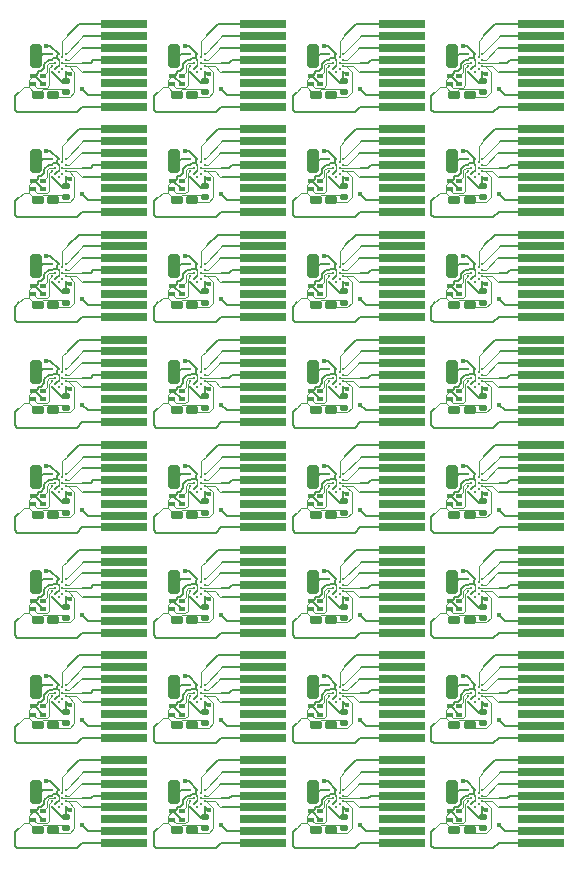
<source format=gbr>
G04 #@! TF.GenerationSoftware,KiCad,Pcbnew,7.0.7-7.0.7~ubuntu22.04.1*
G04 #@! TF.CreationDate,2024-03-29T17:55:08+00:00*
G04 #@! TF.ProjectId,receiver6_rep,72656365-6976-4657-9236-5f7265702e6b,rev?*
G04 #@! TF.SameCoordinates,Original*
G04 #@! TF.FileFunction,Copper,L1,Top*
G04 #@! TF.FilePolarity,Positive*
%FSLAX46Y46*%
G04 Gerber Fmt 4.6, Leading zero omitted, Abs format (unit mm)*
G04 Created by KiCad (PCBNEW 7.0.7-7.0.7~ubuntu22.04.1) date 2024-03-29 17:55:08*
%MOMM*%
%LPD*%
G01*
G04 APERTURE LIST*
G04 Aperture macros list*
%AMRoundRect*
0 Rectangle with rounded corners*
0 $1 Rounding radius*
0 $2 $3 $4 $5 $6 $7 $8 $9 X,Y pos of 4 corners*
0 Add a 4 corners polygon primitive as box body*
4,1,4,$2,$3,$4,$5,$6,$7,$8,$9,$2,$3,0*
0 Add four circle primitives for the rounded corners*
1,1,$1+$1,$2,$3*
1,1,$1+$1,$4,$5*
1,1,$1+$1,$6,$7*
1,1,$1+$1,$8,$9*
0 Add four rect primitives between the rounded corners*
20,1,$1+$1,$2,$3,$4,$5,0*
20,1,$1+$1,$4,$5,$6,$7,0*
20,1,$1+$1,$6,$7,$8,$9,0*
20,1,$1+$1,$8,$9,$2,$3,0*%
G04 Aperture macros list end*
G04 #@! TA.AperFunction,ConnectorPad*
%ADD10R,4.000000X0.700000*%
G04 #@! TD*
G04 #@! TA.AperFunction,SMDPad,CuDef*
%ADD11RoundRect,0.162500X0.362500X-0.162500X0.362500X0.162500X-0.362500X0.162500X-0.362500X-0.162500X0*%
G04 #@! TD*
G04 #@! TA.AperFunction,SMDPad,CuDef*
%ADD12RoundRect,0.140000X-0.170000X0.140000X-0.170000X-0.140000X0.170000X-0.140000X0.170000X0.140000X0*%
G04 #@! TD*
G04 #@! TA.AperFunction,SMDPad,CuDef*
%ADD13R,0.500000X0.400000*%
G04 #@! TD*
G04 #@! TA.AperFunction,SMDPad,CuDef*
%ADD14RoundRect,0.250000X-0.250000X-0.750000X0.250000X-0.750000X0.250000X0.750000X-0.250000X0.750000X0*%
G04 #@! TD*
G04 #@! TA.AperFunction,SMDPad,CuDef*
%ADD15C,0.227000*%
G04 #@! TD*
G04 #@! TA.AperFunction,ViaPad*
%ADD16C,0.400000*%
G04 #@! TD*
G04 #@! TA.AperFunction,Conductor*
%ADD17C,0.070000*%
G04 #@! TD*
G04 #@! TA.AperFunction,Conductor*
%ADD18C,0.200000*%
G04 #@! TD*
G04 #@! TA.AperFunction,Conductor*
%ADD19C,0.100000*%
G04 #@! TD*
G04 APERTURE END LIST*
D10*
X63600000Y-77950000D03*
X63600000Y-78950000D03*
X63600000Y-79950000D03*
X63600000Y-80950000D03*
X63600000Y-81950000D03*
X63600000Y-82950000D03*
X63600000Y-83950000D03*
X63600000Y-84950000D03*
X98850000Y-51250000D03*
X98850000Y-52250000D03*
X98850000Y-53250000D03*
X98850000Y-54250000D03*
X98850000Y-55250000D03*
X98850000Y-56250000D03*
X98850000Y-57250000D03*
X98850000Y-58250000D03*
D11*
X81100000Y-92800000D03*
D12*
X58700000Y-100550000D03*
X58700000Y-101510000D03*
D10*
X87100000Y-51250000D03*
X87100000Y-52250000D03*
X87100000Y-53250000D03*
X87100000Y-54250000D03*
X87100000Y-55250000D03*
X87100000Y-56250000D03*
X87100000Y-57250000D03*
X87100000Y-58250000D03*
D13*
X91960000Y-100090000D03*
X91160000Y-100090000D03*
X91160000Y-100790000D03*
X91960000Y-100790000D03*
D14*
X91350000Y-107350000D03*
D15*
X92700000Y-53750000D03*
X93300000Y-53750000D03*
X93900000Y-53750000D03*
X93600000Y-54000000D03*
X92700000Y-54250000D03*
X93300000Y-54250000D03*
X93900000Y-54250000D03*
X93000000Y-54500000D03*
X93600000Y-54500000D03*
X92700000Y-54750000D03*
X93300000Y-54750000D03*
X93900000Y-54750000D03*
X93000000Y-55000000D03*
X93600000Y-55000000D03*
X92700000Y-55250000D03*
X93300000Y-55250000D03*
X93900000Y-55250000D03*
X80950000Y-80450000D03*
X81550000Y-80450000D03*
X82150000Y-80450000D03*
X81850000Y-80700000D03*
X80950000Y-80950000D03*
X81550000Y-80950000D03*
X82150000Y-80950000D03*
X81250000Y-81200000D03*
X81850000Y-81200000D03*
X80950000Y-81450000D03*
X81550000Y-81450000D03*
X82150000Y-81450000D03*
X81250000Y-81700000D03*
X81850000Y-81700000D03*
X80950000Y-81950000D03*
X81550000Y-81950000D03*
X82150000Y-81950000D03*
D14*
X91350000Y-98450000D03*
D10*
X87100000Y-77950000D03*
X87100000Y-78950000D03*
X87100000Y-79950000D03*
X87100000Y-80950000D03*
X87100000Y-81950000D03*
X87100000Y-82950000D03*
X87100000Y-83950000D03*
X87100000Y-84950000D03*
D11*
X69350000Y-83900000D03*
X91550000Y-110600000D03*
X69350000Y-92800000D03*
X92850000Y-92800000D03*
D14*
X67850000Y-98450000D03*
X56100000Y-53950000D03*
D15*
X80950000Y-89350000D03*
X81550000Y-89350000D03*
X82150000Y-89350000D03*
X81850000Y-89600000D03*
X80950000Y-89850000D03*
X81550000Y-89850000D03*
X82150000Y-89850000D03*
X81250000Y-90100000D03*
X81850000Y-90100000D03*
X80950000Y-90350000D03*
X81550000Y-90350000D03*
X82150000Y-90350000D03*
X81250000Y-90600000D03*
X81850000Y-90600000D03*
X80950000Y-90850000D03*
X81550000Y-90850000D03*
X82150000Y-90850000D03*
D11*
X57600000Y-83900000D03*
X68050000Y-110600000D03*
D13*
X68460000Y-82290000D03*
X67660000Y-82290000D03*
X67660000Y-82990000D03*
X68460000Y-82990000D03*
X80210000Y-46690000D03*
X79410000Y-46690000D03*
X79410000Y-47390000D03*
X80210000Y-47390000D03*
D14*
X67850000Y-53950000D03*
D15*
X80950000Y-53750000D03*
X81550000Y-53750000D03*
X82150000Y-53750000D03*
X81850000Y-54000000D03*
X80950000Y-54250000D03*
X81550000Y-54250000D03*
X82150000Y-54250000D03*
X81250000Y-54500000D03*
X81850000Y-54500000D03*
X80950000Y-54750000D03*
X81550000Y-54750000D03*
X82150000Y-54750000D03*
X81250000Y-55000000D03*
X81850000Y-55000000D03*
X80950000Y-55250000D03*
X81550000Y-55250000D03*
X82150000Y-55250000D03*
X92700000Y-44850000D03*
X93300000Y-44850000D03*
X93900000Y-44850000D03*
X93600000Y-45100000D03*
X92700000Y-45350000D03*
X93300000Y-45350000D03*
X93900000Y-45350000D03*
X93000000Y-45600000D03*
X93600000Y-45600000D03*
X92700000Y-45850000D03*
X93300000Y-45850000D03*
X93900000Y-45850000D03*
X93000000Y-46100000D03*
X93600000Y-46100000D03*
X92700000Y-46350000D03*
X93300000Y-46350000D03*
X93900000Y-46350000D03*
D14*
X91350000Y-62850000D03*
D11*
X81100000Y-75000000D03*
D15*
X57450000Y-107150000D03*
X58050000Y-107150000D03*
X58650000Y-107150000D03*
X58350000Y-107400000D03*
X57450000Y-107650000D03*
X58050000Y-107650000D03*
X58650000Y-107650000D03*
X57750000Y-107900000D03*
X58350000Y-107900000D03*
X57450000Y-108150000D03*
X58050000Y-108150000D03*
X58650000Y-108150000D03*
X57750000Y-108400000D03*
X58350000Y-108400000D03*
X57450000Y-108650000D03*
X58050000Y-108650000D03*
X58650000Y-108650000D03*
D11*
X79800000Y-57200000D03*
D15*
X69200000Y-98250000D03*
X69800000Y-98250000D03*
X70400000Y-98250000D03*
X70100000Y-98500000D03*
X69200000Y-98750000D03*
X69800000Y-98750000D03*
X70400000Y-98750000D03*
X69500000Y-99000000D03*
X70100000Y-99000000D03*
X69200000Y-99250000D03*
X69800000Y-99250000D03*
X70400000Y-99250000D03*
X69500000Y-99500000D03*
X70100000Y-99500000D03*
X69200000Y-99750000D03*
X69800000Y-99750000D03*
X70400000Y-99750000D03*
D10*
X63600000Y-51250000D03*
X63600000Y-52250000D03*
X63600000Y-53250000D03*
X63600000Y-54250000D03*
X63600000Y-55250000D03*
X63600000Y-56250000D03*
X63600000Y-57250000D03*
X63600000Y-58250000D03*
D14*
X56100000Y-80650000D03*
D10*
X63600000Y-42350000D03*
X63600000Y-43350000D03*
X63600000Y-44350000D03*
X63600000Y-45350000D03*
X63600000Y-46350000D03*
X63600000Y-47350000D03*
X63600000Y-48350000D03*
X63600000Y-49350000D03*
D11*
X81100000Y-66100000D03*
X56300000Y-66100000D03*
D15*
X80950000Y-107150000D03*
X81550000Y-107150000D03*
X82150000Y-107150000D03*
X81850000Y-107400000D03*
X80950000Y-107650000D03*
X81550000Y-107650000D03*
X82150000Y-107650000D03*
X81250000Y-107900000D03*
X81850000Y-107900000D03*
X80950000Y-108150000D03*
X81550000Y-108150000D03*
X82150000Y-108150000D03*
X81250000Y-108400000D03*
X81850000Y-108400000D03*
X80950000Y-108650000D03*
X81550000Y-108650000D03*
X82150000Y-108650000D03*
D11*
X69350000Y-57200000D03*
X57600000Y-92800000D03*
D12*
X70450000Y-56050000D03*
X70450000Y-57010000D03*
D11*
X68050000Y-83900000D03*
D13*
X56710000Y-46690000D03*
X55910000Y-46690000D03*
X55910000Y-47390000D03*
X56710000Y-47390000D03*
D11*
X56300000Y-101700000D03*
D15*
X92700000Y-98250000D03*
X93300000Y-98250000D03*
X93900000Y-98250000D03*
X93600000Y-98500000D03*
X92700000Y-98750000D03*
X93300000Y-98750000D03*
X93900000Y-98750000D03*
X93000000Y-99000000D03*
X93600000Y-99000000D03*
X92700000Y-99250000D03*
X93300000Y-99250000D03*
X93900000Y-99250000D03*
X93000000Y-99500000D03*
X93600000Y-99500000D03*
X92700000Y-99750000D03*
X93300000Y-99750000D03*
X93900000Y-99750000D03*
D13*
X56710000Y-64490000D03*
X55910000Y-64490000D03*
X55910000Y-65190000D03*
X56710000Y-65190000D03*
D15*
X57450000Y-98250000D03*
X58050000Y-98250000D03*
X58650000Y-98250000D03*
X58350000Y-98500000D03*
X57450000Y-98750000D03*
X58050000Y-98750000D03*
X58650000Y-98750000D03*
X57750000Y-99000000D03*
X58350000Y-99000000D03*
X57450000Y-99250000D03*
X58050000Y-99250000D03*
X58650000Y-99250000D03*
X57750000Y-99500000D03*
X58350000Y-99500000D03*
X57450000Y-99750000D03*
X58050000Y-99750000D03*
X58650000Y-99750000D03*
D12*
X82200000Y-109450000D03*
X82200000Y-110410000D03*
X82200000Y-91650000D03*
X82200000Y-92610000D03*
D14*
X67850000Y-45050000D03*
D11*
X91550000Y-83900000D03*
D14*
X79600000Y-71750000D03*
D15*
X80950000Y-71550000D03*
X81550000Y-71550000D03*
X82150000Y-71550000D03*
X81850000Y-71800000D03*
X80950000Y-72050000D03*
X81550000Y-72050000D03*
X82150000Y-72050000D03*
X81250000Y-72300000D03*
X81850000Y-72300000D03*
X80950000Y-72550000D03*
X81550000Y-72550000D03*
X82150000Y-72550000D03*
X81250000Y-72800000D03*
X81850000Y-72800000D03*
X80950000Y-73050000D03*
X81550000Y-73050000D03*
X82150000Y-73050000D03*
X69200000Y-53750000D03*
X69800000Y-53750000D03*
X70400000Y-53750000D03*
X70100000Y-54000000D03*
X69200000Y-54250000D03*
X69800000Y-54250000D03*
X70400000Y-54250000D03*
X69500000Y-54500000D03*
X70100000Y-54500000D03*
X69200000Y-54750000D03*
X69800000Y-54750000D03*
X70400000Y-54750000D03*
X69500000Y-55000000D03*
X70100000Y-55000000D03*
X69200000Y-55250000D03*
X69800000Y-55250000D03*
X70400000Y-55250000D03*
D10*
X75350000Y-95750000D03*
X75350000Y-96750000D03*
X75350000Y-97750000D03*
X75350000Y-98750000D03*
X75350000Y-99750000D03*
X75350000Y-100750000D03*
X75350000Y-101750000D03*
X75350000Y-102750000D03*
D11*
X68050000Y-48300000D03*
D14*
X67850000Y-62850000D03*
D12*
X82200000Y-64950000D03*
X82200000Y-65910000D03*
D11*
X81100000Y-48300000D03*
D13*
X80210000Y-82290000D03*
X79410000Y-82290000D03*
X79410000Y-82990000D03*
X80210000Y-82990000D03*
D11*
X91550000Y-57200000D03*
D10*
X98850000Y-104650000D03*
X98850000Y-105650000D03*
X98850000Y-106650000D03*
X98850000Y-107650000D03*
X98850000Y-108650000D03*
X98850000Y-109650000D03*
X98850000Y-110650000D03*
X98850000Y-111650000D03*
D13*
X68460000Y-100090000D03*
X67660000Y-100090000D03*
X67660000Y-100790000D03*
X68460000Y-100790000D03*
D11*
X56300000Y-92800000D03*
D14*
X56100000Y-89550000D03*
D11*
X79800000Y-66100000D03*
D13*
X68460000Y-64490000D03*
X67660000Y-64490000D03*
X67660000Y-65190000D03*
X68460000Y-65190000D03*
D14*
X91350000Y-53950000D03*
D11*
X92850000Y-75000000D03*
D13*
X56710000Y-108990000D03*
X55910000Y-108990000D03*
X55910000Y-109690000D03*
X56710000Y-109690000D03*
D12*
X70450000Y-100550000D03*
X70450000Y-101510000D03*
D15*
X57450000Y-62650000D03*
X58050000Y-62650000D03*
X58650000Y-62650000D03*
X58350000Y-62900000D03*
X57450000Y-63150000D03*
X58050000Y-63150000D03*
X58650000Y-63150000D03*
X57750000Y-63400000D03*
X58350000Y-63400000D03*
X57450000Y-63650000D03*
X58050000Y-63650000D03*
X58650000Y-63650000D03*
X57750000Y-63900000D03*
X58350000Y-63900000D03*
X57450000Y-64150000D03*
X58050000Y-64150000D03*
X58650000Y-64150000D03*
D12*
X58700000Y-91650000D03*
X58700000Y-92610000D03*
D13*
X56710000Y-55590000D03*
X55910000Y-55590000D03*
X55910000Y-56290000D03*
X56710000Y-56290000D03*
D11*
X92850000Y-66100000D03*
D15*
X80950000Y-44850000D03*
X81550000Y-44850000D03*
X82150000Y-44850000D03*
X81850000Y-45100000D03*
X80950000Y-45350000D03*
X81550000Y-45350000D03*
X82150000Y-45350000D03*
X81250000Y-45600000D03*
X81850000Y-45600000D03*
X80950000Y-45850000D03*
X81550000Y-45850000D03*
X82150000Y-45850000D03*
X81250000Y-46100000D03*
X81850000Y-46100000D03*
X80950000Y-46350000D03*
X81550000Y-46350000D03*
X82150000Y-46350000D03*
D11*
X57600000Y-57200000D03*
D12*
X70450000Y-64950000D03*
X70450000Y-65910000D03*
D10*
X87100000Y-42350000D03*
X87100000Y-43350000D03*
X87100000Y-44350000D03*
X87100000Y-45350000D03*
X87100000Y-46350000D03*
X87100000Y-47350000D03*
X87100000Y-48350000D03*
X87100000Y-49350000D03*
D11*
X68050000Y-57200000D03*
X81100000Y-83900000D03*
D12*
X82200000Y-56050000D03*
X82200000Y-57010000D03*
X82200000Y-82750000D03*
X82200000Y-83710000D03*
X58700000Y-82750000D03*
X58700000Y-83710000D03*
D11*
X91550000Y-101700000D03*
D10*
X63600000Y-104650000D03*
X63600000Y-105650000D03*
X63600000Y-106650000D03*
X63600000Y-107650000D03*
X63600000Y-108650000D03*
X63600000Y-109650000D03*
X63600000Y-110650000D03*
X63600000Y-111650000D03*
D15*
X92700000Y-89350000D03*
X93300000Y-89350000D03*
X93900000Y-89350000D03*
X93600000Y-89600000D03*
X92700000Y-89850000D03*
X93300000Y-89850000D03*
X93900000Y-89850000D03*
X93000000Y-90100000D03*
X93600000Y-90100000D03*
X92700000Y-90350000D03*
X93300000Y-90350000D03*
X93900000Y-90350000D03*
X93000000Y-90600000D03*
X93600000Y-90600000D03*
X92700000Y-90850000D03*
X93300000Y-90850000D03*
X93900000Y-90850000D03*
D10*
X75350000Y-77950000D03*
X75350000Y-78950000D03*
X75350000Y-79950000D03*
X75350000Y-80950000D03*
X75350000Y-81950000D03*
X75350000Y-82950000D03*
X75350000Y-83950000D03*
X75350000Y-84950000D03*
D12*
X58700000Y-64950000D03*
X58700000Y-65910000D03*
X93950000Y-73850000D03*
X93950000Y-74810000D03*
X70450000Y-109450000D03*
X70450000Y-110410000D03*
D13*
X56710000Y-73390000D03*
X55910000Y-73390000D03*
X55910000Y-74090000D03*
X56710000Y-74090000D03*
D15*
X92700000Y-62650000D03*
X93300000Y-62650000D03*
X93900000Y-62650000D03*
X93600000Y-62900000D03*
X92700000Y-63150000D03*
X93300000Y-63150000D03*
X93900000Y-63150000D03*
X93000000Y-63400000D03*
X93600000Y-63400000D03*
X92700000Y-63650000D03*
X93300000Y-63650000D03*
X93900000Y-63650000D03*
X93000000Y-63900000D03*
X93600000Y-63900000D03*
X92700000Y-64150000D03*
X93300000Y-64150000D03*
X93900000Y-64150000D03*
D12*
X58700000Y-73850000D03*
X58700000Y-74810000D03*
D14*
X91350000Y-89550000D03*
X79600000Y-53950000D03*
X67850000Y-80650000D03*
D11*
X56300000Y-110600000D03*
D10*
X63600000Y-95750000D03*
X63600000Y-96750000D03*
X63600000Y-97750000D03*
X63600000Y-98750000D03*
X63600000Y-99750000D03*
X63600000Y-100750000D03*
X63600000Y-101750000D03*
X63600000Y-102750000D03*
D11*
X69350000Y-48300000D03*
X92850000Y-57200000D03*
D12*
X70450000Y-82750000D03*
X70450000Y-83710000D03*
D11*
X69350000Y-66100000D03*
D14*
X91350000Y-80650000D03*
D11*
X91550000Y-92800000D03*
D10*
X75350000Y-86850000D03*
X75350000Y-87850000D03*
X75350000Y-88850000D03*
X75350000Y-89850000D03*
X75350000Y-90850000D03*
X75350000Y-91850000D03*
X75350000Y-92850000D03*
X75350000Y-93850000D03*
X87100000Y-86850000D03*
X87100000Y-87850000D03*
X87100000Y-88850000D03*
X87100000Y-89850000D03*
X87100000Y-90850000D03*
X87100000Y-91850000D03*
X87100000Y-92850000D03*
X87100000Y-93850000D03*
D13*
X91960000Y-55590000D03*
X91160000Y-55590000D03*
X91160000Y-56290000D03*
X91960000Y-56290000D03*
D10*
X87100000Y-69050000D03*
X87100000Y-70050000D03*
X87100000Y-71050000D03*
X87100000Y-72050000D03*
X87100000Y-73050000D03*
X87100000Y-74050000D03*
X87100000Y-75050000D03*
X87100000Y-76050000D03*
D11*
X81100000Y-101700000D03*
D10*
X63600000Y-86850000D03*
X63600000Y-87850000D03*
X63600000Y-88850000D03*
X63600000Y-89850000D03*
X63600000Y-90850000D03*
X63600000Y-91850000D03*
X63600000Y-92850000D03*
X63600000Y-93850000D03*
D15*
X57450000Y-71550000D03*
X58050000Y-71550000D03*
X58650000Y-71550000D03*
X58350000Y-71800000D03*
X57450000Y-72050000D03*
X58050000Y-72050000D03*
X58650000Y-72050000D03*
X57750000Y-72300000D03*
X58350000Y-72300000D03*
X57450000Y-72550000D03*
X58050000Y-72550000D03*
X58650000Y-72550000D03*
X57750000Y-72800000D03*
X58350000Y-72800000D03*
X57450000Y-73050000D03*
X58050000Y-73050000D03*
X58650000Y-73050000D03*
D11*
X81100000Y-110600000D03*
X68050000Y-92800000D03*
D13*
X91960000Y-73390000D03*
X91160000Y-73390000D03*
X91160000Y-74090000D03*
X91960000Y-74090000D03*
D10*
X98850000Y-95750000D03*
X98850000Y-96750000D03*
X98850000Y-97750000D03*
X98850000Y-98750000D03*
X98850000Y-99750000D03*
X98850000Y-100750000D03*
X98850000Y-101750000D03*
X98850000Y-102750000D03*
D11*
X68050000Y-75000000D03*
D14*
X56100000Y-62850000D03*
D15*
X57450000Y-89350000D03*
X58050000Y-89350000D03*
X58650000Y-89350000D03*
X58350000Y-89600000D03*
X57450000Y-89850000D03*
X58050000Y-89850000D03*
X58650000Y-89850000D03*
X57750000Y-90100000D03*
X58350000Y-90100000D03*
X57450000Y-90350000D03*
X58050000Y-90350000D03*
X58650000Y-90350000D03*
X57750000Y-90600000D03*
X58350000Y-90600000D03*
X57450000Y-90850000D03*
X58050000Y-90850000D03*
X58650000Y-90850000D03*
D10*
X75350000Y-60150000D03*
X75350000Y-61150000D03*
X75350000Y-62150000D03*
X75350000Y-63150000D03*
X75350000Y-64150000D03*
X75350000Y-65150000D03*
X75350000Y-66150000D03*
X75350000Y-67150000D03*
D13*
X91960000Y-46690000D03*
X91160000Y-46690000D03*
X91160000Y-47390000D03*
X91960000Y-47390000D03*
D15*
X69200000Y-107150000D03*
X69800000Y-107150000D03*
X70400000Y-107150000D03*
X70100000Y-107400000D03*
X69200000Y-107650000D03*
X69800000Y-107650000D03*
X70400000Y-107650000D03*
X69500000Y-107900000D03*
X70100000Y-107900000D03*
X69200000Y-108150000D03*
X69800000Y-108150000D03*
X70400000Y-108150000D03*
X69500000Y-108400000D03*
X70100000Y-108400000D03*
X69200000Y-108650000D03*
X69800000Y-108650000D03*
X70400000Y-108650000D03*
D13*
X56710000Y-100090000D03*
X55910000Y-100090000D03*
X55910000Y-100790000D03*
X56710000Y-100790000D03*
X91960000Y-82290000D03*
X91160000Y-82290000D03*
X91160000Y-82990000D03*
X91960000Y-82990000D03*
D11*
X79800000Y-92800000D03*
D15*
X69200000Y-89350000D03*
X69800000Y-89350000D03*
X70400000Y-89350000D03*
X70100000Y-89600000D03*
X69200000Y-89850000D03*
X69800000Y-89850000D03*
X70400000Y-89850000D03*
X69500000Y-90100000D03*
X70100000Y-90100000D03*
X69200000Y-90350000D03*
X69800000Y-90350000D03*
X70400000Y-90350000D03*
X69500000Y-90600000D03*
X70100000Y-90600000D03*
X69200000Y-90850000D03*
X69800000Y-90850000D03*
X70400000Y-90850000D03*
D12*
X58700000Y-56050000D03*
X58700000Y-57010000D03*
D15*
X69200000Y-44850000D03*
X69800000Y-44850000D03*
X70400000Y-44850000D03*
X70100000Y-45100000D03*
X69200000Y-45350000D03*
X69800000Y-45350000D03*
X70400000Y-45350000D03*
X69500000Y-45600000D03*
X70100000Y-45600000D03*
X69200000Y-45850000D03*
X69800000Y-45850000D03*
X70400000Y-45850000D03*
X69500000Y-46100000D03*
X70100000Y-46100000D03*
X69200000Y-46350000D03*
X69800000Y-46350000D03*
X70400000Y-46350000D03*
D13*
X80210000Y-64490000D03*
X79410000Y-64490000D03*
X79410000Y-65190000D03*
X80210000Y-65190000D03*
D15*
X57450000Y-53750000D03*
X58050000Y-53750000D03*
X58650000Y-53750000D03*
X58350000Y-54000000D03*
X57450000Y-54250000D03*
X58050000Y-54250000D03*
X58650000Y-54250000D03*
X57750000Y-54500000D03*
X58350000Y-54500000D03*
X57450000Y-54750000D03*
X58050000Y-54750000D03*
X58650000Y-54750000D03*
X57750000Y-55000000D03*
X58350000Y-55000000D03*
X57450000Y-55250000D03*
X58050000Y-55250000D03*
X58650000Y-55250000D03*
D13*
X68460000Y-55590000D03*
X67660000Y-55590000D03*
X67660000Y-56290000D03*
X68460000Y-56290000D03*
D10*
X75350000Y-69050000D03*
X75350000Y-70050000D03*
X75350000Y-71050000D03*
X75350000Y-72050000D03*
X75350000Y-73050000D03*
X75350000Y-74050000D03*
X75350000Y-75050000D03*
X75350000Y-76050000D03*
D11*
X92850000Y-110600000D03*
D14*
X56100000Y-98450000D03*
D15*
X69200000Y-80450000D03*
X69800000Y-80450000D03*
X70400000Y-80450000D03*
X70100000Y-80700000D03*
X69200000Y-80950000D03*
X69800000Y-80950000D03*
X70400000Y-80950000D03*
X69500000Y-81200000D03*
X70100000Y-81200000D03*
X69200000Y-81450000D03*
X69800000Y-81450000D03*
X70400000Y-81450000D03*
X69500000Y-81700000D03*
X70100000Y-81700000D03*
X69200000Y-81950000D03*
X69800000Y-81950000D03*
X70400000Y-81950000D03*
X80950000Y-98250000D03*
X81550000Y-98250000D03*
X82150000Y-98250000D03*
X81850000Y-98500000D03*
X80950000Y-98750000D03*
X81550000Y-98750000D03*
X82150000Y-98750000D03*
X81250000Y-99000000D03*
X81850000Y-99000000D03*
X80950000Y-99250000D03*
X81550000Y-99250000D03*
X82150000Y-99250000D03*
X81250000Y-99500000D03*
X81850000Y-99500000D03*
X80950000Y-99750000D03*
X81550000Y-99750000D03*
X82150000Y-99750000D03*
D13*
X91960000Y-108990000D03*
X91160000Y-108990000D03*
X91160000Y-109690000D03*
X91960000Y-109690000D03*
D12*
X82200000Y-73850000D03*
X82200000Y-74810000D03*
D13*
X68460000Y-46690000D03*
X67660000Y-46690000D03*
X67660000Y-47390000D03*
X68460000Y-47390000D03*
D10*
X98850000Y-86850000D03*
X98850000Y-87850000D03*
X98850000Y-88850000D03*
X98850000Y-89850000D03*
X98850000Y-90850000D03*
X98850000Y-91850000D03*
X98850000Y-92850000D03*
X98850000Y-93850000D03*
D12*
X93950000Y-82750000D03*
X93950000Y-83710000D03*
D13*
X80210000Y-55590000D03*
X79410000Y-55590000D03*
X79410000Y-56290000D03*
X80210000Y-56290000D03*
D10*
X87100000Y-104650000D03*
X87100000Y-105650000D03*
X87100000Y-106650000D03*
X87100000Y-107650000D03*
X87100000Y-108650000D03*
X87100000Y-109650000D03*
X87100000Y-110650000D03*
X87100000Y-111650000D03*
D13*
X91960000Y-64490000D03*
X91160000Y-64490000D03*
X91160000Y-65190000D03*
X91960000Y-65190000D03*
D14*
X56100000Y-45050000D03*
D13*
X68460000Y-108990000D03*
X67660000Y-108990000D03*
X67660000Y-109690000D03*
X68460000Y-109690000D03*
D15*
X69200000Y-62650000D03*
X69800000Y-62650000D03*
X70400000Y-62650000D03*
X70100000Y-62900000D03*
X69200000Y-63150000D03*
X69800000Y-63150000D03*
X70400000Y-63150000D03*
X69500000Y-63400000D03*
X70100000Y-63400000D03*
X69200000Y-63650000D03*
X69800000Y-63650000D03*
X70400000Y-63650000D03*
X69500000Y-63900000D03*
X70100000Y-63900000D03*
X69200000Y-64150000D03*
X69800000Y-64150000D03*
X70400000Y-64150000D03*
D14*
X79600000Y-80650000D03*
D11*
X56300000Y-57200000D03*
D12*
X58700000Y-109450000D03*
X58700000Y-110410000D03*
X70450000Y-91650000D03*
X70450000Y-92610000D03*
D11*
X79800000Y-75000000D03*
D13*
X68460000Y-91190000D03*
X67660000Y-91190000D03*
X67660000Y-91890000D03*
X68460000Y-91890000D03*
X91960000Y-91190000D03*
X91160000Y-91190000D03*
X91160000Y-91890000D03*
X91960000Y-91890000D03*
D11*
X79800000Y-110600000D03*
D10*
X75350000Y-42350000D03*
X75350000Y-43350000D03*
X75350000Y-44350000D03*
X75350000Y-45350000D03*
X75350000Y-46350000D03*
X75350000Y-47350000D03*
X75350000Y-48350000D03*
X75350000Y-49350000D03*
D13*
X80210000Y-100090000D03*
X79410000Y-100090000D03*
X79410000Y-100790000D03*
X80210000Y-100790000D03*
D10*
X98850000Y-42350000D03*
X98850000Y-43350000D03*
X98850000Y-44350000D03*
X98850000Y-45350000D03*
X98850000Y-46350000D03*
X98850000Y-47350000D03*
X98850000Y-48350000D03*
X98850000Y-49350000D03*
D15*
X69200000Y-71550000D03*
X69800000Y-71550000D03*
X70400000Y-71550000D03*
X70100000Y-71800000D03*
X69200000Y-72050000D03*
X69800000Y-72050000D03*
X70400000Y-72050000D03*
X69500000Y-72300000D03*
X70100000Y-72300000D03*
X69200000Y-72550000D03*
X69800000Y-72550000D03*
X70400000Y-72550000D03*
X69500000Y-72800000D03*
X70100000Y-72800000D03*
X69200000Y-73050000D03*
X69800000Y-73050000D03*
X70400000Y-73050000D03*
X92700000Y-107150000D03*
X93300000Y-107150000D03*
X93900000Y-107150000D03*
X93600000Y-107400000D03*
X92700000Y-107650000D03*
X93300000Y-107650000D03*
X93900000Y-107650000D03*
X93000000Y-107900000D03*
X93600000Y-107900000D03*
X92700000Y-108150000D03*
X93300000Y-108150000D03*
X93900000Y-108150000D03*
X93000000Y-108400000D03*
X93600000Y-108400000D03*
X92700000Y-108650000D03*
X93300000Y-108650000D03*
X93900000Y-108650000D03*
X92700000Y-71550000D03*
X93300000Y-71550000D03*
X93900000Y-71550000D03*
X93600000Y-71800000D03*
X92700000Y-72050000D03*
X93300000Y-72050000D03*
X93900000Y-72050000D03*
X93000000Y-72300000D03*
X93600000Y-72300000D03*
X92700000Y-72550000D03*
X93300000Y-72550000D03*
X93900000Y-72550000D03*
X93000000Y-72800000D03*
X93600000Y-72800000D03*
X92700000Y-73050000D03*
X93300000Y-73050000D03*
X93900000Y-73050000D03*
X92700000Y-80450000D03*
X93300000Y-80450000D03*
X93900000Y-80450000D03*
X93600000Y-80700000D03*
X92700000Y-80950000D03*
X93300000Y-80950000D03*
X93900000Y-80950000D03*
X93000000Y-81200000D03*
X93600000Y-81200000D03*
X92700000Y-81450000D03*
X93300000Y-81450000D03*
X93900000Y-81450000D03*
X93000000Y-81700000D03*
X93600000Y-81700000D03*
X92700000Y-81950000D03*
X93300000Y-81950000D03*
X93900000Y-81950000D03*
D11*
X92850000Y-101700000D03*
X57600000Y-75000000D03*
D14*
X79600000Y-107350000D03*
D10*
X87100000Y-95750000D03*
X87100000Y-96750000D03*
X87100000Y-97750000D03*
X87100000Y-98750000D03*
X87100000Y-99750000D03*
X87100000Y-100750000D03*
X87100000Y-101750000D03*
X87100000Y-102750000D03*
D14*
X67850000Y-71750000D03*
X79600000Y-45050000D03*
D15*
X80950000Y-62650000D03*
X81550000Y-62650000D03*
X82150000Y-62650000D03*
X81850000Y-62900000D03*
X80950000Y-63150000D03*
X81550000Y-63150000D03*
X82150000Y-63150000D03*
X81250000Y-63400000D03*
X81850000Y-63400000D03*
X80950000Y-63650000D03*
X81550000Y-63650000D03*
X82150000Y-63650000D03*
X81250000Y-63900000D03*
X81850000Y-63900000D03*
X80950000Y-64150000D03*
X81550000Y-64150000D03*
X82150000Y-64150000D03*
D12*
X82200000Y-100550000D03*
X82200000Y-101510000D03*
X93950000Y-56050000D03*
X93950000Y-57010000D03*
X70450000Y-73850000D03*
X70450000Y-74810000D03*
D14*
X79600000Y-62850000D03*
D10*
X63600000Y-60150000D03*
X63600000Y-61150000D03*
X63600000Y-62150000D03*
X63600000Y-63150000D03*
X63600000Y-64150000D03*
X63600000Y-65150000D03*
X63600000Y-66150000D03*
X63600000Y-67150000D03*
D11*
X91550000Y-48300000D03*
X92850000Y-48300000D03*
X69350000Y-101700000D03*
D12*
X70450000Y-47150000D03*
X70450000Y-48110000D03*
X93950000Y-47150000D03*
X93950000Y-48110000D03*
D10*
X98850000Y-69050000D03*
X98850000Y-70050000D03*
X98850000Y-71050000D03*
X98850000Y-72050000D03*
X98850000Y-73050000D03*
X98850000Y-74050000D03*
X98850000Y-75050000D03*
X98850000Y-76050000D03*
D11*
X57600000Y-101700000D03*
X68050000Y-101700000D03*
D14*
X56100000Y-71750000D03*
D12*
X82200000Y-47150000D03*
X82200000Y-48110000D03*
D11*
X69350000Y-75000000D03*
D10*
X75350000Y-104650000D03*
X75350000Y-105650000D03*
X75350000Y-106650000D03*
X75350000Y-107650000D03*
X75350000Y-108650000D03*
X75350000Y-109650000D03*
X75350000Y-110650000D03*
X75350000Y-111650000D03*
D11*
X79800000Y-48300000D03*
D15*
X57450000Y-44850000D03*
X58050000Y-44850000D03*
X58650000Y-44850000D03*
X58350000Y-45100000D03*
X57450000Y-45350000D03*
X58050000Y-45350000D03*
X58650000Y-45350000D03*
X57750000Y-45600000D03*
X58350000Y-45600000D03*
X57450000Y-45850000D03*
X58050000Y-45850000D03*
X58650000Y-45850000D03*
X57750000Y-46100000D03*
X58350000Y-46100000D03*
X57450000Y-46350000D03*
X58050000Y-46350000D03*
X58650000Y-46350000D03*
D10*
X98850000Y-77950000D03*
X98850000Y-78950000D03*
X98850000Y-79950000D03*
X98850000Y-80950000D03*
X98850000Y-81950000D03*
X98850000Y-82950000D03*
X98850000Y-83950000D03*
X98850000Y-84950000D03*
D14*
X67850000Y-89550000D03*
D11*
X91550000Y-66100000D03*
D14*
X67850000Y-107350000D03*
D12*
X93950000Y-64950000D03*
X93950000Y-65910000D03*
D13*
X56710000Y-82290000D03*
X55910000Y-82290000D03*
X55910000Y-82990000D03*
X56710000Y-82990000D03*
D12*
X93950000Y-109450000D03*
X93950000Y-110410000D03*
D14*
X79600000Y-89550000D03*
D13*
X68460000Y-73390000D03*
X67660000Y-73390000D03*
X67660000Y-74090000D03*
X68460000Y-74090000D03*
D11*
X79800000Y-101700000D03*
X92850000Y-83900000D03*
D12*
X58700000Y-47150000D03*
X58700000Y-48110000D03*
D14*
X91350000Y-45050000D03*
D10*
X75350000Y-51250000D03*
X75350000Y-52250000D03*
X75350000Y-53250000D03*
X75350000Y-54250000D03*
X75350000Y-55250000D03*
X75350000Y-56250000D03*
X75350000Y-57250000D03*
X75350000Y-58250000D03*
D11*
X68050000Y-66100000D03*
D10*
X87100000Y-60150000D03*
X87100000Y-61150000D03*
X87100000Y-62150000D03*
X87100000Y-63150000D03*
X87100000Y-64150000D03*
X87100000Y-65150000D03*
X87100000Y-66150000D03*
X87100000Y-67150000D03*
D12*
X93950000Y-100550000D03*
X93950000Y-101510000D03*
D14*
X56100000Y-107350000D03*
D13*
X80210000Y-73390000D03*
X79410000Y-73390000D03*
X79410000Y-74090000D03*
X80210000Y-74090000D03*
D11*
X91550000Y-75000000D03*
D10*
X98850000Y-60150000D03*
X98850000Y-61150000D03*
X98850000Y-62150000D03*
X98850000Y-63150000D03*
X98850000Y-64150000D03*
X98850000Y-65150000D03*
X98850000Y-66150000D03*
X98850000Y-67150000D03*
D13*
X56710000Y-91190000D03*
X55910000Y-91190000D03*
X55910000Y-91890000D03*
X56710000Y-91890000D03*
D11*
X79800000Y-83900000D03*
X81100000Y-57200000D03*
X57600000Y-48300000D03*
X57600000Y-110600000D03*
X56300000Y-83900000D03*
X56300000Y-75000000D03*
D12*
X93950000Y-91650000D03*
X93950000Y-92610000D03*
D13*
X80210000Y-91190000D03*
X79410000Y-91190000D03*
X79410000Y-91890000D03*
X80210000Y-91890000D03*
D15*
X57450000Y-80450000D03*
X58050000Y-80450000D03*
X58650000Y-80450000D03*
X58350000Y-80700000D03*
X57450000Y-80950000D03*
X58050000Y-80950000D03*
X58650000Y-80950000D03*
X57750000Y-81200000D03*
X58350000Y-81200000D03*
X57450000Y-81450000D03*
X58050000Y-81450000D03*
X58650000Y-81450000D03*
X57750000Y-81700000D03*
X58350000Y-81700000D03*
X57450000Y-81950000D03*
X58050000Y-81950000D03*
X58650000Y-81950000D03*
D10*
X63600000Y-69050000D03*
X63600000Y-70050000D03*
X63600000Y-71050000D03*
X63600000Y-72050000D03*
X63600000Y-73050000D03*
X63600000Y-74050000D03*
X63600000Y-75050000D03*
X63600000Y-76050000D03*
D13*
X80210000Y-108990000D03*
X79410000Y-108990000D03*
X79410000Y-109690000D03*
X80210000Y-109690000D03*
D14*
X79600000Y-98450000D03*
D11*
X69350000Y-110600000D03*
X57600000Y-66100000D03*
D14*
X91350000Y-71750000D03*
D11*
X56300000Y-48300000D03*
D16*
X95300000Y-47850000D03*
X70750000Y-46550000D03*
X59000000Y-108850000D03*
X71800000Y-65650000D03*
X70750000Y-99950000D03*
X95300000Y-101250000D03*
X82500000Y-55450000D03*
X59000000Y-55450000D03*
X60050000Y-83450000D03*
X83550000Y-74550000D03*
X70750000Y-64350000D03*
X83550000Y-101250000D03*
X95300000Y-56750000D03*
X71800000Y-47850000D03*
X71800000Y-74550000D03*
X95300000Y-83450000D03*
X95300000Y-74550000D03*
X83550000Y-83450000D03*
X82500000Y-99950000D03*
X60050000Y-47850000D03*
X83550000Y-92350000D03*
X83550000Y-56750000D03*
X95300000Y-92350000D03*
X94250000Y-99950000D03*
X60050000Y-65650000D03*
X59000000Y-46550000D03*
X59000000Y-91050000D03*
X59000000Y-82150000D03*
X82500000Y-73250000D03*
X94250000Y-82150000D03*
X71800000Y-56750000D03*
X95300000Y-110150000D03*
X94250000Y-108850000D03*
X70750000Y-73250000D03*
X59000000Y-64350000D03*
X70750000Y-82150000D03*
X60050000Y-92350000D03*
X71800000Y-83450000D03*
X82500000Y-64350000D03*
X71800000Y-101250000D03*
X82500000Y-108850000D03*
X60050000Y-74550000D03*
X94250000Y-64350000D03*
X83550000Y-110150000D03*
X70750000Y-55450000D03*
X59000000Y-73250000D03*
X82500000Y-91050000D03*
X71800000Y-92350000D03*
X71800000Y-110150000D03*
X83550000Y-65650000D03*
X60050000Y-110150000D03*
X94250000Y-91050000D03*
X94250000Y-55450000D03*
X60050000Y-101250000D03*
X82500000Y-46550000D03*
X94250000Y-73250000D03*
X70750000Y-91050000D03*
X82500000Y-82150000D03*
X95300000Y-65650000D03*
X59000000Y-99950000D03*
X70750000Y-108850000D03*
X60050000Y-56750000D03*
X83550000Y-47850000D03*
X94250000Y-46550000D03*
X80500000Y-44150000D03*
X92250000Y-79750000D03*
X57000000Y-88650000D03*
X68750000Y-79750000D03*
X68750000Y-53050000D03*
X92250000Y-70850000D03*
X92250000Y-61950000D03*
X68750000Y-44150000D03*
X92250000Y-53050000D03*
X68750000Y-70850000D03*
X80500000Y-61950000D03*
X80500000Y-79750000D03*
X68750000Y-88650000D03*
X57000000Y-97550000D03*
X92250000Y-44150000D03*
X80500000Y-53050000D03*
X80500000Y-106450000D03*
X57000000Y-79750000D03*
X80500000Y-97550000D03*
X57000000Y-44150000D03*
X68750000Y-97550000D03*
X57000000Y-106450000D03*
X80500000Y-70850000D03*
X92250000Y-106450000D03*
X68750000Y-106450000D03*
X57000000Y-53050000D03*
X57000000Y-61950000D03*
X57000000Y-70850000D03*
X92250000Y-97550000D03*
X92250000Y-88650000D03*
X80500000Y-88650000D03*
X68750000Y-61950000D03*
D17*
X70540000Y-65000000D02*
X70450000Y-65090000D01*
D18*
X83550000Y-47850000D02*
X84050000Y-48350000D01*
X93640000Y-109590000D02*
X93950000Y-109590000D01*
X71800000Y-101250000D02*
X72300000Y-101750000D01*
X80950000Y-46350000D02*
X81890000Y-47290000D01*
X70450000Y-100690000D02*
X70450000Y-100550000D01*
X93640000Y-100690000D02*
X93950000Y-100690000D01*
X82350000Y-91050000D02*
X82150000Y-90850000D01*
X82500000Y-64350000D02*
X82350000Y-64350000D01*
X72300000Y-48350000D02*
X75350000Y-48350000D01*
X59000000Y-91050000D02*
X58850000Y-91050000D01*
X93900000Y-55250000D02*
X93900000Y-56140000D01*
X81890000Y-47290000D02*
X82200000Y-47290000D01*
X82150000Y-100640000D02*
X82200000Y-100690000D01*
X58390000Y-56190000D02*
X58700000Y-56190000D01*
X58650000Y-46350000D02*
X58650000Y-47240000D01*
X72300000Y-57250000D02*
X75350000Y-57250000D01*
X59000000Y-73250000D02*
X58850000Y-73250000D01*
X93900000Y-91740000D02*
X93950000Y-91790000D01*
D17*
X58790000Y-65000000D02*
X58700000Y-65090000D01*
D18*
X94250000Y-108850000D02*
X94100000Y-108850000D01*
D17*
X94040000Y-109500000D02*
X93950000Y-109590000D01*
D18*
X80950000Y-55250000D02*
X81890000Y-56190000D01*
D17*
X58790000Y-91700000D02*
X58700000Y-91790000D01*
D18*
X70400000Y-100640000D02*
X70450000Y-100690000D01*
D17*
X70540000Y-91700000D02*
X70450000Y-91790000D01*
D18*
X58650000Y-90850000D02*
X58650000Y-91740000D01*
X58850000Y-99950000D02*
X58650000Y-99750000D01*
X71800000Y-110150000D02*
X72300000Y-110650000D01*
X72300000Y-110650000D02*
X75350000Y-110650000D01*
X82350000Y-73250000D02*
X82150000Y-73050000D01*
X83550000Y-110150000D02*
X84050000Y-110650000D01*
X69200000Y-55250000D02*
X70140000Y-56190000D01*
X93900000Y-65040000D02*
X93950000Y-65090000D01*
X93900000Y-109540000D02*
X93950000Y-109590000D01*
X58650000Y-91740000D02*
X58700000Y-91790000D01*
D17*
X70540000Y-82800000D02*
X70450000Y-82890000D01*
D18*
X70140000Y-82890000D02*
X70450000Y-82890000D01*
X82350000Y-108850000D02*
X82150000Y-108650000D01*
X70400000Y-65040000D02*
X70450000Y-65090000D01*
X83550000Y-83450000D02*
X84050000Y-83950000D01*
X58650000Y-73940000D02*
X58700000Y-73990000D01*
X59000000Y-99950000D02*
X58850000Y-99950000D01*
X82200000Y-47290000D02*
X82200000Y-47150000D01*
X58650000Y-108650000D02*
X58650000Y-109540000D01*
X94100000Y-82150000D02*
X93900000Y-81950000D01*
X82200000Y-82890000D02*
X82200000Y-82750000D01*
X93640000Y-73990000D02*
X93950000Y-73990000D01*
D17*
X82290000Y-65000000D02*
X82200000Y-65090000D01*
D18*
X70140000Y-56190000D02*
X70450000Y-56190000D01*
X95300000Y-92350000D02*
X95800000Y-92850000D01*
X95800000Y-92850000D02*
X98850000Y-92850000D01*
X57450000Y-46350000D02*
X58390000Y-47290000D01*
X81890000Y-82890000D02*
X82200000Y-82890000D01*
X70140000Y-65090000D02*
X70450000Y-65090000D01*
D17*
X94040000Y-73900000D02*
X93950000Y-73990000D01*
D18*
X82350000Y-99950000D02*
X82150000Y-99750000D01*
D17*
X94040000Y-100600000D02*
X93950000Y-100690000D01*
D18*
X93900000Y-99750000D02*
X93900000Y-100640000D01*
X93950000Y-73990000D02*
X93950000Y-73850000D01*
X70400000Y-55250000D02*
X70400000Y-56140000D01*
X95300000Y-74550000D02*
X95800000Y-75050000D01*
X70750000Y-99950000D02*
X70600000Y-99950000D01*
D17*
X70540000Y-56100000D02*
X70450000Y-56190000D01*
D18*
X59000000Y-64350000D02*
X58850000Y-64350000D01*
X71800000Y-92350000D02*
X72300000Y-92850000D01*
X93950000Y-47290000D02*
X93950000Y-47150000D01*
X81890000Y-65090000D02*
X82200000Y-65090000D01*
X58850000Y-46550000D02*
X58650000Y-46350000D01*
X94250000Y-91050000D02*
X94100000Y-91050000D01*
X60550000Y-48350000D02*
X63600000Y-48350000D01*
X82150000Y-82840000D02*
X82200000Y-82890000D01*
X58390000Y-91790000D02*
X58700000Y-91790000D01*
X92700000Y-108650000D02*
X93640000Y-109590000D01*
X72300000Y-66150000D02*
X75350000Y-66150000D01*
X70600000Y-99950000D02*
X70400000Y-99750000D01*
X58650000Y-55250000D02*
X58650000Y-56140000D01*
X70600000Y-73250000D02*
X70400000Y-73050000D01*
X70400000Y-109540000D02*
X70450000Y-109590000D01*
X94250000Y-55450000D02*
X94100000Y-55450000D01*
X58850000Y-64350000D02*
X58650000Y-64150000D01*
X80950000Y-64150000D02*
X81890000Y-65090000D01*
X93640000Y-56190000D02*
X93950000Y-56190000D01*
X93950000Y-56190000D02*
X93950000Y-56050000D01*
X60050000Y-110150000D02*
X60550000Y-110650000D01*
X70450000Y-65090000D02*
X70450000Y-64950000D01*
X72300000Y-101750000D02*
X75350000Y-101750000D01*
X70600000Y-108850000D02*
X70400000Y-108650000D01*
X82150000Y-55250000D02*
X82150000Y-56140000D01*
X70140000Y-109590000D02*
X70450000Y-109590000D01*
X71800000Y-74550000D02*
X72300000Y-75050000D01*
D17*
X70540000Y-100600000D02*
X70450000Y-100690000D01*
D18*
X70600000Y-82150000D02*
X70400000Y-81950000D01*
X70400000Y-73940000D02*
X70450000Y-73990000D01*
X58390000Y-65090000D02*
X58700000Y-65090000D01*
X70600000Y-91050000D02*
X70400000Y-90850000D01*
X60550000Y-92850000D02*
X63600000Y-92850000D01*
D17*
X82290000Y-109500000D02*
X82200000Y-109590000D01*
D18*
X93900000Y-46350000D02*
X93900000Y-47240000D01*
X92700000Y-55250000D02*
X93640000Y-56190000D01*
X60550000Y-110650000D02*
X63600000Y-110650000D01*
X70400000Y-108650000D02*
X70400000Y-109540000D01*
X72300000Y-75050000D02*
X75350000Y-75050000D01*
X95300000Y-110150000D02*
X95800000Y-110650000D01*
X69200000Y-64150000D02*
X70140000Y-65090000D01*
X58650000Y-56140000D02*
X58700000Y-56190000D01*
D17*
X70540000Y-47200000D02*
X70450000Y-47290000D01*
X58790000Y-100600000D02*
X58700000Y-100690000D01*
D18*
X84050000Y-83950000D02*
X87100000Y-83950000D01*
X60050000Y-47850000D02*
X60550000Y-48350000D01*
X82150000Y-99750000D02*
X82150000Y-100640000D01*
X70400000Y-99750000D02*
X70400000Y-100640000D01*
X70750000Y-73250000D02*
X70600000Y-73250000D01*
X93900000Y-81950000D02*
X93900000Y-82840000D01*
X95800000Y-66150000D02*
X98850000Y-66150000D01*
X57450000Y-73050000D02*
X58390000Y-73990000D01*
X95300000Y-83450000D02*
X95800000Y-83950000D01*
X92700000Y-73050000D02*
X93640000Y-73990000D01*
X95800000Y-57250000D02*
X98850000Y-57250000D01*
X93900000Y-108650000D02*
X93900000Y-109540000D01*
X69200000Y-73050000D02*
X70140000Y-73990000D01*
X60050000Y-56750000D02*
X60550000Y-57250000D01*
X93950000Y-82890000D02*
X93950000Y-82750000D01*
X82150000Y-109540000D02*
X82200000Y-109590000D01*
D17*
X82290000Y-100600000D02*
X82200000Y-100690000D01*
D18*
X58700000Y-65090000D02*
X58700000Y-64950000D01*
X70450000Y-91790000D02*
X70450000Y-91650000D01*
X82500000Y-82150000D02*
X82350000Y-82150000D01*
X83550000Y-56750000D02*
X84050000Y-57250000D01*
X93950000Y-91790000D02*
X93950000Y-91650000D01*
X59000000Y-108850000D02*
X58850000Y-108850000D01*
X58700000Y-82890000D02*
X58700000Y-82750000D01*
D17*
X82290000Y-56100000D02*
X82200000Y-56190000D01*
D18*
X83550000Y-101250000D02*
X84050000Y-101750000D01*
X93640000Y-47290000D02*
X93950000Y-47290000D01*
X58650000Y-64150000D02*
X58650000Y-65040000D01*
X70140000Y-73990000D02*
X70450000Y-73990000D01*
X72300000Y-92850000D02*
X75350000Y-92850000D01*
D17*
X94040000Y-56100000D02*
X93950000Y-56190000D01*
D18*
X58700000Y-109590000D02*
X58700000Y-109450000D01*
X70400000Y-91740000D02*
X70450000Y-91790000D01*
X94100000Y-108850000D02*
X93900000Y-108650000D01*
X80950000Y-108650000D02*
X81890000Y-109590000D01*
X92700000Y-46350000D02*
X93640000Y-47290000D01*
X82500000Y-91050000D02*
X82350000Y-91050000D01*
X60550000Y-66150000D02*
X63600000Y-66150000D01*
X84050000Y-101750000D02*
X87100000Y-101750000D01*
D17*
X82290000Y-82800000D02*
X82200000Y-82890000D01*
D18*
X57450000Y-64150000D02*
X58390000Y-65090000D01*
X72300000Y-83950000D02*
X75350000Y-83950000D01*
X82350000Y-82150000D02*
X82150000Y-81950000D01*
X94250000Y-64350000D02*
X94100000Y-64350000D01*
X94250000Y-82150000D02*
X94100000Y-82150000D01*
X93950000Y-65090000D02*
X93950000Y-64950000D01*
X60050000Y-83450000D02*
X60550000Y-83950000D01*
X80950000Y-99750000D02*
X81890000Y-100690000D01*
X70400000Y-81950000D02*
X70400000Y-82840000D01*
X58390000Y-109590000D02*
X58700000Y-109590000D01*
X60550000Y-75050000D02*
X63600000Y-75050000D01*
X70140000Y-100690000D02*
X70450000Y-100690000D01*
X94100000Y-55450000D02*
X93900000Y-55250000D01*
X82500000Y-73250000D02*
X82350000Y-73250000D01*
X93900000Y-73050000D02*
X93900000Y-73940000D01*
X95300000Y-65650000D02*
X95800000Y-66150000D01*
X70750000Y-55450000D02*
X70600000Y-55450000D01*
X93640000Y-82890000D02*
X93950000Y-82890000D01*
X82150000Y-47240000D02*
X82200000Y-47290000D01*
X94100000Y-46550000D02*
X93900000Y-46350000D01*
X69200000Y-81950000D02*
X70140000Y-82890000D01*
X95800000Y-48350000D02*
X98850000Y-48350000D01*
X93900000Y-73940000D02*
X93950000Y-73990000D01*
X69200000Y-46350000D02*
X70140000Y-47290000D01*
X95800000Y-75050000D02*
X98850000Y-75050000D01*
X58650000Y-82840000D02*
X58700000Y-82890000D01*
X58700000Y-100690000D02*
X58700000Y-100550000D01*
X60050000Y-65650000D02*
X60550000Y-66150000D01*
X82200000Y-109590000D02*
X82200000Y-109450000D01*
X82500000Y-99950000D02*
X82350000Y-99950000D01*
X71800000Y-83450000D02*
X72300000Y-83950000D01*
X58650000Y-81950000D02*
X58650000Y-82840000D01*
X58650000Y-73050000D02*
X58650000Y-73940000D01*
X58650000Y-47240000D02*
X58700000Y-47290000D01*
D17*
X82290000Y-73900000D02*
X82200000Y-73990000D01*
D18*
X94100000Y-99950000D02*
X93900000Y-99750000D01*
X93640000Y-65090000D02*
X93950000Y-65090000D01*
D17*
X58790000Y-47200000D02*
X58700000Y-47290000D01*
D18*
X60550000Y-57250000D02*
X63600000Y-57250000D01*
X93900000Y-47240000D02*
X93950000Y-47290000D01*
X94250000Y-73250000D02*
X94100000Y-73250000D01*
X81890000Y-109590000D02*
X82200000Y-109590000D01*
X70750000Y-46550000D02*
X70600000Y-46550000D01*
X95300000Y-47850000D02*
X95800000Y-48350000D01*
X82150000Y-65040000D02*
X82200000Y-65090000D01*
X59000000Y-46550000D02*
X58850000Y-46550000D01*
X70140000Y-91790000D02*
X70450000Y-91790000D01*
X95800000Y-83950000D02*
X98850000Y-83950000D01*
X71800000Y-47850000D02*
X72300000Y-48350000D01*
X81890000Y-73990000D02*
X82200000Y-73990000D01*
X92700000Y-64150000D02*
X93640000Y-65090000D01*
X82150000Y-90850000D02*
X82150000Y-91740000D01*
X82150000Y-64150000D02*
X82150000Y-65040000D01*
X83550000Y-74550000D02*
X84050000Y-75050000D01*
X92700000Y-99750000D02*
X93640000Y-100690000D01*
X60050000Y-101250000D02*
X60550000Y-101750000D01*
X94250000Y-46550000D02*
X94100000Y-46550000D01*
X70600000Y-46550000D02*
X70400000Y-46350000D01*
X82350000Y-46550000D02*
X82150000Y-46350000D01*
D17*
X70540000Y-73900000D02*
X70450000Y-73990000D01*
D18*
X81890000Y-100690000D02*
X82200000Y-100690000D01*
X58650000Y-65040000D02*
X58700000Y-65090000D01*
D17*
X58790000Y-73900000D02*
X58700000Y-73990000D01*
D18*
X70400000Y-56140000D02*
X70450000Y-56190000D01*
X93900000Y-100640000D02*
X93950000Y-100690000D01*
X58700000Y-73990000D02*
X58700000Y-73850000D01*
X81890000Y-91790000D02*
X82200000Y-91790000D01*
X60050000Y-92350000D02*
X60550000Y-92850000D01*
X81890000Y-56190000D02*
X82200000Y-56190000D01*
X70450000Y-47290000D02*
X70450000Y-47150000D01*
X60550000Y-101750000D02*
X63600000Y-101750000D01*
X57450000Y-81950000D02*
X58390000Y-82890000D01*
X82150000Y-56140000D02*
X82200000Y-56190000D01*
X69200000Y-90850000D02*
X70140000Y-91790000D01*
X95800000Y-101750000D02*
X98850000Y-101750000D01*
X82350000Y-64350000D02*
X82150000Y-64150000D01*
D17*
X58790000Y-109500000D02*
X58700000Y-109590000D01*
D18*
X70140000Y-47290000D02*
X70450000Y-47290000D01*
X94100000Y-73250000D02*
X93900000Y-73050000D01*
X92700000Y-90850000D02*
X93640000Y-91790000D01*
X71800000Y-56750000D02*
X72300000Y-57250000D01*
X57450000Y-55250000D02*
X58390000Y-56190000D01*
X70450000Y-56190000D02*
X70450000Y-56050000D01*
X82150000Y-108650000D02*
X82150000Y-109540000D01*
X94100000Y-64350000D02*
X93900000Y-64150000D01*
D17*
X94040000Y-65000000D02*
X93950000Y-65090000D01*
D18*
X82200000Y-100690000D02*
X82200000Y-100550000D01*
X83550000Y-92350000D02*
X84050000Y-92850000D01*
X58700000Y-91790000D02*
X58700000Y-91650000D01*
X70400000Y-47240000D02*
X70450000Y-47290000D01*
X82500000Y-55450000D02*
X82350000Y-55450000D01*
X70750000Y-64350000D02*
X70600000Y-64350000D01*
X58850000Y-73250000D02*
X58650000Y-73050000D01*
X95800000Y-110650000D02*
X98850000Y-110650000D01*
X93950000Y-109590000D02*
X93950000Y-109450000D01*
X59000000Y-82150000D02*
X58850000Y-82150000D01*
X84050000Y-66150000D02*
X87100000Y-66150000D01*
X70750000Y-82150000D02*
X70600000Y-82150000D01*
D17*
X82290000Y-91700000D02*
X82200000Y-91790000D01*
D18*
X71800000Y-65650000D02*
X72300000Y-66150000D01*
X58650000Y-109540000D02*
X58700000Y-109590000D01*
X82200000Y-91790000D02*
X82200000Y-91650000D01*
X82200000Y-56190000D02*
X82200000Y-56050000D01*
X93900000Y-82840000D02*
X93950000Y-82890000D01*
X70400000Y-90850000D02*
X70400000Y-91740000D01*
X93900000Y-64150000D02*
X93900000Y-65040000D01*
X70750000Y-108850000D02*
X70600000Y-108850000D01*
X57450000Y-108650000D02*
X58390000Y-109590000D01*
X93900000Y-56140000D02*
X93950000Y-56190000D01*
X58700000Y-47290000D02*
X58700000Y-47150000D01*
X58390000Y-100690000D02*
X58700000Y-100690000D01*
X82500000Y-46550000D02*
X82350000Y-46550000D01*
X93900000Y-90850000D02*
X93900000Y-91740000D01*
X82350000Y-55450000D02*
X82150000Y-55250000D01*
X58850000Y-108850000D02*
X58650000Y-108650000D01*
X58390000Y-73990000D02*
X58700000Y-73990000D01*
X70600000Y-64350000D02*
X70400000Y-64150000D01*
X70400000Y-46350000D02*
X70400000Y-47240000D01*
X80950000Y-73050000D02*
X81890000Y-73990000D01*
X80950000Y-90850000D02*
X81890000Y-91790000D01*
X84050000Y-110650000D02*
X87100000Y-110650000D01*
D17*
X58790000Y-82800000D02*
X58700000Y-82890000D01*
D18*
X80950000Y-81950000D02*
X81890000Y-82890000D01*
X83550000Y-65650000D02*
X84050000Y-66150000D01*
X58850000Y-55450000D02*
X58650000Y-55250000D01*
D17*
X70540000Y-109500000D02*
X70450000Y-109590000D01*
D18*
X82150000Y-81950000D02*
X82150000Y-82840000D01*
X82150000Y-73940000D02*
X82200000Y-73990000D01*
X58850000Y-91050000D02*
X58650000Y-90850000D01*
X82200000Y-73990000D02*
X82200000Y-73850000D01*
D17*
X94040000Y-47200000D02*
X93950000Y-47290000D01*
D18*
X82150000Y-73050000D02*
X82150000Y-73940000D01*
D17*
X82290000Y-47200000D02*
X82200000Y-47290000D01*
X94040000Y-82800000D02*
X93950000Y-82890000D01*
D18*
X57450000Y-99750000D02*
X58390000Y-100690000D01*
X60050000Y-74550000D02*
X60550000Y-75050000D01*
X94100000Y-91050000D02*
X93900000Y-90850000D01*
X58700000Y-56190000D02*
X58700000Y-56050000D01*
X69200000Y-99750000D02*
X70140000Y-100690000D01*
X60550000Y-83950000D02*
X63600000Y-83950000D01*
X95300000Y-101250000D02*
X95800000Y-101750000D01*
X70600000Y-55450000D02*
X70400000Y-55250000D01*
X70400000Y-73050000D02*
X70400000Y-73940000D01*
X57450000Y-90850000D02*
X58390000Y-91790000D01*
X58650000Y-99750000D02*
X58650000Y-100640000D01*
X84050000Y-48350000D02*
X87100000Y-48350000D01*
X58850000Y-82150000D02*
X58650000Y-81950000D01*
X69200000Y-108650000D02*
X70140000Y-109590000D01*
X70450000Y-73990000D02*
X70450000Y-73850000D01*
X93950000Y-100690000D02*
X93950000Y-100550000D01*
X70400000Y-64150000D02*
X70400000Y-65040000D01*
X95300000Y-56750000D02*
X95800000Y-57250000D01*
X70450000Y-109590000D02*
X70450000Y-109450000D01*
X58390000Y-82890000D02*
X58700000Y-82890000D01*
X84050000Y-57250000D02*
X87100000Y-57250000D01*
X82150000Y-46350000D02*
X82150000Y-47240000D01*
X59000000Y-55450000D02*
X58850000Y-55450000D01*
X93640000Y-91790000D02*
X93950000Y-91790000D01*
X58390000Y-47290000D02*
X58700000Y-47290000D01*
X82150000Y-91740000D02*
X82200000Y-91790000D01*
X82200000Y-65090000D02*
X82200000Y-64950000D01*
X82500000Y-108850000D02*
X82350000Y-108850000D01*
X58650000Y-100640000D02*
X58700000Y-100690000D01*
X70400000Y-82840000D02*
X70450000Y-82890000D01*
X92700000Y-81950000D02*
X93640000Y-82890000D01*
D17*
X94040000Y-91700000D02*
X93950000Y-91790000D01*
D18*
X70450000Y-82890000D02*
X70450000Y-82750000D01*
X84050000Y-75050000D02*
X87100000Y-75050000D01*
X70750000Y-91050000D02*
X70600000Y-91050000D01*
X94250000Y-99950000D02*
X94100000Y-99950000D01*
D17*
X58790000Y-56100000D02*
X58700000Y-56190000D01*
D18*
X84050000Y-92850000D02*
X87100000Y-92850000D01*
X89600000Y-48450000D02*
X89600000Y-49600000D01*
D17*
X56160000Y-110600000D02*
X55555000Y-109995000D01*
X91550000Y-57200000D02*
X91980000Y-56770000D01*
D18*
X57350000Y-88650000D02*
X58050000Y-89350000D01*
X79410000Y-73390000D02*
X79610000Y-73390000D01*
X81550000Y-90350000D02*
X81500000Y-90350000D01*
X69100000Y-97550000D02*
X69800000Y-98250000D01*
X93186500Y-62763500D02*
X93300000Y-62650000D01*
X91825000Y-90820000D02*
X92095000Y-90550000D01*
D17*
X91550000Y-83900000D02*
X91980000Y-83470000D01*
D18*
X91540000Y-55410000D02*
X91540000Y-55220000D01*
X92813500Y-45236500D02*
X92700000Y-45350000D01*
D17*
X90355000Y-83295000D02*
X89950000Y-83700000D01*
D18*
X66100000Y-49600000D02*
X66300000Y-49800000D01*
X68595000Y-72405000D02*
X68950000Y-72050000D01*
D17*
X58460000Y-74570000D02*
X58700000Y-74810000D01*
D18*
X89800000Y-103200000D02*
X94850000Y-103200000D01*
X58050000Y-81450000D02*
X58000000Y-81450000D01*
X79790000Y-99720000D02*
X80075000Y-99720000D01*
X69686500Y-98636500D02*
X69313500Y-98636500D01*
X92250000Y-70850000D02*
X92230000Y-70830000D01*
X81500000Y-99250000D02*
X81250000Y-99500000D01*
D17*
X71800000Y-76050000D02*
X72450000Y-76050000D01*
D18*
X79510000Y-82290000D02*
X80210000Y-82990000D01*
X80345000Y-72750000D02*
X80345000Y-72405000D01*
X56110000Y-64490000D02*
X56290000Y-64310000D01*
X92600000Y-106450000D02*
X93300000Y-107150000D01*
X95300000Y-58250000D02*
X98850000Y-58250000D01*
D17*
X91410000Y-83900000D02*
X90805000Y-83295000D01*
D18*
X69100000Y-53050000D02*
X69800000Y-53750000D01*
D17*
X90805000Y-47695000D02*
X90355000Y-47695000D01*
X55105000Y-65495000D02*
X54700000Y-65900000D01*
D18*
X80700000Y-63150000D02*
X80950000Y-63150000D01*
D17*
X78605000Y-101095000D02*
X78200000Y-101500000D01*
D19*
X93300000Y-72050000D02*
X93300000Y-72550000D01*
D18*
X56290000Y-99720000D02*
X56575000Y-99720000D01*
X77850000Y-85200000D02*
X78050000Y-85400000D01*
D17*
X56730000Y-65670000D02*
X58460000Y-65670000D01*
D18*
X81550000Y-72550000D02*
X81500000Y-72550000D01*
D17*
X67305000Y-47045000D02*
X67660000Y-46690000D01*
X90805000Y-100445000D02*
X91160000Y-100090000D01*
D18*
X92450000Y-63150000D02*
X92700000Y-63150000D01*
X56575000Y-73020000D02*
X56845000Y-72750000D01*
D17*
X90805000Y-82645000D02*
X91160000Y-82290000D01*
X66855000Y-109995000D02*
X66450000Y-110400000D01*
X60050000Y-49350000D02*
X60700000Y-49350000D01*
D18*
X66100000Y-101850000D02*
X66100000Y-103000000D01*
D19*
X58050000Y-98750000D02*
X58050000Y-99250000D01*
D18*
X89600000Y-76300000D02*
X89800000Y-76500000D01*
D17*
X79055000Y-82645000D02*
X79410000Y-82290000D01*
D18*
X80700000Y-72050000D02*
X80950000Y-72050000D01*
X66300000Y-112100000D02*
X71350000Y-112100000D01*
D17*
X79055000Y-74395000D02*
X79055000Y-73745000D01*
D18*
X57563500Y-98636500D02*
X57450000Y-98750000D01*
D17*
X91980000Y-74570000D02*
X93710000Y-74570000D01*
X68050000Y-101700000D02*
X67910000Y-101700000D01*
D18*
X59600000Y-76500000D02*
X60050000Y-76050000D01*
X58050000Y-98750000D02*
X57936500Y-98636500D01*
D17*
X81960000Y-65670000D02*
X82200000Y-65910000D01*
D18*
X54350000Y-110750000D02*
X54350000Y-111900000D01*
D17*
X91410000Y-57200000D02*
X90805000Y-56595000D01*
X83550000Y-58250000D02*
X84200000Y-58250000D01*
D18*
X93300000Y-90350000D02*
X93250000Y-90350000D01*
X66300000Y-103200000D02*
X71350000Y-103200000D01*
X91160000Y-46690000D02*
X91260000Y-46690000D01*
D17*
X67910000Y-83900000D02*
X67305000Y-83295000D01*
X60050000Y-67150000D02*
X60700000Y-67150000D01*
X55555000Y-73745000D02*
X55910000Y-73390000D01*
X91550000Y-92800000D02*
X91980000Y-92370000D01*
D18*
X56575000Y-81920000D02*
X56845000Y-81650000D01*
D17*
X67305000Y-101095000D02*
X66855000Y-101095000D01*
D18*
X91260000Y-64490000D02*
X91960000Y-65190000D01*
X80850000Y-70850000D02*
X81550000Y-71550000D01*
X57350000Y-70850000D02*
X58050000Y-71550000D01*
X92813500Y-98636500D02*
X92700000Y-98750000D01*
D17*
X67305000Y-101095000D02*
X67305000Y-100445000D01*
D19*
X58050000Y-80950000D02*
X58050000Y-81450000D01*
D18*
X69313500Y-89736500D02*
X69200000Y-89850000D01*
D17*
X55555000Y-109995000D02*
X55555000Y-109345000D01*
D18*
X91160000Y-91190000D02*
X91360000Y-91190000D01*
X79510000Y-55590000D02*
X80210000Y-56290000D01*
D17*
X72450000Y-49350000D02*
X75350000Y-49350000D01*
D18*
X93186500Y-63036500D02*
X93186500Y-62763500D01*
X57200000Y-63150000D02*
X57450000Y-63150000D01*
D17*
X79055000Y-73745000D02*
X79410000Y-73390000D01*
D18*
X93300000Y-81450000D02*
X93250000Y-81450000D01*
D17*
X90355000Y-56595000D02*
X89950000Y-57000000D01*
D18*
X91160000Y-73390000D02*
X91260000Y-73390000D01*
X93186500Y-71663500D02*
X93300000Y-71550000D01*
X67660000Y-55590000D02*
X67860000Y-55590000D01*
X81550000Y-89850000D02*
X81436500Y-89736500D01*
X57563500Y-107536500D02*
X57450000Y-107650000D01*
X57936500Y-63036500D02*
X57563500Y-63036500D01*
X69800000Y-72050000D02*
X69686500Y-71936500D01*
X58050000Y-63150000D02*
X57936500Y-63036500D01*
D17*
X79660000Y-48300000D02*
X79055000Y-47695000D01*
D18*
X81436500Y-89736500D02*
X81436500Y-89463500D01*
X93186500Y-107536500D02*
X93186500Y-107263500D01*
X81436500Y-63036500D02*
X81063500Y-63036500D01*
X68325000Y-73020000D02*
X68595000Y-72750000D01*
D17*
X79800000Y-66100000D02*
X79660000Y-66100000D01*
X79055000Y-64845000D02*
X79410000Y-64490000D01*
D18*
X57350000Y-97550000D02*
X58050000Y-98250000D01*
D17*
X68050000Y-48300000D02*
X68480000Y-47870000D01*
D18*
X83550000Y-58250000D02*
X87100000Y-58250000D01*
X80500000Y-97550000D02*
X80850000Y-97550000D01*
X54550000Y-49800000D02*
X59600000Y-49800000D01*
X89600000Y-94100000D02*
X89800000Y-94300000D01*
D17*
X67305000Y-55945000D02*
X67660000Y-55590000D01*
D18*
X57936500Y-62763500D02*
X58050000Y-62650000D01*
X92250000Y-97550000D02*
X92600000Y-97550000D01*
D17*
X79055000Y-109995000D02*
X78605000Y-109995000D01*
D18*
X71350000Y-76500000D02*
X71800000Y-76050000D01*
X67660000Y-108990000D02*
X67860000Y-108990000D01*
X81436500Y-71936500D02*
X81436500Y-71663500D01*
X57936500Y-98636500D02*
X57936500Y-98363500D01*
X56110000Y-91190000D02*
X56290000Y-91010000D01*
X55910000Y-73390000D02*
X56110000Y-73390000D01*
D17*
X79660000Y-75000000D02*
X79055000Y-74395000D01*
D18*
X80500000Y-53050000D02*
X80480000Y-53030000D01*
X79790000Y-64310000D02*
X79790000Y-64120000D01*
X69750000Y-99250000D02*
X69500000Y-99500000D01*
X56575000Y-55220000D02*
X56845000Y-54950000D01*
X67660000Y-82290000D02*
X67760000Y-82290000D01*
X57000000Y-61950000D02*
X57350000Y-61950000D01*
X57936500Y-63036500D02*
X57936500Y-62763500D01*
X92095000Y-63505000D02*
X92450000Y-63150000D01*
X89600000Y-67400000D02*
X89800000Y-67600000D01*
X68595000Y-54950000D02*
X68595000Y-54605000D01*
D17*
X90805000Y-74395000D02*
X90355000Y-74395000D01*
X79055000Y-56595000D02*
X78605000Y-56595000D01*
D18*
X89600000Y-111900000D02*
X89800000Y-112100000D01*
D19*
X69800000Y-107650000D02*
X69800000Y-108150000D01*
D18*
X92813500Y-107536500D02*
X92700000Y-107650000D01*
X89950000Y-101500000D02*
X89600000Y-101850000D01*
X66300000Y-49800000D02*
X71350000Y-49800000D01*
D17*
X68050000Y-110600000D02*
X68480000Y-110170000D01*
D18*
X71800000Y-102750000D02*
X75350000Y-102750000D01*
D17*
X72450000Y-58250000D02*
X75350000Y-58250000D01*
D18*
X57936500Y-71936500D02*
X57563500Y-71936500D01*
D17*
X68050000Y-92800000D02*
X67910000Y-92800000D01*
X67305000Y-83295000D02*
X66855000Y-83295000D01*
D18*
X83100000Y-58700000D02*
X83550000Y-58250000D01*
X95300000Y-67150000D02*
X98850000Y-67150000D01*
X69686500Y-89463500D02*
X69800000Y-89350000D01*
X79510000Y-64490000D02*
X80210000Y-65190000D01*
X55910000Y-91190000D02*
X56110000Y-91190000D01*
D17*
X79800000Y-101700000D02*
X80230000Y-101270000D01*
D18*
X89800000Y-76500000D02*
X94850000Y-76500000D01*
X93186500Y-98636500D02*
X93186500Y-98363500D01*
X77850000Y-75150000D02*
X77850000Y-76300000D01*
X92450000Y-54250000D02*
X92700000Y-54250000D01*
X79790000Y-64120000D02*
X80075000Y-64120000D01*
X79610000Y-100090000D02*
X79790000Y-99910000D01*
X57936500Y-89736500D02*
X57936500Y-89463500D01*
X80850000Y-44150000D02*
X81550000Y-44850000D01*
X69750000Y-81450000D02*
X69500000Y-81700000D01*
X57000000Y-44150000D02*
X56980000Y-44130000D01*
X81063500Y-89736500D02*
X80950000Y-89850000D01*
X78050000Y-76500000D02*
X83100000Y-76500000D01*
X80700000Y-45350000D02*
X80950000Y-45350000D01*
X92250000Y-44150000D02*
X92230000Y-44130000D01*
D17*
X55555000Y-64845000D02*
X55910000Y-64490000D01*
D18*
X57936500Y-45236500D02*
X57563500Y-45236500D01*
X93186500Y-63036500D02*
X92813500Y-63036500D01*
X77850000Y-110750000D02*
X77850000Y-111900000D01*
X92450000Y-107650000D02*
X92700000Y-107650000D01*
X78050000Y-85400000D02*
X83100000Y-85400000D01*
X59600000Y-58700000D02*
X60050000Y-58250000D01*
X55910000Y-64490000D02*
X56110000Y-64490000D01*
X81436500Y-107263500D02*
X81550000Y-107150000D01*
X68950000Y-80950000D02*
X69200000Y-80950000D01*
D17*
X68480000Y-83470000D02*
X70210000Y-83470000D01*
D18*
X78200000Y-74800000D02*
X77850000Y-75150000D01*
X78200000Y-48100000D02*
X77850000Y-48450000D01*
X92813500Y-89736500D02*
X92700000Y-89850000D01*
D17*
X67910000Y-92800000D02*
X67305000Y-92195000D01*
D18*
X81550000Y-63150000D02*
X81436500Y-63036500D01*
D17*
X90805000Y-65495000D02*
X90355000Y-65495000D01*
D18*
X81550000Y-54250000D02*
X81436500Y-54136500D01*
X80345000Y-63505000D02*
X80700000Y-63150000D01*
D17*
X81960000Y-101270000D02*
X82200000Y-101510000D01*
D18*
X91160000Y-82290000D02*
X91260000Y-82290000D01*
D17*
X72450000Y-102750000D02*
X75350000Y-102750000D01*
D18*
X94850000Y-76500000D02*
X95300000Y-76050000D01*
X80500000Y-106450000D02*
X80480000Y-106430000D01*
X77850000Y-58500000D02*
X78050000Y-58700000D01*
X68040000Y-73210000D02*
X68040000Y-73020000D01*
X77850000Y-48450000D02*
X77850000Y-49600000D01*
D17*
X60700000Y-111650000D02*
X63600000Y-111650000D01*
D18*
X67660000Y-46690000D02*
X67860000Y-46690000D01*
X57200000Y-98750000D02*
X57450000Y-98750000D01*
D17*
X91550000Y-75000000D02*
X91980000Y-74570000D01*
D18*
X89600000Y-57350000D02*
X89600000Y-58500000D01*
D17*
X80230000Y-92370000D02*
X81960000Y-92370000D01*
D18*
X56010000Y-100090000D02*
X56710000Y-100790000D01*
X68595000Y-72750000D02*
X68595000Y-72405000D01*
X57000000Y-79750000D02*
X57350000Y-79750000D01*
X81550000Y-107650000D02*
X81436500Y-107536500D01*
D17*
X81960000Y-56770000D02*
X82200000Y-57010000D01*
D18*
X80500000Y-79750000D02*
X80850000Y-79750000D01*
X68040000Y-108620000D02*
X68325000Y-108620000D01*
X91360000Y-64490000D02*
X91540000Y-64310000D01*
X93186500Y-80836500D02*
X92813500Y-80836500D01*
X79510000Y-91190000D02*
X80210000Y-91890000D01*
X77850000Y-57350000D02*
X77850000Y-58500000D01*
D17*
X70210000Y-65670000D02*
X70450000Y-65910000D01*
X55555000Y-56595000D02*
X55555000Y-55945000D01*
X79800000Y-101700000D02*
X79660000Y-101700000D01*
D18*
X81436500Y-54136500D02*
X81436500Y-53863500D01*
X57563500Y-63036500D02*
X57450000Y-63150000D01*
D17*
X66855000Y-65495000D02*
X66450000Y-65900000D01*
D18*
X58050000Y-72050000D02*
X57936500Y-71936500D01*
X59600000Y-94300000D02*
X60050000Y-93850000D01*
X80075000Y-73020000D02*
X80345000Y-72750000D01*
D19*
X93300000Y-107650000D02*
X93300000Y-108150000D01*
D18*
X56010000Y-46690000D02*
X56710000Y-47390000D01*
X81500000Y-72550000D02*
X81250000Y-72800000D01*
D17*
X93710000Y-110170000D02*
X93950000Y-110410000D01*
X55555000Y-47695000D02*
X55555000Y-47045000D01*
D18*
X93186500Y-53863500D02*
X93300000Y-53750000D01*
D19*
X58050000Y-54250000D02*
X58050000Y-54750000D01*
D17*
X83550000Y-93850000D02*
X84200000Y-93850000D01*
D18*
X80500000Y-88650000D02*
X80850000Y-88650000D01*
D17*
X79055000Y-47695000D02*
X78605000Y-47695000D01*
X93710000Y-83470000D02*
X93950000Y-83710000D01*
D18*
X93300000Y-63650000D02*
X93250000Y-63650000D01*
X68040000Y-46510000D02*
X68040000Y-46320000D01*
D17*
X58460000Y-47870000D02*
X58700000Y-48110000D01*
D18*
X91540000Y-64120000D02*
X91825000Y-64120000D01*
X56290000Y-46320000D02*
X56575000Y-46320000D01*
X80345000Y-99105000D02*
X80700000Y-98750000D01*
X77850000Y-94100000D02*
X78050000Y-94300000D01*
X59600000Y-103200000D02*
X60050000Y-102750000D01*
D17*
X90355000Y-101095000D02*
X89950000Y-101500000D01*
D18*
X77850000Y-111900000D02*
X78050000Y-112100000D01*
D17*
X60050000Y-93850000D02*
X60700000Y-93850000D01*
D18*
X69800000Y-54250000D02*
X69686500Y-54136500D01*
X79610000Y-91190000D02*
X79790000Y-91010000D01*
X83100000Y-49800000D02*
X83550000Y-49350000D01*
D17*
X95300000Y-76050000D02*
X95950000Y-76050000D01*
D18*
X81500000Y-108150000D02*
X81250000Y-108400000D01*
D17*
X55555000Y-47045000D02*
X55910000Y-46690000D01*
D18*
X67760000Y-108990000D02*
X68460000Y-109690000D01*
X57200000Y-72050000D02*
X57450000Y-72050000D01*
X78200000Y-92600000D02*
X77850000Y-92950000D01*
X93186500Y-98363500D02*
X93300000Y-98250000D01*
X94850000Y-58700000D02*
X95300000Y-58250000D01*
X56845000Y-63505000D02*
X57200000Y-63150000D01*
X78050000Y-58700000D02*
X83100000Y-58700000D01*
X79410000Y-100090000D02*
X79510000Y-100090000D01*
X77850000Y-103000000D02*
X78050000Y-103200000D01*
D17*
X79800000Y-57200000D02*
X79660000Y-57200000D01*
X79660000Y-110600000D02*
X79055000Y-109995000D01*
X90805000Y-109345000D02*
X91160000Y-108990000D01*
D18*
X57936500Y-45236500D02*
X57936500Y-44963500D01*
X79410000Y-91190000D02*
X79610000Y-91190000D01*
X67860000Y-82290000D02*
X68040000Y-82110000D01*
X69750000Y-108150000D02*
X69500000Y-108400000D01*
X92450000Y-45350000D02*
X92700000Y-45350000D01*
X58050000Y-63650000D02*
X58000000Y-63650000D01*
D17*
X80230000Y-65670000D02*
X81960000Y-65670000D01*
X84200000Y-84950000D02*
X87100000Y-84950000D01*
X58460000Y-110170000D02*
X58700000Y-110410000D01*
D18*
X68040000Y-82110000D02*
X68040000Y-81920000D01*
X67660000Y-64490000D02*
X67860000Y-64490000D01*
D17*
X79800000Y-48300000D02*
X79660000Y-48300000D01*
X56160000Y-92800000D02*
X55555000Y-92195000D01*
X80230000Y-83470000D02*
X81960000Y-83470000D01*
D18*
X81063500Y-54136500D02*
X80950000Y-54250000D01*
D17*
X70210000Y-56770000D02*
X70450000Y-57010000D01*
D18*
X92095000Y-99105000D02*
X92450000Y-98750000D01*
D17*
X68480000Y-101270000D02*
X70210000Y-101270000D01*
D18*
X92250000Y-53050000D02*
X92600000Y-53050000D01*
X67860000Y-64490000D02*
X68040000Y-64310000D01*
D17*
X60050000Y-58250000D02*
X60700000Y-58250000D01*
X66855000Y-83295000D02*
X66450000Y-83700000D01*
D18*
X69800000Y-45850000D02*
X69750000Y-45850000D01*
X57936500Y-80836500D02*
X57563500Y-80836500D01*
D17*
X55555000Y-92195000D02*
X55105000Y-92195000D01*
D18*
X55910000Y-64490000D02*
X56010000Y-64490000D01*
D17*
X67305000Y-56595000D02*
X66855000Y-56595000D01*
D18*
X80700000Y-107650000D02*
X80950000Y-107650000D01*
X93186500Y-89463500D02*
X93300000Y-89350000D01*
X58050000Y-89850000D02*
X57936500Y-89736500D01*
X92250000Y-79750000D02*
X92600000Y-79750000D01*
D17*
X55555000Y-109995000D02*
X55105000Y-109995000D01*
D18*
X54700000Y-110400000D02*
X54350000Y-110750000D01*
X68595000Y-81650000D02*
X68595000Y-81305000D01*
X81063500Y-45236500D02*
X80950000Y-45350000D01*
X56845000Y-90205000D02*
X57200000Y-89850000D01*
D17*
X71800000Y-111650000D02*
X72450000Y-111650000D01*
D18*
X71350000Y-67600000D02*
X71800000Y-67150000D01*
X81436500Y-98636500D02*
X81436500Y-98363500D01*
D17*
X79660000Y-83900000D02*
X79055000Y-83295000D01*
X93710000Y-92370000D02*
X93950000Y-92610000D01*
X79055000Y-47695000D02*
X79055000Y-47045000D01*
D18*
X91360000Y-55590000D02*
X91540000Y-55410000D01*
X58000000Y-108150000D02*
X57750000Y-108400000D01*
X80345000Y-63850000D02*
X80345000Y-63505000D01*
D17*
X90805000Y-73745000D02*
X91160000Y-73390000D01*
D18*
X66450000Y-65900000D02*
X66100000Y-66250000D01*
D17*
X56730000Y-92370000D02*
X58460000Y-92370000D01*
X79660000Y-101700000D02*
X79055000Y-101095000D01*
X81960000Y-74570000D02*
X82200000Y-74810000D01*
D18*
X78050000Y-94300000D02*
X83100000Y-94300000D01*
X92813500Y-63036500D02*
X92700000Y-63150000D01*
X80075000Y-90820000D02*
X80345000Y-90550000D01*
D17*
X55105000Y-101095000D02*
X54700000Y-101500000D01*
D18*
X69800000Y-99250000D02*
X69750000Y-99250000D01*
X83550000Y-93850000D02*
X87100000Y-93850000D01*
D17*
X66855000Y-47695000D02*
X66450000Y-48100000D01*
D18*
X56845000Y-46050000D02*
X56845000Y-45705000D01*
X92600000Y-79750000D02*
X93300000Y-80450000D01*
X93300000Y-98750000D02*
X93186500Y-98636500D01*
D17*
X79055000Y-109345000D02*
X79410000Y-108990000D01*
D18*
X92600000Y-44150000D02*
X93300000Y-44850000D01*
X58050000Y-108150000D02*
X58000000Y-108150000D01*
X91260000Y-82290000D02*
X91960000Y-82990000D01*
X68325000Y-108620000D02*
X68595000Y-108350000D01*
D17*
X79800000Y-83900000D02*
X80230000Y-83470000D01*
D18*
X57936500Y-71936500D02*
X57936500Y-71663500D01*
X80500000Y-44150000D02*
X80850000Y-44150000D01*
X80345000Y-81305000D02*
X80700000Y-80950000D01*
D17*
X91410000Y-66100000D02*
X90805000Y-65495000D01*
D18*
X56110000Y-82290000D02*
X56290000Y-82110000D01*
X66300000Y-67600000D02*
X71350000Y-67600000D01*
D17*
X67910000Y-57200000D02*
X67305000Y-56595000D01*
D18*
X71350000Y-103200000D02*
X71800000Y-102750000D01*
X94850000Y-49800000D02*
X95300000Y-49350000D01*
X69800000Y-63650000D02*
X69750000Y-63650000D01*
X81436500Y-80563500D02*
X81550000Y-80450000D01*
D17*
X70210000Y-101270000D02*
X70450000Y-101510000D01*
X72450000Y-76050000D02*
X75350000Y-76050000D01*
X70210000Y-110170000D02*
X70450000Y-110410000D01*
D18*
X67660000Y-91190000D02*
X67760000Y-91190000D01*
X91540000Y-46510000D02*
X91540000Y-46320000D01*
X81436500Y-45236500D02*
X81063500Y-45236500D01*
X81436500Y-107536500D02*
X81436500Y-107263500D01*
X68750000Y-44150000D02*
X69100000Y-44150000D01*
D17*
X78605000Y-83295000D02*
X78200000Y-83700000D01*
D18*
X54350000Y-94100000D02*
X54550000Y-94300000D01*
D17*
X90805000Y-101095000D02*
X90805000Y-100445000D01*
D18*
X56290000Y-46510000D02*
X56290000Y-46320000D01*
X68950000Y-63150000D02*
X69200000Y-63150000D01*
D17*
X91550000Y-57200000D02*
X91410000Y-57200000D01*
X56300000Y-83900000D02*
X56160000Y-83900000D01*
D18*
X91360000Y-91190000D02*
X91540000Y-91010000D01*
D17*
X56300000Y-57200000D02*
X56160000Y-57200000D01*
D18*
X56290000Y-55220000D02*
X56575000Y-55220000D01*
X93300000Y-89850000D02*
X93186500Y-89736500D01*
X67660000Y-55590000D02*
X67760000Y-55590000D01*
X69686500Y-54136500D02*
X69313500Y-54136500D01*
X57200000Y-80950000D02*
X57450000Y-80950000D01*
X81436500Y-89736500D02*
X81063500Y-89736500D01*
D17*
X55555000Y-56595000D02*
X55105000Y-56595000D01*
D18*
X92095000Y-90550000D02*
X92095000Y-90205000D01*
X80850000Y-61950000D02*
X81550000Y-62650000D01*
X93250000Y-54750000D02*
X93000000Y-55000000D01*
D17*
X79800000Y-92800000D02*
X80230000Y-92370000D01*
D18*
X83100000Y-76500000D02*
X83550000Y-76050000D01*
X79410000Y-108990000D02*
X79610000Y-108990000D01*
X69313500Y-54136500D02*
X69200000Y-54250000D01*
D17*
X95950000Y-67150000D02*
X98850000Y-67150000D01*
D18*
X60050000Y-76050000D02*
X63600000Y-76050000D01*
D17*
X79055000Y-91545000D02*
X79410000Y-91190000D01*
D18*
X59600000Y-67600000D02*
X60050000Y-67150000D01*
X78050000Y-112100000D02*
X83100000Y-112100000D01*
X91160000Y-108990000D02*
X91360000Y-108990000D01*
D17*
X55555000Y-74395000D02*
X55555000Y-73745000D01*
D18*
X56010000Y-91190000D02*
X56710000Y-91890000D01*
D17*
X67305000Y-83295000D02*
X67305000Y-82645000D01*
D18*
X93300000Y-45850000D02*
X93250000Y-45850000D01*
X54350000Y-76300000D02*
X54550000Y-76500000D01*
X91260000Y-46690000D02*
X91960000Y-47390000D01*
X69313500Y-71936500D02*
X69200000Y-72050000D01*
X69750000Y-72550000D02*
X69500000Y-72800000D01*
X93186500Y-80836500D02*
X93186500Y-80563500D01*
D17*
X79055000Y-109995000D02*
X79055000Y-109345000D01*
D18*
X91540000Y-90820000D02*
X91825000Y-90820000D01*
D17*
X55555000Y-83295000D02*
X55555000Y-82645000D01*
D18*
X93300000Y-72050000D02*
X93186500Y-71936500D01*
D17*
X95300000Y-111650000D02*
X95950000Y-111650000D01*
X68050000Y-83900000D02*
X67910000Y-83900000D01*
D18*
X80500000Y-106450000D02*
X80850000Y-106450000D01*
D17*
X55105000Y-56595000D02*
X54700000Y-57000000D01*
X79800000Y-110600000D02*
X80230000Y-110170000D01*
D18*
X66100000Y-84050000D02*
X66100000Y-85200000D01*
D17*
X67305000Y-47695000D02*
X66855000Y-47695000D01*
X56730000Y-47870000D02*
X58460000Y-47870000D01*
X67910000Y-110600000D02*
X67305000Y-109995000D01*
D18*
X66100000Y-76300000D02*
X66300000Y-76500000D01*
D17*
X83550000Y-84950000D02*
X84200000Y-84950000D01*
D18*
X80345000Y-72405000D02*
X80700000Y-72050000D01*
D17*
X67305000Y-109345000D02*
X67660000Y-108990000D01*
D18*
X56290000Y-108620000D02*
X56575000Y-108620000D01*
X68040000Y-99720000D02*
X68325000Y-99720000D01*
X81436500Y-71663500D02*
X81550000Y-71550000D01*
D17*
X90805000Y-101095000D02*
X90355000Y-101095000D01*
D18*
X58050000Y-107650000D02*
X57936500Y-107536500D01*
D17*
X90805000Y-109995000D02*
X90805000Y-109345000D01*
D18*
X81500000Y-81450000D02*
X81250000Y-81700000D01*
X79410000Y-55590000D02*
X79610000Y-55590000D01*
D17*
X67305000Y-100445000D02*
X67660000Y-100090000D01*
D18*
X69686500Y-80836500D02*
X69313500Y-80836500D01*
D19*
X58050000Y-89850000D02*
X58050000Y-90350000D01*
D17*
X68050000Y-110600000D02*
X67910000Y-110600000D01*
D18*
X79410000Y-64490000D02*
X79610000Y-64490000D01*
X57563500Y-89736500D02*
X57450000Y-89850000D01*
X92250000Y-88650000D02*
X92600000Y-88650000D01*
X68750000Y-70850000D02*
X68730000Y-70830000D01*
X66450000Y-92600000D02*
X66100000Y-92950000D01*
X69100000Y-106450000D02*
X69800000Y-107150000D01*
X81063500Y-63036500D02*
X80950000Y-63150000D01*
D17*
X60050000Y-84950000D02*
X60700000Y-84950000D01*
D19*
X81550000Y-89850000D02*
X81550000Y-90350000D01*
D18*
X56290000Y-73210000D02*
X56290000Y-73020000D01*
X81436500Y-53863500D02*
X81550000Y-53750000D01*
D17*
X58460000Y-101270000D02*
X58700000Y-101510000D01*
D18*
X69313500Y-98636500D02*
X69200000Y-98750000D01*
X92813500Y-80836500D02*
X92700000Y-80950000D01*
X79790000Y-81920000D02*
X80075000Y-81920000D01*
X55910000Y-55590000D02*
X56010000Y-55590000D01*
D17*
X81960000Y-110170000D02*
X82200000Y-110410000D01*
D18*
X69686500Y-62763500D02*
X69800000Y-62650000D01*
X91540000Y-55220000D02*
X91825000Y-55220000D01*
X92450000Y-89850000D02*
X92700000Y-89850000D01*
D17*
X95950000Y-84950000D02*
X98850000Y-84950000D01*
X95300000Y-58250000D02*
X95950000Y-58250000D01*
D18*
X68595000Y-99105000D02*
X68950000Y-98750000D01*
X95300000Y-102750000D02*
X98850000Y-102750000D01*
D17*
X91550000Y-101700000D02*
X91980000Y-101270000D01*
X67910000Y-101700000D02*
X67305000Y-101095000D01*
D18*
X94850000Y-67600000D02*
X95300000Y-67150000D01*
X54700000Y-74800000D02*
X54350000Y-75150000D01*
D17*
X56300000Y-66100000D02*
X56160000Y-66100000D01*
X66855000Y-92195000D02*
X66450000Y-92600000D01*
D19*
X81550000Y-98750000D02*
X81550000Y-99250000D01*
D18*
X81550000Y-98750000D02*
X81436500Y-98636500D01*
D17*
X60050000Y-76050000D02*
X60700000Y-76050000D01*
D18*
X93250000Y-81450000D02*
X93000000Y-81700000D01*
X66100000Y-111900000D02*
X66300000Y-112100000D01*
X54350000Y-92950000D02*
X54350000Y-94100000D01*
D17*
X79660000Y-92800000D02*
X79055000Y-92195000D01*
D18*
X57936500Y-44963500D02*
X58050000Y-44850000D01*
X57936500Y-98636500D02*
X57563500Y-98636500D01*
X57936500Y-80563500D02*
X58050000Y-80450000D01*
X58050000Y-54250000D02*
X57936500Y-54136500D01*
X92095000Y-54605000D02*
X92450000Y-54250000D01*
X69686500Y-45236500D02*
X69686500Y-44963500D01*
D17*
X56730000Y-74570000D02*
X58460000Y-74570000D01*
D19*
X93300000Y-45350000D02*
X93300000Y-45850000D01*
D17*
X56730000Y-83470000D02*
X58460000Y-83470000D01*
X90355000Y-47695000D02*
X89950000Y-48100000D01*
D18*
X83100000Y-94300000D02*
X83550000Y-93850000D01*
D17*
X93710000Y-47870000D02*
X93950000Y-48110000D01*
D18*
X81550000Y-108150000D02*
X81500000Y-108150000D01*
X81063500Y-80836500D02*
X80950000Y-80950000D01*
X80345000Y-45705000D02*
X80700000Y-45350000D01*
X81500000Y-63650000D02*
X81250000Y-63900000D01*
X79790000Y-55220000D02*
X80075000Y-55220000D01*
X66100000Y-85200000D02*
X66300000Y-85400000D01*
X69686500Y-107536500D02*
X69313500Y-107536500D01*
D17*
X72450000Y-67150000D02*
X75350000Y-67150000D01*
X56300000Y-101700000D02*
X56730000Y-101270000D01*
D18*
X81063500Y-98636500D02*
X80950000Y-98750000D01*
X79610000Y-55590000D02*
X79790000Y-55410000D01*
X77850000Y-49600000D02*
X78050000Y-49800000D01*
X79790000Y-108620000D02*
X80075000Y-108620000D01*
X71350000Y-85400000D02*
X71800000Y-84950000D01*
X79410000Y-91190000D02*
X79510000Y-91190000D01*
X68040000Y-55220000D02*
X68325000Y-55220000D01*
X57000000Y-106450000D02*
X56980000Y-106430000D01*
D17*
X68050000Y-75000000D02*
X68480000Y-74570000D01*
X58460000Y-83470000D02*
X58700000Y-83710000D01*
X60700000Y-102750000D02*
X63600000Y-102750000D01*
D18*
X66450000Y-83700000D02*
X66100000Y-84050000D01*
D17*
X60050000Y-102750000D02*
X60700000Y-102750000D01*
D18*
X83100000Y-103200000D02*
X83550000Y-102750000D01*
D17*
X56300000Y-101700000D02*
X56160000Y-101700000D01*
D18*
X56845000Y-72750000D02*
X56845000Y-72405000D01*
X91160000Y-64490000D02*
X91360000Y-64490000D01*
X80075000Y-81920000D02*
X80345000Y-81650000D01*
D17*
X60700000Y-58250000D02*
X63600000Y-58250000D01*
D18*
X69686500Y-71663500D02*
X69800000Y-71550000D01*
D17*
X60700000Y-49350000D02*
X63600000Y-49350000D01*
D18*
X78200000Y-83700000D02*
X77850000Y-84050000D01*
X80075000Y-108620000D02*
X80345000Y-108350000D01*
D17*
X72450000Y-111650000D02*
X75350000Y-111650000D01*
X78605000Y-56595000D02*
X78200000Y-57000000D01*
D18*
X79790000Y-46510000D02*
X79790000Y-46320000D01*
D17*
X79055000Y-83295000D02*
X78605000Y-83295000D01*
D18*
X92095000Y-90205000D02*
X92450000Y-89850000D01*
X79410000Y-82290000D02*
X79510000Y-82290000D01*
X67760000Y-82290000D02*
X68460000Y-82990000D01*
X93186500Y-71936500D02*
X93186500Y-71663500D01*
X57350000Y-44150000D02*
X58050000Y-44850000D01*
X58000000Y-90350000D02*
X57750000Y-90600000D01*
D17*
X93710000Y-101270000D02*
X93950000Y-101510000D01*
D18*
X92600000Y-70850000D02*
X93300000Y-71550000D01*
X92250000Y-61950000D02*
X92600000Y-61950000D01*
D17*
X81960000Y-92370000D02*
X82200000Y-92610000D01*
D18*
X91540000Y-46320000D02*
X91825000Y-46320000D01*
X68950000Y-107650000D02*
X69200000Y-107650000D01*
D17*
X68050000Y-57200000D02*
X68480000Y-56770000D01*
X68480000Y-47870000D02*
X70210000Y-47870000D01*
D18*
X81550000Y-45850000D02*
X81500000Y-45850000D01*
X56290000Y-73020000D02*
X56575000Y-73020000D01*
X93186500Y-89736500D02*
X92813500Y-89736500D01*
X66100000Y-94100000D02*
X66300000Y-94300000D01*
D17*
X91980000Y-65670000D02*
X93710000Y-65670000D01*
D18*
X59600000Y-112100000D02*
X60050000Y-111650000D01*
X95300000Y-84950000D02*
X98850000Y-84950000D01*
X79790000Y-73210000D02*
X79790000Y-73020000D01*
D17*
X79055000Y-55945000D02*
X79410000Y-55590000D01*
D18*
X81436500Y-45236500D02*
X81436500Y-44963500D01*
X55910000Y-108990000D02*
X56010000Y-108990000D01*
D17*
X56300000Y-48300000D02*
X56160000Y-48300000D01*
D18*
X89600000Y-58500000D02*
X89800000Y-58700000D01*
D17*
X56300000Y-57200000D02*
X56730000Y-56770000D01*
D18*
X89600000Y-101850000D02*
X89600000Y-103000000D01*
D17*
X68050000Y-48300000D02*
X67910000Y-48300000D01*
D18*
X68750000Y-97550000D02*
X68730000Y-97530000D01*
X92095000Y-45705000D02*
X92450000Y-45350000D01*
X66100000Y-110750000D02*
X66100000Y-111900000D01*
D17*
X55105000Y-47695000D02*
X54700000Y-48100000D01*
D18*
X67660000Y-91190000D02*
X67860000Y-91190000D01*
D17*
X79055000Y-74395000D02*
X78605000Y-74395000D01*
D18*
X68040000Y-99910000D02*
X68040000Y-99720000D01*
X68950000Y-54250000D02*
X69200000Y-54250000D01*
D17*
X90805000Y-92195000D02*
X90805000Y-91545000D01*
D18*
X57000000Y-61950000D02*
X56980000Y-61930000D01*
D17*
X60050000Y-111650000D02*
X60700000Y-111650000D01*
X60700000Y-93850000D02*
X63600000Y-93850000D01*
X66855000Y-101095000D02*
X66450000Y-101500000D01*
D18*
X71800000Y-84950000D02*
X75350000Y-84950000D01*
D19*
X69800000Y-45350000D02*
X69800000Y-45850000D01*
D18*
X58050000Y-72550000D02*
X58000000Y-72550000D01*
X91825000Y-64120000D02*
X92095000Y-63850000D01*
X56845000Y-90550000D02*
X56845000Y-90205000D01*
X68750000Y-61950000D02*
X69100000Y-61950000D01*
X79790000Y-91010000D02*
X79790000Y-90820000D01*
X77850000Y-84050000D02*
X77850000Y-85200000D01*
D19*
X69800000Y-72050000D02*
X69800000Y-72550000D01*
D17*
X95300000Y-93850000D02*
X95950000Y-93850000D01*
D18*
X66100000Y-67400000D02*
X66300000Y-67600000D01*
D17*
X79660000Y-66100000D02*
X79055000Y-65495000D01*
X79055000Y-92195000D02*
X78605000Y-92195000D01*
D18*
X77850000Y-76300000D02*
X78050000Y-76500000D01*
X92095000Y-99450000D02*
X92095000Y-99105000D01*
D17*
X95300000Y-67150000D02*
X95950000Y-67150000D01*
X90355000Y-92195000D02*
X89950000Y-92600000D01*
D19*
X58050000Y-45350000D02*
X58050000Y-45850000D01*
D18*
X68950000Y-98750000D02*
X69200000Y-98750000D01*
X83550000Y-111650000D02*
X87100000Y-111650000D01*
X68040000Y-91010000D02*
X68040000Y-90820000D01*
X56290000Y-108810000D02*
X56290000Y-108620000D01*
X71350000Y-94300000D02*
X71800000Y-93850000D01*
X89800000Y-58700000D02*
X94850000Y-58700000D01*
X67660000Y-100090000D02*
X67760000Y-100090000D01*
D17*
X91410000Y-101700000D02*
X90805000Y-101095000D01*
D18*
X68040000Y-55410000D02*
X68040000Y-55220000D01*
X56110000Y-46690000D02*
X56290000Y-46510000D01*
X91825000Y-81920000D02*
X92095000Y-81650000D01*
X89950000Y-48100000D02*
X89600000Y-48450000D01*
X57200000Y-89850000D02*
X57450000Y-89850000D01*
X81436500Y-44963500D02*
X81550000Y-44850000D01*
X80850000Y-97550000D02*
X81550000Y-98250000D01*
X80850000Y-53050000D02*
X81550000Y-53750000D01*
X58000000Y-54750000D02*
X57750000Y-55000000D01*
X91540000Y-91010000D02*
X91540000Y-90820000D01*
X60050000Y-58250000D02*
X63600000Y-58250000D01*
X58050000Y-80950000D02*
X57936500Y-80836500D01*
X91540000Y-108620000D02*
X91825000Y-108620000D01*
X92095000Y-81305000D02*
X92450000Y-80950000D01*
X56845000Y-99450000D02*
X56845000Y-99105000D01*
X92250000Y-44150000D02*
X92600000Y-44150000D01*
X54700000Y-83700000D02*
X54350000Y-84050000D01*
D17*
X55555000Y-82645000D02*
X55910000Y-82290000D01*
D18*
X58000000Y-72550000D02*
X57750000Y-72800000D01*
X78200000Y-65900000D02*
X77850000Y-66250000D01*
X58000000Y-63650000D02*
X57750000Y-63900000D01*
D17*
X55555000Y-100445000D02*
X55910000Y-100090000D01*
D18*
X56110000Y-55590000D02*
X56290000Y-55410000D01*
X68325000Y-99720000D02*
X68595000Y-99450000D01*
X81550000Y-45350000D02*
X81436500Y-45236500D01*
X69313500Y-45236500D02*
X69200000Y-45350000D01*
D17*
X55555000Y-65495000D02*
X55555000Y-64845000D01*
X95950000Y-58250000D02*
X98850000Y-58250000D01*
X83550000Y-111650000D02*
X84200000Y-111650000D01*
D18*
X68595000Y-45705000D02*
X68950000Y-45350000D01*
D17*
X68480000Y-74570000D02*
X70210000Y-74570000D01*
D18*
X79510000Y-100090000D02*
X80210000Y-100790000D01*
D17*
X83550000Y-76050000D02*
X84200000Y-76050000D01*
D18*
X80500000Y-79750000D02*
X80480000Y-79730000D01*
X54350000Y-66250000D02*
X54350000Y-67400000D01*
D19*
X69800000Y-80950000D02*
X69800000Y-81450000D01*
D18*
X78050000Y-67600000D02*
X83100000Y-67600000D01*
X54350000Y-85200000D02*
X54550000Y-85400000D01*
X57000000Y-70850000D02*
X57350000Y-70850000D01*
X56010000Y-73390000D02*
X56710000Y-74090000D01*
X66300000Y-94300000D02*
X71350000Y-94300000D01*
X68750000Y-106450000D02*
X69100000Y-106450000D01*
X68750000Y-61950000D02*
X68730000Y-61930000D01*
X57000000Y-97550000D02*
X56980000Y-97530000D01*
X69800000Y-80950000D02*
X69686500Y-80836500D01*
X80500000Y-70850000D02*
X80480000Y-70830000D01*
D17*
X67305000Y-64845000D02*
X67660000Y-64490000D01*
D18*
X80075000Y-46320000D02*
X80345000Y-46050000D01*
X81550000Y-72050000D02*
X81436500Y-71936500D01*
X57000000Y-97550000D02*
X57350000Y-97550000D01*
X91360000Y-100090000D02*
X91540000Y-99910000D01*
X93300000Y-54750000D02*
X93250000Y-54750000D01*
X89950000Y-83700000D02*
X89600000Y-84050000D01*
X68950000Y-45350000D02*
X69200000Y-45350000D01*
D17*
X56300000Y-75000000D02*
X56730000Y-74570000D01*
X90805000Y-92195000D02*
X90355000Y-92195000D01*
X95950000Y-93850000D02*
X98850000Y-93850000D01*
X79800000Y-66100000D02*
X80230000Y-65670000D01*
D18*
X80500000Y-88650000D02*
X80480000Y-88630000D01*
X68325000Y-90820000D02*
X68595000Y-90550000D01*
D17*
X68480000Y-92370000D02*
X70210000Y-92370000D01*
D18*
X92095000Y-46050000D02*
X92095000Y-45705000D01*
X92095000Y-108005000D02*
X92450000Y-107650000D01*
X69686500Y-71936500D02*
X69686500Y-71663500D01*
X71350000Y-49800000D02*
X71800000Y-49350000D01*
D17*
X68050000Y-57200000D02*
X67910000Y-57200000D01*
D18*
X71800000Y-76050000D02*
X75350000Y-76050000D01*
X60050000Y-102750000D02*
X63600000Y-102750000D01*
X80345000Y-81650000D02*
X80345000Y-81305000D01*
X78050000Y-49800000D02*
X83100000Y-49800000D01*
X93186500Y-71936500D02*
X92813500Y-71936500D01*
X69313500Y-63036500D02*
X69200000Y-63150000D01*
X59600000Y-49800000D02*
X60050000Y-49350000D01*
X92095000Y-54950000D02*
X92095000Y-54605000D01*
X89600000Y-75150000D02*
X89600000Y-76300000D01*
X93300000Y-107650000D02*
X93186500Y-107536500D01*
X58050000Y-45350000D02*
X57936500Y-45236500D01*
X60050000Y-111650000D02*
X63600000Y-111650000D01*
X57563500Y-80836500D02*
X57450000Y-80950000D01*
X56290000Y-99910000D02*
X56290000Y-99720000D01*
X68750000Y-53050000D02*
X69100000Y-53050000D01*
X56010000Y-64490000D02*
X56710000Y-65190000D01*
D17*
X79055000Y-92195000D02*
X79055000Y-91545000D01*
D18*
X55910000Y-82290000D02*
X56110000Y-82290000D01*
X89600000Y-92950000D02*
X89600000Y-94100000D01*
X79410000Y-108990000D02*
X79510000Y-108990000D01*
D17*
X95950000Y-102750000D02*
X98850000Y-102750000D01*
X56160000Y-101700000D02*
X55555000Y-101095000D01*
X56160000Y-75000000D02*
X55555000Y-74395000D01*
D18*
X56290000Y-90820000D02*
X56575000Y-90820000D01*
X69800000Y-98750000D02*
X69686500Y-98636500D01*
X57563500Y-54136500D02*
X57450000Y-54250000D01*
X89600000Y-84050000D02*
X89600000Y-85200000D01*
X93186500Y-54136500D02*
X92813500Y-54136500D01*
X67860000Y-108990000D02*
X68040000Y-108810000D01*
D19*
X58050000Y-63150000D02*
X58050000Y-63650000D01*
D18*
X57350000Y-53050000D02*
X58050000Y-53750000D01*
X68595000Y-46050000D02*
X68595000Y-45705000D01*
X69686500Y-63036500D02*
X69686500Y-62763500D01*
X83550000Y-84950000D02*
X87100000Y-84950000D01*
D17*
X56730000Y-56770000D02*
X58460000Y-56770000D01*
D18*
X80345000Y-90205000D02*
X80700000Y-89850000D01*
D17*
X79800000Y-83900000D02*
X79660000Y-83900000D01*
X79055000Y-56595000D02*
X79055000Y-55945000D01*
D18*
X68595000Y-90205000D02*
X68950000Y-89850000D01*
X69800000Y-89850000D02*
X69686500Y-89736500D01*
D19*
X58050000Y-107650000D02*
X58050000Y-108150000D01*
D18*
X57936500Y-89736500D02*
X57563500Y-89736500D01*
D17*
X67305000Y-56595000D02*
X67305000Y-55945000D01*
D18*
X69313500Y-107536500D02*
X69200000Y-107650000D01*
D17*
X80230000Y-47870000D02*
X81960000Y-47870000D01*
D18*
X91160000Y-73390000D02*
X91360000Y-73390000D01*
D17*
X91550000Y-66100000D02*
X91980000Y-65670000D01*
D18*
X56010000Y-82290000D02*
X56710000Y-82990000D01*
D17*
X90805000Y-83295000D02*
X90805000Y-82645000D01*
D18*
X66300000Y-58700000D02*
X71350000Y-58700000D01*
D17*
X68050000Y-75000000D02*
X67910000Y-75000000D01*
D18*
X80345000Y-108350000D02*
X80345000Y-108005000D01*
X57936500Y-54136500D02*
X57936500Y-53863500D01*
X89800000Y-67600000D02*
X94850000Y-67600000D01*
X79510000Y-73390000D02*
X80210000Y-74090000D01*
D17*
X78605000Y-109995000D02*
X78200000Y-110400000D01*
D18*
X67860000Y-55590000D02*
X68040000Y-55410000D01*
X58050000Y-54750000D02*
X58000000Y-54750000D01*
X68750000Y-88650000D02*
X69100000Y-88650000D01*
X79410000Y-55590000D02*
X79510000Y-55590000D01*
X92095000Y-72405000D02*
X92450000Y-72050000D01*
D17*
X56300000Y-75000000D02*
X56160000Y-75000000D01*
D18*
X68750000Y-44150000D02*
X68730000Y-44130000D01*
X91260000Y-108990000D02*
X91960000Y-109690000D01*
X80700000Y-80950000D02*
X80950000Y-80950000D01*
D17*
X84200000Y-111650000D02*
X87100000Y-111650000D01*
D18*
X92813500Y-54136500D02*
X92700000Y-54250000D01*
D17*
X81960000Y-83470000D02*
X82200000Y-83710000D01*
D18*
X95300000Y-93850000D02*
X98850000Y-93850000D01*
X68595000Y-54605000D02*
X68950000Y-54250000D01*
X54550000Y-112100000D02*
X59600000Y-112100000D01*
X68040000Y-73020000D02*
X68325000Y-73020000D01*
D17*
X67305000Y-47695000D02*
X67305000Y-47045000D01*
X79800000Y-57200000D02*
X80230000Y-56770000D01*
X78605000Y-47695000D02*
X78200000Y-48100000D01*
X78605000Y-65495000D02*
X78200000Y-65900000D01*
X79660000Y-57200000D02*
X79055000Y-56595000D01*
D18*
X56845000Y-63850000D02*
X56845000Y-63505000D01*
X89950000Y-65900000D02*
X89600000Y-66250000D01*
X59600000Y-85400000D02*
X60050000Y-84950000D01*
X68950000Y-72050000D02*
X69200000Y-72050000D01*
X60050000Y-67150000D02*
X63600000Y-67150000D01*
X79790000Y-55410000D02*
X79790000Y-55220000D01*
X91160000Y-55590000D02*
X91260000Y-55590000D01*
X67660000Y-82290000D02*
X67860000Y-82290000D01*
X66300000Y-85400000D02*
X71350000Y-85400000D01*
X92095000Y-63850000D02*
X92095000Y-63505000D01*
D17*
X90355000Y-74395000D02*
X89950000Y-74800000D01*
D18*
X79610000Y-64490000D02*
X79790000Y-64310000D01*
D17*
X79055000Y-47045000D02*
X79410000Y-46690000D01*
D18*
X78200000Y-57000000D02*
X77850000Y-57350000D01*
X68750000Y-106450000D02*
X68730000Y-106430000D01*
D17*
X55555000Y-74395000D02*
X55105000Y-74395000D01*
D18*
X79610000Y-46690000D02*
X79790000Y-46510000D01*
D17*
X79800000Y-92800000D02*
X79660000Y-92800000D01*
X56730000Y-101270000D02*
X58460000Y-101270000D01*
D18*
X56845000Y-54950000D02*
X56845000Y-54605000D01*
X80700000Y-89850000D02*
X80950000Y-89850000D01*
X71800000Y-111650000D02*
X75350000Y-111650000D01*
X89600000Y-110750000D02*
X89600000Y-111900000D01*
X93300000Y-80950000D02*
X93186500Y-80836500D01*
D19*
X93300000Y-89850000D02*
X93300000Y-90350000D01*
D18*
X55910000Y-91190000D02*
X56010000Y-91190000D01*
X54700000Y-101500000D02*
X54350000Y-101850000D01*
D17*
X55555000Y-91545000D02*
X55910000Y-91190000D01*
X79055000Y-65495000D02*
X78605000Y-65495000D01*
D18*
X54350000Y-84050000D02*
X54350000Y-85200000D01*
D17*
X90805000Y-65495000D02*
X90805000Y-64845000D01*
D18*
X91540000Y-73210000D02*
X91540000Y-73020000D01*
X91540000Y-81920000D02*
X91825000Y-81920000D01*
D17*
X71800000Y-49350000D02*
X72450000Y-49350000D01*
D18*
X79790000Y-82110000D02*
X79790000Y-81920000D01*
X57000000Y-88650000D02*
X57350000Y-88650000D01*
X68595000Y-108350000D02*
X68595000Y-108005000D01*
X81436500Y-80836500D02*
X81436500Y-80563500D01*
D19*
X69800000Y-54250000D02*
X69800000Y-54750000D01*
D18*
X92095000Y-108350000D02*
X92095000Y-108005000D01*
D17*
X90805000Y-56595000D02*
X90355000Y-56595000D01*
X91980000Y-47870000D02*
X93710000Y-47870000D01*
D18*
X56110000Y-100090000D02*
X56290000Y-99910000D01*
X54550000Y-67600000D02*
X59600000Y-67600000D01*
X56845000Y-72405000D02*
X57200000Y-72050000D01*
X54550000Y-76500000D02*
X59600000Y-76500000D01*
X91160000Y-100090000D02*
X91360000Y-100090000D01*
D17*
X58460000Y-65670000D02*
X58700000Y-65910000D01*
D18*
X56845000Y-108350000D02*
X56845000Y-108005000D01*
X54350000Y-57350000D02*
X54350000Y-58500000D01*
X57936500Y-107536500D02*
X57936500Y-107263500D01*
X69800000Y-54750000D02*
X69750000Y-54750000D01*
X68040000Y-90820000D02*
X68325000Y-90820000D01*
X81500000Y-45850000D02*
X81250000Y-46100000D01*
D17*
X67305000Y-92195000D02*
X66855000Y-92195000D01*
X55105000Y-109995000D02*
X54700000Y-110400000D01*
D18*
X56575000Y-64120000D02*
X56845000Y-63850000D01*
D17*
X91410000Y-92800000D02*
X90805000Y-92195000D01*
D18*
X93186500Y-45236500D02*
X93186500Y-44963500D01*
X91360000Y-46690000D02*
X91540000Y-46510000D01*
D17*
X67305000Y-65495000D02*
X66855000Y-65495000D01*
D18*
X93250000Y-72550000D02*
X93000000Y-72800000D01*
X58050000Y-45850000D02*
X58000000Y-45850000D01*
D17*
X67910000Y-66100000D02*
X67305000Y-65495000D01*
D18*
X68950000Y-89850000D02*
X69200000Y-89850000D01*
X68750000Y-53050000D02*
X68730000Y-53030000D01*
D19*
X93300000Y-54250000D02*
X93300000Y-54750000D01*
D18*
X54550000Y-58700000D02*
X59600000Y-58700000D01*
X81436500Y-98363500D02*
X81550000Y-98250000D01*
X81436500Y-98636500D02*
X81063500Y-98636500D01*
D17*
X84200000Y-67150000D02*
X87100000Y-67150000D01*
D18*
X92600000Y-53050000D02*
X93300000Y-53750000D01*
X55910000Y-55590000D02*
X56110000Y-55590000D01*
D17*
X84200000Y-49350000D02*
X87100000Y-49350000D01*
X95300000Y-49350000D02*
X95950000Y-49350000D01*
D18*
X58000000Y-81450000D02*
X57750000Y-81700000D01*
D17*
X91980000Y-92370000D02*
X93710000Y-92370000D01*
D18*
X68325000Y-46320000D02*
X68595000Y-46050000D01*
X81063500Y-71936500D02*
X80950000Y-72050000D01*
D17*
X68480000Y-110170000D02*
X70210000Y-110170000D01*
D18*
X69686500Y-89736500D02*
X69686500Y-89463500D01*
D17*
X56160000Y-48300000D02*
X55555000Y-47695000D01*
D18*
X57936500Y-53863500D02*
X58050000Y-53750000D01*
X56010000Y-108990000D02*
X56710000Y-109690000D01*
D17*
X93710000Y-56770000D02*
X93950000Y-57010000D01*
D18*
X91540000Y-73020000D02*
X91825000Y-73020000D01*
X89950000Y-110400000D02*
X89600000Y-110750000D01*
X57000000Y-79750000D02*
X56980000Y-79730000D01*
X54550000Y-85400000D02*
X59600000Y-85400000D01*
D17*
X79800000Y-48300000D02*
X80230000Y-47870000D01*
D18*
X57000000Y-106450000D02*
X57350000Y-106450000D01*
X68750000Y-79750000D02*
X69100000Y-79750000D01*
X68750000Y-79750000D02*
X68730000Y-79730000D01*
D17*
X90355000Y-65495000D02*
X89950000Y-65900000D01*
X91550000Y-66100000D02*
X91410000Y-66100000D01*
D18*
X68595000Y-99450000D02*
X68595000Y-99105000D01*
X80345000Y-54605000D02*
X80700000Y-54250000D01*
X68325000Y-81920000D02*
X68595000Y-81650000D01*
X55910000Y-46690000D02*
X56110000Y-46690000D01*
X71350000Y-58700000D02*
X71800000Y-58250000D01*
X80345000Y-90550000D02*
X80345000Y-90205000D01*
D17*
X79055000Y-65495000D02*
X79055000Y-64845000D01*
D18*
X89950000Y-74800000D02*
X89600000Y-75150000D01*
D17*
X95950000Y-49350000D02*
X98850000Y-49350000D01*
X78605000Y-92195000D02*
X78200000Y-92600000D01*
D18*
X56845000Y-54605000D02*
X57200000Y-54250000D01*
X94850000Y-85400000D02*
X95300000Y-84950000D01*
X68750000Y-97550000D02*
X69100000Y-97550000D01*
X91160000Y-55590000D02*
X91360000Y-55590000D01*
X57200000Y-107650000D02*
X57450000Y-107650000D01*
X69686500Y-45236500D02*
X69313500Y-45236500D01*
X94850000Y-112100000D02*
X95300000Y-111650000D01*
D17*
X83550000Y-49350000D02*
X84200000Y-49350000D01*
X58460000Y-56770000D02*
X58700000Y-57010000D01*
D18*
X66450000Y-110400000D02*
X66100000Y-110750000D01*
X91825000Y-46320000D02*
X92095000Y-46050000D01*
X91825000Y-73020000D02*
X92095000Y-72750000D01*
X93300000Y-72550000D02*
X93250000Y-72550000D01*
X67660000Y-46690000D02*
X67760000Y-46690000D01*
D17*
X70210000Y-92370000D02*
X70450000Y-92610000D01*
D18*
X71350000Y-112100000D02*
X71800000Y-111650000D01*
X78050000Y-103200000D02*
X83100000Y-103200000D01*
D17*
X70210000Y-74570000D02*
X70450000Y-74810000D01*
X95950000Y-111650000D02*
X98850000Y-111650000D01*
X95950000Y-76050000D02*
X98850000Y-76050000D01*
D18*
X67760000Y-46690000D02*
X68460000Y-47390000D01*
X83550000Y-49350000D02*
X87100000Y-49350000D01*
X69800000Y-107650000D02*
X69686500Y-107536500D01*
X67660000Y-64490000D02*
X67760000Y-64490000D01*
X81063500Y-107536500D02*
X80950000Y-107650000D01*
X80075000Y-55220000D02*
X80345000Y-54950000D01*
X91160000Y-46690000D02*
X91360000Y-46690000D01*
X66100000Y-92950000D02*
X66100000Y-94100000D01*
X89950000Y-57000000D02*
X89600000Y-57350000D01*
X57350000Y-106450000D02*
X58050000Y-107150000D01*
D17*
X55555000Y-92195000D02*
X55555000Y-91545000D01*
X56160000Y-83900000D02*
X55555000Y-83295000D01*
D18*
X66100000Y-66250000D02*
X66100000Y-67400000D01*
D19*
X69800000Y-89850000D02*
X69800000Y-90350000D01*
D18*
X91540000Y-64310000D02*
X91540000Y-64120000D01*
D17*
X91550000Y-83900000D02*
X91410000Y-83900000D01*
X90805000Y-83295000D02*
X90355000Y-83295000D01*
D18*
X69800000Y-63150000D02*
X69686500Y-63036500D01*
X80500000Y-61950000D02*
X80480000Y-61930000D01*
X56845000Y-45705000D02*
X57200000Y-45350000D01*
X79790000Y-46320000D02*
X80075000Y-46320000D01*
X79790000Y-73020000D02*
X80075000Y-73020000D01*
X60050000Y-93850000D02*
X63600000Y-93850000D01*
X69686500Y-107536500D02*
X69686500Y-107263500D01*
D17*
X56160000Y-57200000D02*
X55555000Y-56595000D01*
D18*
X69750000Y-54750000D02*
X69500000Y-55000000D01*
X91825000Y-108620000D02*
X92095000Y-108350000D01*
D17*
X58460000Y-92370000D02*
X58700000Y-92610000D01*
X67305000Y-109995000D02*
X66855000Y-109995000D01*
X67305000Y-92195000D02*
X67305000Y-91545000D01*
D18*
X57350000Y-61950000D02*
X58050000Y-62650000D01*
D17*
X90805000Y-64845000D02*
X91160000Y-64490000D01*
D18*
X80850000Y-79750000D02*
X81550000Y-80450000D01*
X69686500Y-54136500D02*
X69686500Y-53863500D01*
X57000000Y-53050000D02*
X56980000Y-53030000D01*
D17*
X67305000Y-109995000D02*
X67305000Y-109345000D01*
X56300000Y-48300000D02*
X56730000Y-47870000D01*
D18*
X93186500Y-80563500D02*
X93300000Y-80450000D01*
X92250000Y-106450000D02*
X92600000Y-106450000D01*
X66100000Y-103000000D02*
X66300000Y-103200000D01*
X79410000Y-100090000D02*
X79610000Y-100090000D01*
X83100000Y-85400000D02*
X83550000Y-84950000D01*
D17*
X81960000Y-47870000D02*
X82200000Y-48110000D01*
X90805000Y-55945000D02*
X91160000Y-55590000D01*
D18*
X81436500Y-80836500D02*
X81063500Y-80836500D01*
X81500000Y-54750000D02*
X81250000Y-55000000D01*
D19*
X69800000Y-98750000D02*
X69800000Y-99250000D01*
D18*
X80700000Y-98750000D02*
X80950000Y-98750000D01*
X68040000Y-64310000D02*
X68040000Y-64120000D01*
X69686500Y-44963500D02*
X69800000Y-44850000D01*
D17*
X56300000Y-83900000D02*
X56730000Y-83470000D01*
D18*
X93186500Y-89736500D02*
X93186500Y-89463500D01*
D17*
X70210000Y-47870000D02*
X70450000Y-48110000D01*
D18*
X91260000Y-100090000D02*
X91960000Y-100790000D01*
X67660000Y-73390000D02*
X67860000Y-73390000D01*
X89600000Y-49600000D02*
X89800000Y-49800000D01*
D17*
X84200000Y-58250000D02*
X87100000Y-58250000D01*
D18*
X91260000Y-73390000D02*
X91960000Y-74090000D01*
X67760000Y-73390000D02*
X68460000Y-74090000D01*
X67860000Y-91190000D02*
X68040000Y-91010000D01*
X67760000Y-64490000D02*
X68460000Y-65190000D01*
X56575000Y-90820000D02*
X56845000Y-90550000D01*
X69686500Y-107263500D02*
X69800000Y-107150000D01*
D17*
X68480000Y-65670000D02*
X70210000Y-65670000D01*
X70210000Y-83470000D02*
X70450000Y-83710000D01*
D18*
X67860000Y-73390000D02*
X68040000Y-73210000D01*
X55910000Y-73390000D02*
X56010000Y-73390000D01*
X91825000Y-55220000D02*
X92095000Y-54950000D01*
X79410000Y-46690000D02*
X79610000Y-46690000D01*
X93186500Y-107263500D02*
X93300000Y-107150000D01*
X92450000Y-72050000D02*
X92700000Y-72050000D01*
D17*
X90805000Y-91545000D02*
X91160000Y-91190000D01*
X95300000Y-102750000D02*
X95950000Y-102750000D01*
D18*
X91360000Y-73390000D02*
X91540000Y-73210000D01*
X91160000Y-100090000D02*
X91260000Y-100090000D01*
X79410000Y-46690000D02*
X79510000Y-46690000D01*
D17*
X79055000Y-101095000D02*
X78605000Y-101095000D01*
D18*
X66100000Y-58500000D02*
X66300000Y-58700000D01*
D17*
X84200000Y-76050000D02*
X87100000Y-76050000D01*
D18*
X57936500Y-98363500D02*
X58050000Y-98250000D01*
D17*
X91980000Y-110170000D02*
X93710000Y-110170000D01*
D18*
X79510000Y-108990000D02*
X80210000Y-109690000D01*
D17*
X91980000Y-83470000D02*
X93710000Y-83470000D01*
X84200000Y-93850000D02*
X87100000Y-93850000D01*
D19*
X58050000Y-72050000D02*
X58050000Y-72550000D01*
X93300000Y-80950000D02*
X93300000Y-81450000D01*
D18*
X79610000Y-73390000D02*
X79790000Y-73210000D01*
X54350000Y-101850000D02*
X54350000Y-103000000D01*
X83550000Y-67150000D02*
X87100000Y-67150000D01*
X58050000Y-90350000D02*
X58000000Y-90350000D01*
X77850000Y-67400000D02*
X78050000Y-67600000D01*
D17*
X67305000Y-82645000D02*
X67660000Y-82290000D01*
D18*
X57200000Y-54250000D02*
X57450000Y-54250000D01*
D17*
X71800000Y-67150000D02*
X72450000Y-67150000D01*
D18*
X92250000Y-61950000D02*
X92230000Y-61930000D01*
X55910000Y-100090000D02*
X56010000Y-100090000D01*
X57563500Y-45236500D02*
X57450000Y-45350000D01*
D17*
X91410000Y-75000000D02*
X90805000Y-74395000D01*
D18*
X92813500Y-71936500D02*
X92700000Y-72050000D01*
X69100000Y-61950000D02*
X69800000Y-62650000D01*
X68595000Y-81305000D02*
X68950000Y-80950000D01*
X81436500Y-107536500D02*
X81063500Y-107536500D01*
X92600000Y-97550000D02*
X93300000Y-98250000D01*
X68595000Y-63850000D02*
X68595000Y-63505000D01*
X69686500Y-98636500D02*
X69686500Y-98363500D01*
D17*
X55105000Y-74395000D02*
X54700000Y-74800000D01*
D18*
X71800000Y-58250000D02*
X75350000Y-58250000D01*
X69800000Y-81450000D02*
X69750000Y-81450000D01*
X55910000Y-100090000D02*
X56110000Y-100090000D01*
X80850000Y-88650000D02*
X81550000Y-89350000D01*
X95300000Y-76050000D02*
X98850000Y-76050000D01*
X93250000Y-99250000D02*
X93000000Y-99500000D01*
D17*
X55555000Y-65495000D02*
X55105000Y-65495000D01*
D18*
X79410000Y-64490000D02*
X79510000Y-64490000D01*
X66100000Y-75150000D02*
X66100000Y-76300000D01*
X54550000Y-103200000D02*
X59600000Y-103200000D01*
X95300000Y-111650000D02*
X98850000Y-111650000D01*
D17*
X67305000Y-65495000D02*
X67305000Y-64845000D01*
D19*
X93300000Y-63150000D02*
X93300000Y-63650000D01*
D18*
X89950000Y-92600000D02*
X89600000Y-92950000D01*
D17*
X91550000Y-75000000D02*
X91410000Y-75000000D01*
D18*
X80345000Y-108005000D02*
X80700000Y-107650000D01*
D19*
X93300000Y-98750000D02*
X93300000Y-99250000D01*
D18*
X81550000Y-63650000D02*
X81500000Y-63650000D01*
D17*
X71800000Y-102750000D02*
X72450000Y-102750000D01*
D18*
X93300000Y-108150000D02*
X93250000Y-108150000D01*
X56010000Y-55590000D02*
X56710000Y-56290000D01*
D17*
X68480000Y-56770000D02*
X70210000Y-56770000D01*
D18*
X93186500Y-98636500D02*
X92813500Y-98636500D01*
X56575000Y-99720000D02*
X56845000Y-99450000D01*
D17*
X91980000Y-101270000D02*
X93710000Y-101270000D01*
X90805000Y-109995000D02*
X90355000Y-109995000D01*
D18*
X91540000Y-82110000D02*
X91540000Y-81920000D01*
X54350000Y-48450000D02*
X54350000Y-49600000D01*
D17*
X55555000Y-109345000D02*
X55910000Y-108990000D01*
D18*
X57000000Y-70850000D02*
X56980000Y-70830000D01*
X79510000Y-46690000D02*
X80210000Y-47390000D01*
D17*
X90355000Y-109995000D02*
X89950000Y-110400000D01*
D18*
X81436500Y-89463500D02*
X81550000Y-89350000D01*
X80500000Y-53050000D02*
X80850000Y-53050000D01*
X69800000Y-108150000D02*
X69750000Y-108150000D01*
X56110000Y-108990000D02*
X56290000Y-108810000D01*
X80345000Y-99450000D02*
X80345000Y-99105000D01*
X66450000Y-57000000D02*
X66100000Y-57350000D01*
X93300000Y-45350000D02*
X93186500Y-45236500D01*
X67860000Y-46690000D02*
X68040000Y-46510000D01*
X54350000Y-75150000D02*
X54350000Y-76300000D01*
D17*
X55105000Y-83295000D02*
X54700000Y-83700000D01*
D18*
X68040000Y-108810000D02*
X68040000Y-108620000D01*
X57350000Y-79750000D02*
X58050000Y-80450000D01*
D17*
X91550000Y-110600000D02*
X91980000Y-110170000D01*
D18*
X89600000Y-103000000D02*
X89800000Y-103200000D01*
D17*
X71800000Y-58250000D02*
X72450000Y-58250000D01*
D18*
X66450000Y-101500000D02*
X66100000Y-101850000D01*
X57000000Y-53050000D02*
X57350000Y-53050000D01*
X91540000Y-108810000D02*
X91540000Y-108620000D01*
D17*
X55555000Y-101095000D02*
X55105000Y-101095000D01*
D18*
X93186500Y-54136500D02*
X93186500Y-53863500D01*
X57936500Y-80836500D02*
X57936500Y-80563500D01*
X81500000Y-90350000D02*
X81250000Y-90600000D01*
X77850000Y-66250000D02*
X77850000Y-67400000D01*
X92250000Y-88650000D02*
X92230000Y-88630000D01*
X69800000Y-90350000D02*
X69750000Y-90350000D01*
X92450000Y-80950000D02*
X92700000Y-80950000D01*
D17*
X79055000Y-100445000D02*
X79410000Y-100090000D01*
D19*
X81550000Y-54250000D02*
X81550000Y-54750000D01*
D18*
X69100000Y-44150000D02*
X69800000Y-44850000D01*
X54350000Y-58500000D02*
X54550000Y-58700000D01*
D17*
X79800000Y-75000000D02*
X80230000Y-74570000D01*
D18*
X83550000Y-102750000D02*
X87100000Y-102750000D01*
X80500000Y-97550000D02*
X80480000Y-97530000D01*
D17*
X83550000Y-67150000D02*
X84200000Y-67150000D01*
D19*
X81550000Y-72050000D02*
X81550000Y-72550000D01*
D18*
X67660000Y-100090000D02*
X67860000Y-100090000D01*
D17*
X95300000Y-84950000D02*
X95950000Y-84950000D01*
D18*
X54700000Y-57000000D02*
X54350000Y-57350000D01*
X71800000Y-93850000D02*
X75350000Y-93850000D01*
D17*
X91410000Y-48300000D02*
X90805000Y-47695000D01*
D18*
X57000000Y-44150000D02*
X57350000Y-44150000D01*
D19*
X81550000Y-107650000D02*
X81550000Y-108150000D01*
D18*
X69686500Y-80836500D02*
X69686500Y-80563500D01*
X66450000Y-48100000D02*
X66100000Y-48450000D01*
X80075000Y-99720000D02*
X80345000Y-99450000D01*
X93186500Y-44963500D02*
X93300000Y-44850000D01*
X81436500Y-63036500D02*
X81436500Y-62763500D01*
D17*
X67910000Y-75000000D02*
X67305000Y-74395000D01*
X84200000Y-102750000D02*
X87100000Y-102750000D01*
X68050000Y-92800000D02*
X68480000Y-92370000D01*
D18*
X91160000Y-91190000D02*
X91260000Y-91190000D01*
X89800000Y-49800000D02*
X94850000Y-49800000D01*
X54700000Y-92600000D02*
X54350000Y-92950000D01*
X91260000Y-91190000D02*
X91960000Y-91890000D01*
X56290000Y-82110000D02*
X56290000Y-81920000D01*
X93250000Y-108150000D02*
X93000000Y-108400000D01*
D17*
X91550000Y-48300000D02*
X91980000Y-47870000D01*
X79055000Y-101095000D02*
X79055000Y-100445000D01*
X71800000Y-93850000D02*
X72450000Y-93850000D01*
D18*
X66450000Y-74800000D02*
X66100000Y-75150000D01*
X56110000Y-73390000D02*
X56290000Y-73210000D01*
X69100000Y-70850000D02*
X69800000Y-71550000D01*
X56845000Y-81650000D02*
X56845000Y-81305000D01*
X93250000Y-90350000D02*
X93000000Y-90600000D01*
X54350000Y-103000000D02*
X54550000Y-103200000D01*
X57936500Y-54136500D02*
X57563500Y-54136500D01*
X92450000Y-98750000D02*
X92700000Y-98750000D01*
X57000000Y-88650000D02*
X56980000Y-88630000D01*
D17*
X56300000Y-110600000D02*
X56160000Y-110600000D01*
X68050000Y-83900000D02*
X68480000Y-83470000D01*
D18*
X91260000Y-55590000D02*
X91960000Y-56290000D01*
D17*
X67305000Y-73745000D02*
X67660000Y-73390000D01*
D18*
X78200000Y-101500000D02*
X77850000Y-101850000D01*
X80500000Y-61950000D02*
X80850000Y-61950000D01*
D17*
X67910000Y-48300000D02*
X67305000Y-47695000D01*
X68050000Y-66100000D02*
X67910000Y-66100000D01*
D18*
X81436500Y-62763500D02*
X81550000Y-62650000D01*
X69750000Y-63650000D02*
X69500000Y-63900000D01*
D17*
X55105000Y-92195000D02*
X54700000Y-92600000D01*
X90805000Y-74395000D02*
X90805000Y-73745000D01*
D18*
X79610000Y-82290000D02*
X79790000Y-82110000D01*
X94850000Y-103200000D02*
X95300000Y-102750000D01*
X66100000Y-48450000D02*
X66100000Y-49600000D01*
X56845000Y-99105000D02*
X57200000Y-98750000D01*
X93300000Y-99250000D02*
X93250000Y-99250000D01*
D17*
X56300000Y-92800000D02*
X56730000Y-92370000D01*
D18*
X69686500Y-89736500D02*
X69313500Y-89736500D01*
X81550000Y-99250000D02*
X81500000Y-99250000D01*
D17*
X55555000Y-83295000D02*
X55105000Y-83295000D01*
D18*
X80500000Y-44150000D02*
X80480000Y-44130000D01*
X54550000Y-94300000D02*
X59600000Y-94300000D01*
D17*
X79800000Y-75000000D02*
X79660000Y-75000000D01*
D18*
X93186500Y-107536500D02*
X92813500Y-107536500D01*
X69686500Y-53863500D02*
X69800000Y-53750000D01*
X83550000Y-76050000D02*
X87100000Y-76050000D01*
X81550000Y-80950000D02*
X81436500Y-80836500D01*
X69313500Y-80836500D02*
X69200000Y-80950000D01*
D17*
X79800000Y-110600000D02*
X79660000Y-110600000D01*
D18*
X91540000Y-99720000D02*
X91825000Y-99720000D01*
X71800000Y-67150000D02*
X75350000Y-67150000D01*
X68750000Y-70850000D02*
X69100000Y-70850000D01*
X80700000Y-54250000D02*
X80950000Y-54250000D01*
X92095000Y-81650000D02*
X92095000Y-81305000D01*
X54350000Y-67400000D02*
X54550000Y-67600000D01*
X60050000Y-84950000D02*
X63600000Y-84950000D01*
X80075000Y-64120000D02*
X80345000Y-63850000D01*
X56845000Y-81305000D02*
X57200000Y-80950000D01*
D17*
X60700000Y-67150000D02*
X63600000Y-67150000D01*
D18*
X66300000Y-76500000D02*
X71350000Y-76500000D01*
X57200000Y-45350000D02*
X57450000Y-45350000D01*
X92095000Y-72750000D02*
X92095000Y-72405000D01*
X80500000Y-70850000D02*
X80850000Y-70850000D01*
X69100000Y-79750000D02*
X69800000Y-80450000D01*
D17*
X91550000Y-110600000D02*
X91410000Y-110600000D01*
D18*
X93300000Y-63150000D02*
X93186500Y-63036500D01*
X67660000Y-73390000D02*
X67760000Y-73390000D01*
X56290000Y-64120000D02*
X56575000Y-64120000D01*
X69686500Y-80563500D02*
X69800000Y-80450000D01*
X93250000Y-63650000D02*
X93000000Y-63900000D01*
X79410000Y-82290000D02*
X79610000Y-82290000D01*
X78200000Y-110400000D02*
X77850000Y-110750000D01*
X93250000Y-45850000D02*
X93000000Y-46100000D01*
X68040000Y-64120000D02*
X68325000Y-64120000D01*
X54350000Y-49600000D02*
X54550000Y-49800000D01*
D17*
X55555000Y-101095000D02*
X55555000Y-100445000D01*
D18*
X94850000Y-94300000D02*
X95300000Y-93850000D01*
D17*
X55555000Y-55945000D02*
X55910000Y-55590000D01*
D18*
X92250000Y-79750000D02*
X92230000Y-79730000D01*
X68750000Y-88650000D02*
X68730000Y-88630000D01*
D17*
X78605000Y-74395000D02*
X78200000Y-74800000D01*
D18*
X69750000Y-90350000D02*
X69500000Y-90600000D01*
X69800000Y-72550000D02*
X69750000Y-72550000D01*
X57936500Y-107263500D02*
X58050000Y-107150000D01*
D17*
X66855000Y-74395000D02*
X66450000Y-74800000D01*
X67305000Y-91545000D02*
X67660000Y-91190000D01*
X80230000Y-110170000D02*
X81960000Y-110170000D01*
D18*
X77850000Y-92950000D02*
X77850000Y-94100000D01*
X80345000Y-46050000D02*
X80345000Y-45705000D01*
X57936500Y-107536500D02*
X57563500Y-107536500D01*
X91160000Y-108990000D02*
X91260000Y-108990000D01*
D17*
X67305000Y-74395000D02*
X66855000Y-74395000D01*
X56300000Y-110600000D02*
X56730000Y-110170000D01*
D18*
X79790000Y-99910000D02*
X79790000Y-99720000D01*
X89800000Y-112100000D02*
X94850000Y-112100000D01*
X91360000Y-108990000D02*
X91540000Y-108810000D01*
X92250000Y-70850000D02*
X92600000Y-70850000D01*
D17*
X60700000Y-76050000D02*
X63600000Y-76050000D01*
D18*
X91540000Y-99910000D02*
X91540000Y-99720000D01*
D17*
X91980000Y-56770000D02*
X93710000Y-56770000D01*
D18*
X68040000Y-46320000D02*
X68325000Y-46320000D01*
D17*
X91550000Y-48300000D02*
X91410000Y-48300000D01*
X90805000Y-56595000D02*
X90805000Y-55945000D01*
D18*
X92250000Y-53050000D02*
X92230000Y-53030000D01*
X67860000Y-100090000D02*
X68040000Y-99910000D01*
D17*
X56730000Y-110170000D02*
X58460000Y-110170000D01*
D18*
X57563500Y-71936500D02*
X57450000Y-72050000D01*
D17*
X67305000Y-74395000D02*
X67305000Y-73745000D01*
D18*
X92600000Y-61950000D02*
X93300000Y-62650000D01*
X66100000Y-57350000D02*
X66100000Y-58500000D01*
X67760000Y-55590000D02*
X68460000Y-56290000D01*
D17*
X80230000Y-74570000D02*
X81960000Y-74570000D01*
D18*
X56290000Y-91010000D02*
X56290000Y-90820000D01*
X69686500Y-98363500D02*
X69800000Y-98250000D01*
D17*
X80230000Y-56770000D02*
X81960000Y-56770000D01*
D18*
X55910000Y-46690000D02*
X56010000Y-46690000D01*
X58050000Y-99250000D02*
X58000000Y-99250000D01*
X93186500Y-45236500D02*
X92813500Y-45236500D01*
X92250000Y-106450000D02*
X92230000Y-106430000D01*
X89800000Y-85400000D02*
X94850000Y-85400000D01*
D17*
X91550000Y-101700000D02*
X91410000Y-101700000D01*
D18*
X56290000Y-55410000D02*
X56290000Y-55220000D01*
D17*
X91550000Y-92800000D02*
X91410000Y-92800000D01*
X72450000Y-84950000D02*
X75350000Y-84950000D01*
D18*
X83100000Y-67600000D02*
X83550000Y-67150000D01*
D17*
X72450000Y-93850000D02*
X75350000Y-93850000D01*
D18*
X68595000Y-90550000D02*
X68595000Y-90205000D01*
X54700000Y-48100000D02*
X54350000Y-48450000D01*
X68595000Y-108005000D02*
X68950000Y-107650000D01*
X92600000Y-88650000D02*
X93300000Y-89350000D01*
X58000000Y-99250000D02*
X57750000Y-99500000D01*
X67660000Y-108990000D02*
X67760000Y-108990000D01*
X80345000Y-54950000D02*
X80345000Y-54605000D01*
D17*
X60700000Y-84950000D02*
X63600000Y-84950000D01*
X90805000Y-47045000D02*
X91160000Y-46690000D01*
D18*
X68040000Y-81920000D02*
X68325000Y-81920000D01*
X56575000Y-108620000D02*
X56845000Y-108350000D01*
D19*
X81550000Y-80950000D02*
X81550000Y-81450000D01*
D18*
X58000000Y-45850000D02*
X57750000Y-46100000D01*
D17*
X56160000Y-66100000D02*
X55555000Y-65495000D01*
D18*
X83100000Y-112100000D02*
X83550000Y-111650000D01*
D17*
X83550000Y-102750000D02*
X84200000Y-102750000D01*
D18*
X89600000Y-66250000D02*
X89600000Y-67400000D01*
D17*
X91410000Y-110600000D02*
X90805000Y-109995000D01*
X93710000Y-74570000D02*
X93950000Y-74810000D01*
D18*
X79610000Y-108990000D02*
X79790000Y-108810000D01*
D19*
X69800000Y-63150000D02*
X69800000Y-63650000D01*
D18*
X81550000Y-81450000D02*
X81500000Y-81450000D01*
X92250000Y-97550000D02*
X92230000Y-97530000D01*
X91160000Y-82290000D02*
X91360000Y-82290000D01*
X69686500Y-71936500D02*
X69313500Y-71936500D01*
D17*
X93710000Y-65670000D02*
X93950000Y-65910000D01*
D18*
X91160000Y-64490000D02*
X91260000Y-64490000D01*
D17*
X68050000Y-101700000D02*
X68480000Y-101270000D01*
D18*
X60050000Y-49350000D02*
X63600000Y-49350000D01*
D17*
X66855000Y-56595000D02*
X66450000Y-57000000D01*
D18*
X79790000Y-90820000D02*
X80075000Y-90820000D01*
X55910000Y-82290000D02*
X56010000Y-82290000D01*
X77850000Y-101850000D02*
X77850000Y-103000000D01*
X89600000Y-85200000D02*
X89800000Y-85400000D01*
X89800000Y-94300000D02*
X94850000Y-94300000D01*
D19*
X81550000Y-63150000D02*
X81550000Y-63650000D01*
D18*
X81436500Y-54136500D02*
X81063500Y-54136500D01*
X79790000Y-108810000D02*
X79790000Y-108620000D01*
X56290000Y-64310000D02*
X56290000Y-64120000D01*
X71800000Y-49350000D02*
X75350000Y-49350000D01*
X69800000Y-45350000D02*
X69686500Y-45236500D01*
X93300000Y-54250000D02*
X93186500Y-54136500D01*
X69686500Y-63036500D02*
X69313500Y-63036500D01*
X57936500Y-89463500D02*
X58050000Y-89350000D01*
X56575000Y-46320000D02*
X56845000Y-46050000D01*
X68325000Y-55220000D02*
X68595000Y-54950000D01*
D17*
X56300000Y-92800000D02*
X56160000Y-92800000D01*
D18*
X56290000Y-81920000D02*
X56575000Y-81920000D01*
X57936500Y-71663500D02*
X58050000Y-71550000D01*
X56845000Y-108005000D02*
X57200000Y-107650000D01*
X91360000Y-82290000D02*
X91540000Y-82110000D01*
X80850000Y-106450000D02*
X81550000Y-107150000D01*
D17*
X80230000Y-101270000D02*
X81960000Y-101270000D01*
D18*
X67760000Y-100090000D02*
X68460000Y-100790000D01*
X91825000Y-99720000D02*
X92095000Y-99450000D01*
X54700000Y-65900000D02*
X54350000Y-66250000D01*
X67760000Y-91190000D02*
X68460000Y-91890000D01*
D17*
X79055000Y-83295000D02*
X79055000Y-82645000D01*
D18*
X79410000Y-73390000D02*
X79510000Y-73390000D01*
X81550000Y-54750000D02*
X81500000Y-54750000D01*
X69100000Y-88650000D02*
X69800000Y-89350000D01*
X68325000Y-64120000D02*
X68595000Y-63850000D01*
D17*
X55555000Y-47695000D02*
X55105000Y-47695000D01*
D18*
X55910000Y-108990000D02*
X56110000Y-108990000D01*
X68595000Y-63505000D02*
X68950000Y-63150000D01*
D17*
X56300000Y-66100000D02*
X56730000Y-65670000D01*
D18*
X69750000Y-45850000D02*
X69500000Y-46100000D01*
X81436500Y-71936500D02*
X81063500Y-71936500D01*
D17*
X90805000Y-47695000D02*
X90805000Y-47045000D01*
X68050000Y-66100000D02*
X68480000Y-65670000D01*
X71800000Y-84950000D02*
X72450000Y-84950000D01*
D18*
X95300000Y-49350000D02*
X98850000Y-49350000D01*
D19*
X81550000Y-45350000D02*
X81550000Y-45850000D01*
D18*
X54350000Y-111900000D02*
X54550000Y-112100000D01*
X91950000Y-107150000D02*
X91500000Y-107600000D01*
X91950000Y-71550000D02*
X91500000Y-72000000D01*
X92700000Y-62650000D02*
X91950000Y-62650000D01*
X57450000Y-53750000D02*
X56700000Y-53750000D01*
X56700000Y-71550000D02*
X56250000Y-72000000D01*
X57450000Y-107150000D02*
X56700000Y-107150000D01*
X69200000Y-80450000D02*
X68450000Y-80450000D01*
X91950000Y-44850000D02*
X91500000Y-45300000D01*
X69200000Y-44850000D02*
X68450000Y-44850000D01*
X92700000Y-44850000D02*
X91950000Y-44850000D01*
X80200000Y-53750000D02*
X79750000Y-54200000D01*
X80200000Y-107150000D02*
X79750000Y-107600000D01*
X68450000Y-62650000D02*
X68000000Y-63100000D01*
X68450000Y-44850000D02*
X68000000Y-45300000D01*
X80950000Y-53750000D02*
X80200000Y-53750000D01*
X91950000Y-53750000D02*
X91500000Y-54200000D01*
X68450000Y-71550000D02*
X68000000Y-72000000D01*
X92700000Y-80450000D02*
X91950000Y-80450000D01*
X56700000Y-107150000D02*
X56250000Y-107600000D01*
X69200000Y-62650000D02*
X68450000Y-62650000D01*
X68450000Y-89350000D02*
X68000000Y-89800000D01*
X57450000Y-80450000D02*
X56700000Y-80450000D01*
X57450000Y-44850000D02*
X56700000Y-44850000D01*
X80200000Y-89350000D02*
X79750000Y-89800000D01*
X69200000Y-53750000D02*
X68450000Y-53750000D01*
X57450000Y-89350000D02*
X56700000Y-89350000D01*
X80950000Y-80450000D02*
X80200000Y-80450000D01*
X92700000Y-107150000D02*
X91950000Y-107150000D01*
X91950000Y-80450000D02*
X91500000Y-80900000D01*
X68450000Y-107150000D02*
X68000000Y-107600000D01*
X56700000Y-44850000D02*
X56250000Y-45300000D01*
X80950000Y-44850000D02*
X80200000Y-44850000D01*
X80950000Y-98250000D02*
X80200000Y-98250000D01*
X69200000Y-98250000D02*
X68450000Y-98250000D01*
X80200000Y-98250000D02*
X79750000Y-98700000D01*
X80950000Y-107150000D02*
X80200000Y-107150000D01*
X68450000Y-53750000D02*
X68000000Y-54200000D01*
X56700000Y-53750000D02*
X56250000Y-54200000D01*
X91950000Y-89350000D02*
X91500000Y-89800000D01*
X80950000Y-89350000D02*
X80200000Y-89350000D01*
X68450000Y-98250000D02*
X68000000Y-98700000D01*
X80950000Y-62650000D02*
X80200000Y-62650000D01*
X80200000Y-62650000D02*
X79750000Y-63100000D01*
X92700000Y-98250000D02*
X91950000Y-98250000D01*
X56700000Y-98250000D02*
X56250000Y-98700000D01*
X80200000Y-71550000D02*
X79750000Y-72000000D01*
X56700000Y-80450000D02*
X56250000Y-80900000D01*
X80200000Y-44850000D02*
X79750000Y-45300000D01*
X69200000Y-89350000D02*
X68450000Y-89350000D01*
X57450000Y-98250000D02*
X56700000Y-98250000D01*
X69200000Y-71550000D02*
X68450000Y-71550000D01*
X68450000Y-80450000D02*
X68000000Y-80900000D01*
X57450000Y-62650000D02*
X56700000Y-62650000D01*
X91950000Y-98250000D02*
X91500000Y-98700000D01*
X80200000Y-80450000D02*
X79750000Y-80900000D01*
X56700000Y-62650000D02*
X56250000Y-63100000D01*
X91950000Y-62650000D02*
X91500000Y-63100000D01*
X80950000Y-71550000D02*
X80200000Y-71550000D01*
X69200000Y-107150000D02*
X68450000Y-107150000D01*
X92700000Y-71550000D02*
X91950000Y-71550000D01*
X92700000Y-89350000D02*
X91950000Y-89350000D01*
X57450000Y-71550000D02*
X56700000Y-71550000D01*
X56700000Y-89350000D02*
X56250000Y-89800000D01*
X92700000Y-53750000D02*
X91950000Y-53750000D01*
D19*
X80540000Y-56610000D02*
X79730000Y-56610000D01*
X69200000Y-90350000D02*
X68966500Y-90583500D01*
X92466500Y-74233500D02*
X92290000Y-74410000D01*
X69200000Y-81450000D02*
X68966500Y-81683500D01*
X80950000Y-72550000D02*
X80716500Y-72783500D01*
X57216500Y-46083500D02*
X57216500Y-47533500D01*
X67980000Y-56610000D02*
X67660000Y-56290000D01*
X56230000Y-110010000D02*
X55910000Y-109690000D01*
X80950000Y-90350000D02*
X80716500Y-90583500D01*
X80716500Y-54983500D02*
X80716500Y-56433500D01*
X80540000Y-74410000D02*
X79730000Y-74410000D01*
X92466500Y-72783500D02*
X92466500Y-74233500D01*
X92466500Y-108383500D02*
X92466500Y-109833500D01*
X57216500Y-54983500D02*
X57216500Y-56433500D01*
X69200000Y-45850000D02*
X68966500Y-46083500D01*
X67980000Y-110010000D02*
X67660000Y-109690000D01*
X57216500Y-72783500D02*
X57216500Y-74233500D01*
X68966500Y-56433500D02*
X68790000Y-56610000D01*
X92466500Y-47533500D02*
X92290000Y-47710000D01*
X92700000Y-63650000D02*
X92466500Y-63883500D01*
X92466500Y-81683500D02*
X92466500Y-83133500D01*
X79730000Y-47710000D02*
X79410000Y-47390000D01*
X80716500Y-56433500D02*
X80540000Y-56610000D01*
X67980000Y-101110000D02*
X67660000Y-100790000D01*
X80540000Y-92210000D02*
X79730000Y-92210000D01*
X69200000Y-108150000D02*
X68966500Y-108383500D01*
X67980000Y-92210000D02*
X67660000Y-91890000D01*
X80540000Y-83310000D02*
X79730000Y-83310000D01*
X57450000Y-72550000D02*
X57216500Y-72783500D01*
X57216500Y-81683500D02*
X57216500Y-83133500D01*
X80716500Y-72783500D02*
X80716500Y-74233500D01*
X80716500Y-63883500D02*
X80716500Y-65333500D01*
X92466500Y-63883500D02*
X92466500Y-65333500D01*
X80950000Y-54750000D02*
X80716500Y-54983500D01*
X57216500Y-100933500D02*
X57040000Y-101110000D01*
X57216500Y-90583500D02*
X57216500Y-92033500D01*
X57450000Y-63650000D02*
X57216500Y-63883500D01*
X56230000Y-83310000D02*
X55910000Y-82990000D01*
X80716500Y-74233500D02*
X80540000Y-74410000D01*
X92290000Y-83310000D02*
X91480000Y-83310000D01*
X92700000Y-90350000D02*
X92466500Y-90583500D01*
X68966500Y-81683500D02*
X68966500Y-83133500D01*
X80716500Y-83133500D02*
X80540000Y-83310000D01*
X56230000Y-74410000D02*
X55910000Y-74090000D01*
X92466500Y-65333500D02*
X92290000Y-65510000D01*
X68966500Y-90583500D02*
X68966500Y-92033500D01*
X68966500Y-63883500D02*
X68966500Y-65333500D01*
X92700000Y-99250000D02*
X92466500Y-99483500D01*
X69200000Y-63650000D02*
X68966500Y-63883500D01*
X79730000Y-65510000D02*
X79410000Y-65190000D01*
X91480000Y-56610000D02*
X91160000Y-56290000D01*
X56230000Y-47710000D02*
X55910000Y-47390000D01*
X80716500Y-92033500D02*
X80540000Y-92210000D01*
X92466500Y-109833500D02*
X92290000Y-110010000D01*
X57450000Y-45850000D02*
X57216500Y-46083500D01*
X68790000Y-101110000D02*
X67980000Y-101110000D01*
X68966500Y-74233500D02*
X68790000Y-74410000D01*
X57216500Y-92033500D02*
X57040000Y-92210000D01*
X57216500Y-65333500D02*
X57040000Y-65510000D01*
X68966500Y-54983500D02*
X68966500Y-56433500D01*
X57040000Y-110010000D02*
X56230000Y-110010000D01*
X92466500Y-100933500D02*
X92290000Y-101110000D01*
X68790000Y-56610000D02*
X67980000Y-56610000D01*
X57216500Y-47533500D02*
X57040000Y-47710000D01*
X80950000Y-63650000D02*
X80716500Y-63883500D01*
X92700000Y-108150000D02*
X92466500Y-108383500D01*
X68966500Y-109833500D02*
X68790000Y-110010000D01*
X80540000Y-110010000D02*
X79730000Y-110010000D01*
X79730000Y-74410000D02*
X79410000Y-74090000D01*
X80716500Y-90583500D02*
X80716500Y-92033500D01*
X91480000Y-92210000D02*
X91160000Y-91890000D01*
X57040000Y-92210000D02*
X56230000Y-92210000D01*
X68790000Y-65510000D02*
X67980000Y-65510000D01*
X80950000Y-108150000D02*
X80716500Y-108383500D01*
X92290000Y-74410000D02*
X91480000Y-74410000D01*
X67980000Y-47710000D02*
X67660000Y-47390000D01*
X91480000Y-83310000D02*
X91160000Y-82990000D01*
X68966500Y-72783500D02*
X68966500Y-74233500D01*
X68790000Y-92210000D02*
X67980000Y-92210000D01*
X68966500Y-83133500D02*
X68790000Y-83310000D01*
X92290000Y-47710000D02*
X91480000Y-47710000D01*
X68966500Y-99483500D02*
X68966500Y-100933500D01*
X92700000Y-72550000D02*
X92466500Y-72783500D01*
X57040000Y-65510000D02*
X56230000Y-65510000D01*
X80716500Y-109833500D02*
X80540000Y-110010000D01*
X56230000Y-92210000D02*
X55910000Y-91890000D01*
X79730000Y-56610000D02*
X79410000Y-56290000D01*
X57216500Y-56433500D02*
X57040000Y-56610000D01*
X79730000Y-92210000D02*
X79410000Y-91890000D01*
X69200000Y-54750000D02*
X68966500Y-54983500D01*
X56230000Y-65510000D02*
X55910000Y-65190000D01*
X68966500Y-65333500D02*
X68790000Y-65510000D01*
X68966500Y-46083500D02*
X68966500Y-47533500D01*
X92700000Y-45850000D02*
X92466500Y-46083500D01*
X57216500Y-63883500D02*
X57216500Y-65333500D01*
X92290000Y-101110000D02*
X91480000Y-101110000D01*
X68790000Y-74410000D02*
X67980000Y-74410000D01*
X68966500Y-47533500D02*
X68790000Y-47710000D01*
X92466500Y-56433500D02*
X92290000Y-56610000D01*
X80716500Y-65333500D02*
X80540000Y-65510000D01*
X80950000Y-99250000D02*
X80716500Y-99483500D01*
X57040000Y-47710000D02*
X56230000Y-47710000D01*
X80540000Y-65510000D02*
X79730000Y-65510000D01*
X92290000Y-110010000D02*
X91480000Y-110010000D01*
X92290000Y-65510000D02*
X91480000Y-65510000D01*
X57216500Y-108383500D02*
X57216500Y-109833500D01*
X57216500Y-99483500D02*
X57216500Y-100933500D01*
X92290000Y-92210000D02*
X91480000Y-92210000D01*
X57450000Y-90350000D02*
X57216500Y-90583500D01*
X57450000Y-99250000D02*
X57216500Y-99483500D01*
X91480000Y-101110000D02*
X91160000Y-100790000D01*
X80716500Y-47533500D02*
X80540000Y-47710000D01*
X92466500Y-46083500D02*
X92466500Y-47533500D01*
X68966500Y-100933500D02*
X68790000Y-101110000D01*
X67980000Y-83310000D02*
X67660000Y-82990000D01*
X68966500Y-108383500D02*
X68966500Y-109833500D01*
X57216500Y-74233500D02*
X57040000Y-74410000D01*
X80716500Y-46083500D02*
X80716500Y-47533500D01*
X56230000Y-101110000D02*
X55910000Y-100790000D01*
X57450000Y-54750000D02*
X57216500Y-54983500D01*
X79730000Y-83310000D02*
X79410000Y-82990000D01*
X91480000Y-47710000D02*
X91160000Y-47390000D01*
X80540000Y-47710000D02*
X79730000Y-47710000D01*
X57216500Y-83133500D02*
X57040000Y-83310000D01*
X68790000Y-47710000D02*
X67980000Y-47710000D01*
X57216500Y-109833500D02*
X57040000Y-110010000D01*
X92466500Y-99483500D02*
X92466500Y-100933500D01*
X91480000Y-74410000D02*
X91160000Y-74090000D01*
X80716500Y-99483500D02*
X80716500Y-100933500D01*
X91480000Y-110010000D02*
X91160000Y-109690000D01*
X57040000Y-83310000D02*
X56230000Y-83310000D01*
X57450000Y-108150000D02*
X57216500Y-108383500D01*
X68966500Y-92033500D02*
X68790000Y-92210000D01*
X92466500Y-90583500D02*
X92466500Y-92033500D01*
X57040000Y-56610000D02*
X56230000Y-56610000D01*
X92700000Y-81450000D02*
X92466500Y-81683500D01*
X80716500Y-108383500D02*
X80716500Y-109833500D01*
X91480000Y-65510000D02*
X91160000Y-65190000D01*
X92466500Y-83133500D02*
X92290000Y-83310000D01*
X92466500Y-92033500D02*
X92290000Y-92210000D01*
X79730000Y-101110000D02*
X79410000Y-100790000D01*
X80540000Y-101110000D02*
X79730000Y-101110000D01*
X80950000Y-81450000D02*
X80716500Y-81683500D01*
X80950000Y-45850000D02*
X80716500Y-46083500D01*
X92466500Y-54983500D02*
X92466500Y-56433500D01*
X80716500Y-100933500D02*
X80540000Y-101110000D01*
X92290000Y-56610000D02*
X91480000Y-56610000D01*
X57040000Y-101110000D02*
X56230000Y-101110000D01*
X67980000Y-65510000D02*
X67660000Y-65190000D01*
X56230000Y-56610000D02*
X55910000Y-56290000D01*
X92700000Y-54750000D02*
X92466500Y-54983500D01*
X68790000Y-110010000D02*
X67980000Y-110010000D01*
X69200000Y-99250000D02*
X68966500Y-99483500D01*
X67980000Y-74410000D02*
X67660000Y-74090000D01*
X68790000Y-83310000D02*
X67980000Y-83310000D01*
X57450000Y-81450000D02*
X57216500Y-81683500D01*
X79730000Y-110010000D02*
X79410000Y-109690000D01*
X69200000Y-72550000D02*
X68966500Y-72783500D01*
X80716500Y-81683500D02*
X80716500Y-83133500D01*
X57040000Y-74410000D02*
X56230000Y-74410000D01*
D17*
X68800000Y-81950000D02*
X68460000Y-82290000D01*
X68800000Y-64150000D02*
X68460000Y-64490000D01*
X69020000Y-81200000D02*
X68800000Y-81420000D01*
X80550000Y-73050000D02*
X80210000Y-73390000D01*
X80770000Y-72300000D02*
X80550000Y-72520000D01*
X81250000Y-72300000D02*
X80770000Y-72300000D01*
X69020000Y-54500000D02*
X68800000Y-54720000D01*
X92520000Y-45600000D02*
X92300000Y-45820000D01*
X80550000Y-55250000D02*
X80210000Y-55590000D01*
X80770000Y-63400000D02*
X80550000Y-63620000D01*
X93000000Y-90100000D02*
X92520000Y-90100000D01*
X80770000Y-99000000D02*
X80550000Y-99220000D01*
X69500000Y-45600000D02*
X69020000Y-45600000D01*
X57750000Y-99000000D02*
X57270000Y-99000000D01*
X93000000Y-63400000D02*
X92520000Y-63400000D01*
X80550000Y-108650000D02*
X80210000Y-108990000D01*
X92300000Y-99220000D02*
X92300000Y-99750000D01*
X69500000Y-90100000D02*
X69020000Y-90100000D01*
X80550000Y-108120000D02*
X80550000Y-108650000D01*
X80770000Y-81200000D02*
X80550000Y-81420000D01*
X68800000Y-55250000D02*
X68460000Y-55590000D01*
X68800000Y-54720000D02*
X68800000Y-55250000D01*
X92300000Y-99750000D02*
X91960000Y-100090000D01*
X92520000Y-81200000D02*
X92300000Y-81420000D01*
X57050000Y-99220000D02*
X57050000Y-99750000D01*
X80550000Y-99750000D02*
X80210000Y-100090000D01*
X68800000Y-99750000D02*
X68460000Y-100090000D01*
X69020000Y-99000000D02*
X68800000Y-99220000D01*
X57270000Y-99000000D02*
X57050000Y-99220000D01*
X80550000Y-63620000D02*
X80550000Y-64150000D01*
X57050000Y-99750000D02*
X56710000Y-100090000D01*
X92300000Y-63620000D02*
X92300000Y-64150000D01*
X68800000Y-46350000D02*
X68460000Y-46690000D01*
X68800000Y-90850000D02*
X68460000Y-91190000D01*
X68800000Y-63620000D02*
X68800000Y-64150000D01*
X92300000Y-55250000D02*
X91960000Y-55590000D01*
X92300000Y-81950000D02*
X91960000Y-82290000D01*
X81250000Y-45600000D02*
X80770000Y-45600000D01*
X92520000Y-72300000D02*
X92300000Y-72520000D01*
X57270000Y-107900000D02*
X57050000Y-108120000D01*
X57750000Y-107900000D02*
X57270000Y-107900000D01*
X68800000Y-108120000D02*
X68800000Y-108650000D01*
X57270000Y-81200000D02*
X57050000Y-81420000D01*
X92300000Y-54720000D02*
X92300000Y-55250000D01*
X57750000Y-54500000D02*
X57270000Y-54500000D01*
X80770000Y-45600000D02*
X80550000Y-45820000D01*
X81250000Y-107900000D02*
X80770000Y-107900000D01*
X68800000Y-99220000D02*
X68800000Y-99750000D01*
X92520000Y-99000000D02*
X92300000Y-99220000D01*
X57270000Y-72300000D02*
X57050000Y-72520000D01*
X69020000Y-107900000D02*
X68800000Y-108120000D01*
X57050000Y-63620000D02*
X57050000Y-64150000D01*
X68800000Y-90320000D02*
X68800000Y-90850000D01*
X92300000Y-90320000D02*
X92300000Y-90850000D01*
X57050000Y-54720000D02*
X57050000Y-55250000D01*
X93000000Y-45600000D02*
X92520000Y-45600000D01*
X69500000Y-99000000D02*
X69020000Y-99000000D01*
X69500000Y-54500000D02*
X69020000Y-54500000D01*
X92300000Y-108650000D02*
X91960000Y-108990000D01*
X80550000Y-90850000D02*
X80210000Y-91190000D01*
X57050000Y-55250000D02*
X56710000Y-55590000D01*
X69500000Y-107900000D02*
X69020000Y-107900000D01*
X92300000Y-108120000D02*
X92300000Y-108650000D01*
X80550000Y-72520000D02*
X80550000Y-73050000D01*
X57050000Y-90320000D02*
X57050000Y-90850000D01*
X81250000Y-54500000D02*
X80770000Y-54500000D01*
X80770000Y-107900000D02*
X80550000Y-108120000D01*
X81250000Y-90100000D02*
X80770000Y-90100000D01*
X57270000Y-45600000D02*
X57050000Y-45820000D01*
X69020000Y-90100000D02*
X68800000Y-90320000D01*
X57050000Y-45820000D02*
X57050000Y-46350000D01*
X93000000Y-107900000D02*
X92520000Y-107900000D01*
X80550000Y-81420000D02*
X80550000Y-81950000D01*
X92520000Y-63400000D02*
X92300000Y-63620000D01*
X92300000Y-81420000D02*
X92300000Y-81950000D01*
X69020000Y-63400000D02*
X68800000Y-63620000D01*
X92300000Y-45820000D02*
X92300000Y-46350000D01*
X57750000Y-63400000D02*
X57270000Y-63400000D01*
X92300000Y-72520000D02*
X92300000Y-73050000D01*
X57750000Y-45600000D02*
X57270000Y-45600000D01*
X57050000Y-73050000D02*
X56710000Y-73390000D01*
X81250000Y-81200000D02*
X80770000Y-81200000D01*
X93000000Y-72300000D02*
X92520000Y-72300000D01*
X57270000Y-90100000D02*
X57050000Y-90320000D01*
X68800000Y-45820000D02*
X68800000Y-46350000D01*
X57750000Y-72300000D02*
X57270000Y-72300000D01*
X57750000Y-90100000D02*
X57270000Y-90100000D01*
X69500000Y-81200000D02*
X69020000Y-81200000D01*
X92520000Y-107900000D02*
X92300000Y-108120000D01*
X69020000Y-72300000D02*
X68800000Y-72520000D01*
X92300000Y-46350000D02*
X91960000Y-46690000D01*
X81250000Y-63400000D02*
X80770000Y-63400000D01*
X57270000Y-54500000D02*
X57050000Y-54720000D01*
X80770000Y-54500000D02*
X80550000Y-54720000D01*
X57050000Y-108120000D02*
X57050000Y-108650000D01*
X92520000Y-54500000D02*
X92300000Y-54720000D01*
X80550000Y-99220000D02*
X80550000Y-99750000D01*
X80550000Y-45820000D02*
X80550000Y-46350000D01*
X69500000Y-63400000D02*
X69020000Y-63400000D01*
X81250000Y-99000000D02*
X80770000Y-99000000D01*
X57050000Y-72520000D02*
X57050000Y-73050000D01*
X93000000Y-99000000D02*
X92520000Y-99000000D01*
X93000000Y-54500000D02*
X92520000Y-54500000D01*
X68800000Y-81420000D02*
X68800000Y-81950000D01*
X57050000Y-81420000D02*
X57050000Y-81950000D01*
X68800000Y-73050000D02*
X68460000Y-73390000D01*
X57750000Y-81200000D02*
X57270000Y-81200000D01*
X92300000Y-73050000D02*
X91960000Y-73390000D01*
X93000000Y-81200000D02*
X92520000Y-81200000D01*
X57270000Y-63400000D02*
X57050000Y-63620000D01*
X69020000Y-45600000D02*
X68800000Y-45820000D01*
X80770000Y-90100000D02*
X80550000Y-90320000D01*
X57050000Y-90850000D02*
X56710000Y-91190000D01*
X80550000Y-81950000D02*
X80210000Y-82290000D01*
X80550000Y-64150000D02*
X80210000Y-64490000D01*
X68800000Y-72520000D02*
X68800000Y-73050000D01*
X57050000Y-108650000D02*
X56710000Y-108990000D01*
X92300000Y-90850000D02*
X91960000Y-91190000D01*
X92520000Y-90100000D02*
X92300000Y-90320000D01*
X80550000Y-54720000D02*
X80550000Y-55250000D01*
X68800000Y-108650000D02*
X68460000Y-108990000D01*
X57050000Y-46350000D02*
X56710000Y-46690000D01*
X57050000Y-64150000D02*
X56710000Y-64490000D01*
X57050000Y-81950000D02*
X56710000Y-82290000D01*
X92300000Y-64150000D02*
X91960000Y-64490000D01*
X69500000Y-72300000D02*
X69020000Y-72300000D01*
X80550000Y-90320000D02*
X80550000Y-90850000D01*
X80550000Y-46350000D02*
X80210000Y-46690000D01*
X70400000Y-53750000D02*
X71900000Y-52250000D01*
D18*
X83650000Y-87850000D02*
X87100000Y-87850000D01*
X71900000Y-70050000D02*
X75350000Y-70050000D01*
D17*
X70400000Y-80450000D02*
X71900000Y-78950000D01*
D18*
X95400000Y-78950000D02*
X98850000Y-78950000D01*
X95400000Y-105650000D02*
X98850000Y-105650000D01*
D17*
X58650000Y-53750000D02*
X60150000Y-52250000D01*
X82150000Y-89350000D02*
X83650000Y-87850000D01*
X58650000Y-62650000D02*
X60150000Y-61150000D01*
X93900000Y-80450000D02*
X95400000Y-78950000D01*
D18*
X83650000Y-78950000D02*
X87100000Y-78950000D01*
D17*
X93900000Y-62650000D02*
X95400000Y-61150000D01*
X70400000Y-71550000D02*
X71900000Y-70050000D01*
D18*
X83650000Y-105650000D02*
X87100000Y-105650000D01*
D17*
X82150000Y-80450000D02*
X83650000Y-78950000D01*
D18*
X71900000Y-78950000D02*
X75350000Y-78950000D01*
X95400000Y-43350000D02*
X98850000Y-43350000D01*
X71900000Y-105650000D02*
X75350000Y-105650000D01*
X95400000Y-96750000D02*
X98850000Y-96750000D01*
D17*
X70400000Y-98250000D02*
X71900000Y-96750000D01*
D18*
X60150000Y-78950000D02*
X63600000Y-78950000D01*
X95400000Y-70050000D02*
X98850000Y-70050000D01*
D17*
X82150000Y-62650000D02*
X83650000Y-61150000D01*
X70400000Y-89350000D02*
X71900000Y-87850000D01*
X58650000Y-80450000D02*
X60150000Y-78950000D01*
X82150000Y-44850000D02*
X83650000Y-43350000D01*
D18*
X95400000Y-87850000D02*
X98850000Y-87850000D01*
X83650000Y-52250000D02*
X87100000Y-52250000D01*
D17*
X82150000Y-107150000D02*
X83650000Y-105650000D01*
D18*
X71900000Y-52250000D02*
X75350000Y-52250000D01*
D17*
X58650000Y-89350000D02*
X60150000Y-87850000D01*
X58650000Y-71550000D02*
X60150000Y-70050000D01*
X93900000Y-107150000D02*
X95400000Y-105650000D01*
D18*
X71900000Y-61150000D02*
X75350000Y-61150000D01*
D17*
X82150000Y-53750000D02*
X83650000Y-52250000D01*
D18*
X60150000Y-105650000D02*
X63600000Y-105650000D01*
D17*
X70400000Y-44850000D02*
X71900000Y-43350000D01*
D18*
X95400000Y-61150000D02*
X98850000Y-61150000D01*
X60150000Y-70050000D02*
X63600000Y-70050000D01*
D17*
X93900000Y-89350000D02*
X95400000Y-87850000D01*
X58650000Y-98250000D02*
X60150000Y-96750000D01*
X93900000Y-71550000D02*
X95400000Y-70050000D01*
D18*
X95400000Y-52250000D02*
X98850000Y-52250000D01*
D17*
X70400000Y-62650000D02*
X71900000Y-61150000D01*
X82150000Y-71550000D02*
X83650000Y-70050000D01*
X70400000Y-107150000D02*
X71900000Y-105650000D01*
D18*
X71900000Y-87850000D02*
X75350000Y-87850000D01*
D17*
X58650000Y-107150000D02*
X60150000Y-105650000D01*
D18*
X60150000Y-52250000D02*
X63600000Y-52250000D01*
D17*
X93900000Y-44850000D02*
X95400000Y-43350000D01*
D18*
X83650000Y-96750000D02*
X87100000Y-96750000D01*
X60150000Y-87850000D02*
X63600000Y-87850000D01*
D17*
X93900000Y-98250000D02*
X95400000Y-96750000D01*
X58650000Y-44850000D02*
X60150000Y-43350000D01*
X82150000Y-98250000D02*
X83650000Y-96750000D01*
D18*
X83650000Y-61150000D02*
X87100000Y-61150000D01*
X71900000Y-96750000D02*
X75350000Y-96750000D01*
X83650000Y-43350000D02*
X87100000Y-43350000D01*
X83650000Y-70050000D02*
X87100000Y-70050000D01*
X60150000Y-96750000D02*
X63600000Y-96750000D01*
X60150000Y-43350000D02*
X63600000Y-43350000D01*
X71900000Y-43350000D02*
X75350000Y-43350000D01*
X60150000Y-61150000D02*
X63600000Y-61150000D01*
D17*
X93900000Y-53750000D02*
X95400000Y-52250000D01*
X83500000Y-62150000D02*
X83450000Y-62150000D01*
X82450000Y-45350000D02*
X82150000Y-45350000D01*
X71700000Y-79950000D02*
X70700000Y-80950000D01*
D18*
X71750000Y-88850000D02*
X75350000Y-88850000D01*
X83500000Y-88850000D02*
X87100000Y-88850000D01*
D17*
X83450000Y-97750000D02*
X82450000Y-98750000D01*
D18*
X83500000Y-53250000D02*
X87100000Y-53250000D01*
D17*
X83500000Y-53250000D02*
X83450000Y-53250000D01*
D18*
X95250000Y-62150000D02*
X98850000Y-62150000D01*
X83500000Y-79950000D02*
X87100000Y-79950000D01*
X83500000Y-106650000D02*
X87100000Y-106650000D01*
D17*
X70700000Y-89850000D02*
X70400000Y-89850000D01*
X95250000Y-53250000D02*
X95200000Y-53250000D01*
X70700000Y-72050000D02*
X70400000Y-72050000D01*
X83450000Y-71050000D02*
X82450000Y-72050000D01*
X59950000Y-79950000D02*
X58950000Y-80950000D01*
X82450000Y-98750000D02*
X82150000Y-98750000D01*
X94200000Y-72050000D02*
X93900000Y-72050000D01*
D18*
X71750000Y-97750000D02*
X75350000Y-97750000D01*
D17*
X82450000Y-80950000D02*
X82150000Y-80950000D01*
X94200000Y-80950000D02*
X93900000Y-80950000D01*
X59950000Y-62150000D02*
X58950000Y-63150000D01*
X95200000Y-62150000D02*
X94200000Y-63150000D01*
X95200000Y-88850000D02*
X94200000Y-89850000D01*
D18*
X95250000Y-53250000D02*
X98850000Y-53250000D01*
D17*
X95250000Y-71050000D02*
X95200000Y-71050000D01*
X95250000Y-106650000D02*
X95200000Y-106650000D01*
X58950000Y-80950000D02*
X58650000Y-80950000D01*
X83450000Y-53250000D02*
X82450000Y-54250000D01*
X83500000Y-106650000D02*
X83450000Y-106650000D01*
D18*
X60000000Y-106650000D02*
X63600000Y-106650000D01*
D17*
X95200000Y-97750000D02*
X94200000Y-98750000D01*
X71700000Y-88850000D02*
X70700000Y-89850000D01*
X58950000Y-54250000D02*
X58650000Y-54250000D01*
X58950000Y-89850000D02*
X58650000Y-89850000D01*
X71750000Y-62150000D02*
X71700000Y-62150000D01*
D18*
X83500000Y-71050000D02*
X87100000Y-71050000D01*
X95250000Y-97750000D02*
X98850000Y-97750000D01*
D17*
X83500000Y-44350000D02*
X83450000Y-44350000D01*
X83500000Y-71050000D02*
X83450000Y-71050000D01*
X83500000Y-88850000D02*
X83450000Y-88850000D01*
X82450000Y-63150000D02*
X82150000Y-63150000D01*
X82450000Y-72050000D02*
X82150000Y-72050000D01*
X71750000Y-106650000D02*
X71700000Y-106650000D01*
X94200000Y-63150000D02*
X93900000Y-63150000D01*
X82450000Y-89850000D02*
X82150000Y-89850000D01*
X95200000Y-53250000D02*
X94200000Y-54250000D01*
X83450000Y-79950000D02*
X82450000Y-80950000D01*
X82450000Y-107650000D02*
X82150000Y-107650000D01*
X59950000Y-44350000D02*
X58950000Y-45350000D01*
X60000000Y-62150000D02*
X59950000Y-62150000D01*
D18*
X60000000Y-44350000D02*
X63600000Y-44350000D01*
X83500000Y-44350000D02*
X87100000Y-44350000D01*
D17*
X70700000Y-98750000D02*
X70400000Y-98750000D01*
X71700000Y-106650000D02*
X70700000Y-107650000D01*
D18*
X60000000Y-71050000D02*
X63600000Y-71050000D01*
X60000000Y-53250000D02*
X63600000Y-53250000D01*
D17*
X58950000Y-98750000D02*
X58650000Y-98750000D01*
X94200000Y-89850000D02*
X93900000Y-89850000D01*
X95250000Y-97750000D02*
X95200000Y-97750000D01*
D18*
X71750000Y-53250000D02*
X75350000Y-53250000D01*
D17*
X94200000Y-54250000D02*
X93900000Y-54250000D01*
X58950000Y-45350000D02*
X58650000Y-45350000D01*
X94200000Y-107650000D02*
X93900000Y-107650000D01*
X70700000Y-107650000D02*
X70400000Y-107650000D01*
X58950000Y-107650000D02*
X58650000Y-107650000D01*
X95250000Y-44350000D02*
X95200000Y-44350000D01*
X95200000Y-79950000D02*
X94200000Y-80950000D01*
D18*
X71750000Y-44350000D02*
X75350000Y-44350000D01*
X60000000Y-62150000D02*
X63600000Y-62150000D01*
D17*
X59950000Y-88850000D02*
X58950000Y-89850000D01*
X60000000Y-71050000D02*
X59950000Y-71050000D01*
X70700000Y-54250000D02*
X70400000Y-54250000D01*
X59950000Y-106650000D02*
X58950000Y-107650000D01*
X94200000Y-98750000D02*
X93900000Y-98750000D01*
D18*
X95250000Y-106650000D02*
X98850000Y-106650000D01*
D17*
X60000000Y-106650000D02*
X59950000Y-106650000D01*
X71750000Y-53250000D02*
X71700000Y-53250000D01*
X60000000Y-88850000D02*
X59950000Y-88850000D01*
X71750000Y-71050000D02*
X71700000Y-71050000D01*
D18*
X71750000Y-62150000D02*
X75350000Y-62150000D01*
D17*
X71700000Y-97750000D02*
X70700000Y-98750000D01*
X60000000Y-79950000D02*
X59950000Y-79950000D01*
X58950000Y-72050000D02*
X58650000Y-72050000D01*
X71700000Y-71050000D02*
X70700000Y-72050000D01*
D18*
X71750000Y-79950000D02*
X75350000Y-79950000D01*
D17*
X59950000Y-97750000D02*
X58950000Y-98750000D01*
X95250000Y-79950000D02*
X95200000Y-79950000D01*
D18*
X95250000Y-79950000D02*
X98850000Y-79950000D01*
D17*
X83500000Y-79950000D02*
X83450000Y-79950000D01*
X71750000Y-79950000D02*
X71700000Y-79950000D01*
X83450000Y-106650000D02*
X82450000Y-107650000D01*
X83500000Y-97750000D02*
X83450000Y-97750000D01*
X60000000Y-53250000D02*
X59950000Y-53250000D01*
X83450000Y-44350000D02*
X82450000Y-45350000D01*
D18*
X60000000Y-88850000D02*
X63600000Y-88850000D01*
D17*
X59950000Y-71050000D02*
X58950000Y-72050000D01*
X95200000Y-44350000D02*
X94200000Y-45350000D01*
X71700000Y-62150000D02*
X70700000Y-63150000D01*
X71700000Y-53250000D02*
X70700000Y-54250000D01*
X95200000Y-106650000D02*
X94200000Y-107650000D01*
X83450000Y-62150000D02*
X82450000Y-63150000D01*
D18*
X83500000Y-62150000D02*
X87100000Y-62150000D01*
X71750000Y-71050000D02*
X75350000Y-71050000D01*
X60000000Y-79950000D02*
X63600000Y-79950000D01*
D17*
X71700000Y-44350000D02*
X70700000Y-45350000D01*
X71750000Y-88850000D02*
X71700000Y-88850000D01*
X71750000Y-97750000D02*
X71700000Y-97750000D01*
D18*
X83500000Y-97750000D02*
X87100000Y-97750000D01*
D17*
X71750000Y-44350000D02*
X71700000Y-44350000D01*
X82450000Y-54250000D02*
X82150000Y-54250000D01*
X95250000Y-88850000D02*
X95200000Y-88850000D01*
X95200000Y-71050000D02*
X94200000Y-72050000D01*
X70700000Y-45350000D02*
X70400000Y-45350000D01*
X95250000Y-62150000D02*
X95200000Y-62150000D01*
X70700000Y-80950000D02*
X70400000Y-80950000D01*
X60000000Y-97750000D02*
X59950000Y-97750000D01*
X59950000Y-53250000D02*
X58950000Y-54250000D01*
X60000000Y-44350000D02*
X59950000Y-44350000D01*
X70700000Y-63150000D02*
X70400000Y-63150000D01*
D18*
X71750000Y-106650000D02*
X75350000Y-106650000D01*
D17*
X83450000Y-88850000D02*
X82450000Y-89850000D01*
D18*
X60000000Y-97750000D02*
X63600000Y-97750000D01*
X95250000Y-44350000D02*
X98850000Y-44350000D01*
D17*
X94200000Y-45350000D02*
X93900000Y-45350000D01*
D18*
X95250000Y-71050000D02*
X98850000Y-71050000D01*
D17*
X58950000Y-63150000D02*
X58650000Y-63150000D01*
D18*
X95250000Y-88850000D02*
X98850000Y-88850000D01*
D17*
X81850000Y-107900000D02*
X83550000Y-107900000D01*
D18*
X96300000Y-107650000D02*
X98850000Y-107650000D01*
X61000000Y-89850000D02*
X61050000Y-89850000D01*
X96250000Y-89850000D02*
X96300000Y-89850000D01*
X61000000Y-54250000D02*
X61050000Y-54250000D01*
X72750000Y-89850000D02*
X72800000Y-89850000D01*
X71800000Y-72300000D02*
X72500000Y-72300000D01*
X71800000Y-45600000D02*
X72500000Y-45600000D01*
X95300000Y-81200000D02*
X96000000Y-81200000D01*
X60050000Y-99000000D02*
X60750000Y-99000000D01*
X60050000Y-72300000D02*
X60750000Y-72300000D01*
X96000000Y-90100000D02*
X96250000Y-89850000D01*
X60750000Y-54500000D02*
X61000000Y-54250000D01*
X84500000Y-89850000D02*
X84550000Y-89850000D01*
X61000000Y-45350000D02*
X61050000Y-45350000D01*
X72500000Y-99000000D02*
X72750000Y-98750000D01*
X72750000Y-80950000D02*
X72800000Y-80950000D01*
X72800000Y-45350000D02*
X75350000Y-45350000D01*
X72750000Y-72050000D02*
X72800000Y-72050000D01*
X84550000Y-45350000D02*
X87100000Y-45350000D01*
X96000000Y-45600000D02*
X96250000Y-45350000D01*
X84500000Y-98750000D02*
X84550000Y-98750000D01*
D17*
X93600000Y-90100000D02*
X95300000Y-90100000D01*
D18*
X84250000Y-45600000D02*
X84500000Y-45350000D01*
X96250000Y-54250000D02*
X96300000Y-54250000D01*
X60750000Y-107900000D02*
X61000000Y-107650000D01*
X60750000Y-45600000D02*
X61000000Y-45350000D01*
X61050000Y-107650000D02*
X63600000Y-107650000D01*
X72800000Y-72050000D02*
X75350000Y-72050000D01*
X95300000Y-99000000D02*
X96000000Y-99000000D01*
X72500000Y-72300000D02*
X72750000Y-72050000D01*
X72750000Y-63150000D02*
X72800000Y-63150000D01*
X95300000Y-90100000D02*
X96000000Y-90100000D01*
X96250000Y-72050000D02*
X96300000Y-72050000D01*
X60050000Y-45600000D02*
X60750000Y-45600000D01*
X96000000Y-99000000D02*
X96250000Y-98750000D01*
X60050000Y-81200000D02*
X60750000Y-81200000D01*
X84250000Y-63400000D02*
X84500000Y-63150000D01*
D17*
X81850000Y-72300000D02*
X83550000Y-72300000D01*
D18*
X84250000Y-107900000D02*
X84500000Y-107650000D01*
X95300000Y-63400000D02*
X96000000Y-63400000D01*
X84250000Y-99000000D02*
X84500000Y-98750000D01*
X71800000Y-107900000D02*
X72500000Y-107900000D01*
X72500000Y-90100000D02*
X72750000Y-89850000D01*
X96000000Y-54500000D02*
X96250000Y-54250000D01*
X84550000Y-98750000D02*
X87100000Y-98750000D01*
X71800000Y-63400000D02*
X72500000Y-63400000D01*
X72750000Y-54250000D02*
X72800000Y-54250000D01*
D17*
X81850000Y-63400000D02*
X83550000Y-63400000D01*
D18*
X84500000Y-107650000D02*
X84550000Y-107650000D01*
X96000000Y-63400000D02*
X96250000Y-63150000D01*
X84250000Y-54500000D02*
X84500000Y-54250000D01*
X60750000Y-81200000D02*
X61000000Y-80950000D01*
X84550000Y-107650000D02*
X87100000Y-107650000D01*
D17*
X93600000Y-54500000D02*
X95300000Y-54500000D01*
X70100000Y-81200000D02*
X71800000Y-81200000D01*
D18*
X71800000Y-54500000D02*
X72500000Y-54500000D01*
X61000000Y-98750000D02*
X61050000Y-98750000D01*
D17*
X81850000Y-90100000D02*
X83550000Y-90100000D01*
D18*
X60750000Y-63400000D02*
X61000000Y-63150000D01*
X72800000Y-89850000D02*
X75350000Y-89850000D01*
X72800000Y-98750000D02*
X75350000Y-98750000D01*
X60050000Y-90100000D02*
X60750000Y-90100000D01*
D17*
X93600000Y-72300000D02*
X95300000Y-72300000D01*
D18*
X96000000Y-72300000D02*
X96250000Y-72050000D01*
X84250000Y-81200000D02*
X84500000Y-80950000D01*
X96250000Y-98750000D02*
X96300000Y-98750000D01*
X60750000Y-90100000D02*
X61000000Y-89850000D01*
X96000000Y-107900000D02*
X96250000Y-107650000D01*
X84250000Y-72300000D02*
X84500000Y-72050000D01*
X60750000Y-72300000D02*
X61000000Y-72050000D01*
X84500000Y-45350000D02*
X84550000Y-45350000D01*
X95300000Y-72300000D02*
X96000000Y-72300000D01*
X72750000Y-45350000D02*
X72800000Y-45350000D01*
D17*
X81850000Y-81200000D02*
X83550000Y-81200000D01*
D18*
X61050000Y-72050000D02*
X63600000Y-72050000D01*
X71800000Y-90100000D02*
X72500000Y-90100000D01*
X61000000Y-80950000D02*
X61050000Y-80950000D01*
X83550000Y-99000000D02*
X84250000Y-99000000D01*
X84500000Y-80950000D02*
X84550000Y-80950000D01*
X84550000Y-80950000D02*
X87100000Y-80950000D01*
D17*
X70100000Y-72300000D02*
X71800000Y-72300000D01*
D18*
X96300000Y-54250000D02*
X98850000Y-54250000D01*
X72500000Y-107900000D02*
X72750000Y-107650000D01*
X72500000Y-45600000D02*
X72750000Y-45350000D01*
D17*
X81850000Y-45600000D02*
X83550000Y-45600000D01*
D18*
X61050000Y-63150000D02*
X63600000Y-63150000D01*
D17*
X58350000Y-81200000D02*
X60050000Y-81200000D01*
X58350000Y-72300000D02*
X60050000Y-72300000D01*
D18*
X60050000Y-54500000D02*
X60750000Y-54500000D01*
X72800000Y-80950000D02*
X75350000Y-80950000D01*
X72750000Y-107650000D02*
X72800000Y-107650000D01*
X96250000Y-63150000D02*
X96300000Y-63150000D01*
D17*
X58350000Y-107900000D02*
X60050000Y-107900000D01*
D18*
X83550000Y-63400000D02*
X84250000Y-63400000D01*
X61050000Y-45350000D02*
X63600000Y-45350000D01*
X95300000Y-107900000D02*
X96000000Y-107900000D01*
X72500000Y-63400000D02*
X72750000Y-63150000D01*
X96300000Y-72050000D02*
X98850000Y-72050000D01*
D17*
X70100000Y-63400000D02*
X71800000Y-63400000D01*
D18*
X96300000Y-98750000D02*
X98850000Y-98750000D01*
X95300000Y-45600000D02*
X96000000Y-45600000D01*
D17*
X93600000Y-45600000D02*
X95300000Y-45600000D01*
X93600000Y-99000000D02*
X95300000Y-99000000D01*
D18*
X71800000Y-99000000D02*
X72500000Y-99000000D01*
X83550000Y-81200000D02*
X84250000Y-81200000D01*
X84550000Y-72050000D02*
X87100000Y-72050000D01*
D17*
X81850000Y-99000000D02*
X83550000Y-99000000D01*
D18*
X96300000Y-80950000D02*
X98850000Y-80950000D01*
D17*
X70100000Y-99000000D02*
X71800000Y-99000000D01*
X58350000Y-45600000D02*
X60050000Y-45600000D01*
X70100000Y-45600000D02*
X71800000Y-45600000D01*
D18*
X72800000Y-54250000D02*
X75350000Y-54250000D01*
X61000000Y-63150000D02*
X61050000Y-63150000D01*
D17*
X58350000Y-63400000D02*
X60050000Y-63400000D01*
D18*
X84500000Y-72050000D02*
X84550000Y-72050000D01*
X95300000Y-54500000D02*
X96000000Y-54500000D01*
X96300000Y-63150000D02*
X98850000Y-63150000D01*
X60750000Y-99000000D02*
X61000000Y-98750000D01*
X83550000Y-72300000D02*
X84250000Y-72300000D01*
X83550000Y-107900000D02*
X84250000Y-107900000D01*
X84500000Y-63150000D02*
X84550000Y-63150000D01*
X84550000Y-54250000D02*
X87100000Y-54250000D01*
X72500000Y-54500000D02*
X72750000Y-54250000D01*
D17*
X81850000Y-54500000D02*
X83550000Y-54500000D01*
D18*
X83550000Y-54500000D02*
X84250000Y-54500000D01*
X61050000Y-80950000D02*
X63600000Y-80950000D01*
X84550000Y-63150000D02*
X87100000Y-63150000D01*
X72800000Y-63150000D02*
X75350000Y-63150000D01*
X96250000Y-80950000D02*
X96300000Y-80950000D01*
X84550000Y-89850000D02*
X87100000Y-89850000D01*
X72750000Y-98750000D02*
X72800000Y-98750000D01*
X61000000Y-72050000D02*
X61050000Y-72050000D01*
X96250000Y-45350000D02*
X96300000Y-45350000D01*
D17*
X58350000Y-90100000D02*
X60050000Y-90100000D01*
D18*
X83550000Y-90100000D02*
X84250000Y-90100000D01*
X61000000Y-107650000D02*
X61050000Y-107650000D01*
D17*
X93600000Y-107900000D02*
X95300000Y-107900000D01*
D18*
X61050000Y-98750000D02*
X63600000Y-98750000D01*
X72500000Y-81200000D02*
X72750000Y-80950000D01*
D17*
X58350000Y-54500000D02*
X60050000Y-54500000D01*
D18*
X71800000Y-81200000D02*
X72500000Y-81200000D01*
D17*
X93600000Y-81200000D02*
X95300000Y-81200000D01*
D18*
X84250000Y-90100000D02*
X84500000Y-89850000D01*
X61050000Y-89850000D02*
X63600000Y-89850000D01*
D17*
X58350000Y-99000000D02*
X60050000Y-99000000D01*
D18*
X96300000Y-45350000D02*
X98850000Y-45350000D01*
X61050000Y-54250000D02*
X63600000Y-54250000D01*
D17*
X70100000Y-90100000D02*
X71800000Y-90100000D01*
X93600000Y-63400000D02*
X95300000Y-63400000D01*
D18*
X60050000Y-63400000D02*
X60750000Y-63400000D01*
X72800000Y-107650000D02*
X75350000Y-107650000D01*
X83550000Y-45600000D02*
X84250000Y-45600000D01*
D17*
X70100000Y-54500000D02*
X71800000Y-54500000D01*
D18*
X96300000Y-89850000D02*
X98850000Y-89850000D01*
X96250000Y-107650000D02*
X96300000Y-107650000D01*
X84500000Y-54250000D02*
X84550000Y-54250000D01*
D17*
X70100000Y-107900000D02*
X71800000Y-107900000D01*
D18*
X60050000Y-107900000D02*
X60750000Y-107900000D01*
X96000000Y-81200000D02*
X96250000Y-80950000D01*
D17*
X81100000Y-66100000D02*
X81295000Y-66295000D01*
X83500000Y-99750000D02*
X83000000Y-99250000D01*
X94635000Y-48115000D02*
X94635000Y-46390527D01*
X71135000Y-57015000D02*
X71135000Y-55290527D01*
X82885000Y-48115000D02*
X82885000Y-46390527D01*
X82885000Y-81990527D02*
X82397236Y-81502764D01*
X70600000Y-90350000D02*
X70647236Y-90397236D01*
X58844473Y-90350000D02*
X58650000Y-90350000D01*
X70600000Y-72550000D02*
X70647236Y-72597236D01*
X58850000Y-63650000D02*
X58897236Y-63697236D01*
X93900000Y-90350000D02*
X94100000Y-90350000D01*
X95350000Y-46350000D02*
X95250000Y-46350000D01*
X70594473Y-99250000D02*
X70400000Y-99250000D01*
X82150000Y-45850000D02*
X82350000Y-45850000D01*
X94635000Y-73090527D02*
X94147236Y-72602764D01*
X71850000Y-64150000D02*
X71750000Y-64150000D01*
D18*
X83600000Y-64150000D02*
X87100000Y-64150000D01*
D17*
X82505000Y-84095000D02*
X82885000Y-83715000D01*
X92850000Y-66100000D02*
X93045000Y-66295000D01*
X71135000Y-48115000D02*
X71135000Y-46390527D01*
X94147236Y-72602764D02*
X94094473Y-72550000D01*
D18*
X95350000Y-108650000D02*
X98850000Y-108650000D01*
D17*
X60100000Y-55250000D02*
X60000000Y-55250000D01*
X81295000Y-92995000D02*
X82505000Y-92995000D01*
X94635000Y-83715000D02*
X94635000Y-81990527D01*
X71135000Y-99790527D02*
X70647236Y-99302764D01*
X94147236Y-108197236D02*
X94147236Y-108202764D01*
X94635000Y-81990527D02*
X94147236Y-81502764D01*
X93045000Y-101895000D02*
X94255000Y-101895000D01*
X92850000Y-75000000D02*
X93045000Y-75195000D01*
D18*
X60100000Y-73050000D02*
X63600000Y-73050000D01*
D17*
X57600000Y-75000000D02*
X57795000Y-75195000D01*
X58897236Y-81502764D02*
X58844473Y-81450000D01*
X94635000Y-46390527D02*
X94147236Y-45902764D01*
D18*
X71850000Y-90850000D02*
X75350000Y-90850000D01*
D17*
X69350000Y-101700000D02*
X69545000Y-101895000D01*
X60000000Y-81950000D02*
X59500000Y-81450000D01*
X81100000Y-48300000D02*
X81295000Y-48495000D01*
D18*
X95350000Y-99750000D02*
X98850000Y-99750000D01*
D17*
X95350000Y-99750000D02*
X95250000Y-99750000D01*
X94750000Y-90350000D02*
X93900000Y-90350000D01*
X59500000Y-108150000D02*
X58650000Y-108150000D01*
X82397236Y-90402764D02*
X82344473Y-90350000D01*
X71250000Y-81450000D02*
X70400000Y-81450000D01*
X58844473Y-108150000D02*
X58650000Y-108150000D01*
X57795000Y-110795000D02*
X59005000Y-110795000D01*
X59005000Y-48495000D02*
X59385000Y-48115000D01*
X82344473Y-81450000D02*
X82150000Y-81450000D01*
X70755000Y-75195000D02*
X71135000Y-74815000D01*
X94100000Y-99250000D02*
X94147236Y-99297236D01*
X70594473Y-90350000D02*
X70400000Y-90350000D01*
X95250000Y-46350000D02*
X94750000Y-45850000D01*
X70594473Y-54750000D02*
X70400000Y-54750000D01*
X71750000Y-55250000D02*
X71250000Y-54750000D01*
X94750000Y-54750000D02*
X93900000Y-54750000D01*
X82397236Y-108202764D02*
X82344473Y-108150000D01*
D18*
X60100000Y-46350000D02*
X63600000Y-46350000D01*
D17*
X70755000Y-101895000D02*
X71135000Y-101515000D01*
X57795000Y-66295000D02*
X59005000Y-66295000D01*
X70755000Y-110795000D02*
X71135000Y-110415000D01*
X70647236Y-54797236D02*
X70647236Y-54802764D01*
X94750000Y-99250000D02*
X93900000Y-99250000D01*
D18*
X95350000Y-55250000D02*
X98850000Y-55250000D01*
D17*
X83600000Y-108650000D02*
X83500000Y-108650000D01*
X94100000Y-54750000D02*
X94147236Y-54797236D01*
X70400000Y-90350000D02*
X70600000Y-90350000D01*
X94635000Y-74815000D02*
X94635000Y-73090527D01*
X69545000Y-66295000D02*
X70755000Y-66295000D01*
D18*
X71850000Y-73050000D02*
X75350000Y-73050000D01*
D17*
X59005000Y-84095000D02*
X59385000Y-83715000D01*
X93900000Y-63650000D02*
X94100000Y-63650000D01*
X92850000Y-101700000D02*
X93045000Y-101895000D01*
X59500000Y-45850000D02*
X58650000Y-45850000D01*
X71135000Y-74815000D02*
X71135000Y-73090527D01*
X83500000Y-108650000D02*
X83000000Y-108150000D01*
X82344473Y-63650000D02*
X82150000Y-63650000D01*
X94147236Y-81502764D02*
X94094473Y-81450000D01*
D18*
X83600000Y-55250000D02*
X87100000Y-55250000D01*
X83600000Y-108650000D02*
X87100000Y-108650000D01*
D17*
X94147236Y-54797236D02*
X94147236Y-54802764D01*
X82350000Y-81450000D02*
X82397236Y-81497236D01*
X94635000Y-65915000D02*
X94635000Y-64190527D01*
X94255000Y-110795000D02*
X94635000Y-110415000D01*
X71135000Y-90890527D02*
X70647236Y-90402764D01*
X94635000Y-57015000D02*
X94635000Y-55290527D01*
X70647236Y-99297236D02*
X70647236Y-99302764D01*
X58897236Y-99297236D02*
X58897236Y-99302764D01*
X81100000Y-101700000D02*
X81295000Y-101895000D01*
X58897236Y-72597236D02*
X58897236Y-72602764D01*
X58897236Y-63697236D02*
X58897236Y-63702764D01*
X82344473Y-99250000D02*
X82150000Y-99250000D01*
X70600000Y-63650000D02*
X70647236Y-63697236D01*
X93045000Y-57395000D02*
X94255000Y-57395000D01*
X83500000Y-73050000D02*
X83000000Y-72550000D01*
X60100000Y-99750000D02*
X60000000Y-99750000D01*
X81295000Y-66295000D02*
X82505000Y-66295000D01*
X71135000Y-83715000D02*
X71135000Y-81990527D01*
X58850000Y-81450000D02*
X58897236Y-81497236D01*
X93045000Y-92995000D02*
X94255000Y-92995000D01*
D18*
X83600000Y-81950000D02*
X87100000Y-81950000D01*
D17*
X82885000Y-90890527D02*
X82397236Y-90402764D01*
X94750000Y-45850000D02*
X93900000Y-45850000D01*
X70400000Y-81450000D02*
X70600000Y-81450000D01*
X82885000Y-55290527D02*
X82397236Y-54802764D01*
X82397236Y-81497236D02*
X82397236Y-81502764D01*
X94094473Y-54750000D02*
X93900000Y-54750000D01*
X82397236Y-72602764D02*
X82344473Y-72550000D01*
X82885000Y-108690527D02*
X82397236Y-108202764D01*
X59385000Y-73090527D02*
X58897236Y-72602764D01*
X82150000Y-81450000D02*
X82350000Y-81450000D01*
X70400000Y-108150000D02*
X70600000Y-108150000D01*
X70400000Y-99250000D02*
X70600000Y-99250000D01*
X70647236Y-81502764D02*
X70594473Y-81450000D01*
X58850000Y-99250000D02*
X58897236Y-99297236D01*
D18*
X95350000Y-81950000D02*
X98850000Y-81950000D01*
D17*
X71135000Y-81990527D02*
X70647236Y-81502764D01*
X82885000Y-65915000D02*
X82885000Y-64190527D01*
X81295000Y-48495000D02*
X82505000Y-48495000D01*
X58844473Y-81450000D02*
X58650000Y-81450000D01*
D18*
X71850000Y-108650000D02*
X75350000Y-108650000D01*
D17*
X94094473Y-81450000D02*
X93900000Y-81450000D01*
X94094473Y-90350000D02*
X93900000Y-90350000D01*
X95350000Y-90850000D02*
X95250000Y-90850000D01*
X60000000Y-46350000D02*
X59500000Y-45850000D01*
X60000000Y-108650000D02*
X59500000Y-108150000D01*
X94635000Y-101515000D02*
X94635000Y-99790527D01*
D18*
X60100000Y-99750000D02*
X63600000Y-99750000D01*
D17*
X83500000Y-90850000D02*
X83000000Y-90350000D01*
X94255000Y-57395000D02*
X94635000Y-57015000D01*
X69545000Y-75195000D02*
X70755000Y-75195000D01*
X93900000Y-81450000D02*
X94100000Y-81450000D01*
X82397236Y-63697236D02*
X82397236Y-63702764D01*
X71850000Y-46350000D02*
X71750000Y-46350000D01*
X57795000Y-75195000D02*
X59005000Y-75195000D01*
X69350000Y-83900000D02*
X69545000Y-84095000D01*
X57600000Y-66100000D02*
X57795000Y-66295000D01*
X58650000Y-81450000D02*
X58850000Y-81450000D01*
X83600000Y-99750000D02*
X83500000Y-99750000D01*
D18*
X71850000Y-46350000D02*
X75350000Y-46350000D01*
D17*
X82344473Y-90350000D02*
X82150000Y-90350000D01*
X81295000Y-110795000D02*
X82505000Y-110795000D01*
X71750000Y-64150000D02*
X71250000Y-63650000D01*
X95350000Y-64150000D02*
X95250000Y-64150000D01*
X70647236Y-108197236D02*
X70647236Y-108202764D01*
X59385000Y-99790527D02*
X58897236Y-99302764D01*
X71850000Y-108650000D02*
X71750000Y-108650000D01*
X95250000Y-108650000D02*
X94750000Y-108150000D01*
X94750000Y-81450000D02*
X93900000Y-81450000D01*
X82150000Y-63650000D02*
X82350000Y-63650000D01*
X58844473Y-45850000D02*
X58650000Y-45850000D01*
D18*
X60100000Y-64150000D02*
X63600000Y-64150000D01*
D17*
X57795000Y-57395000D02*
X59005000Y-57395000D01*
X69350000Y-92800000D02*
X69545000Y-92995000D01*
X70755000Y-66295000D02*
X71135000Y-65915000D01*
X82505000Y-110795000D02*
X82885000Y-110415000D01*
D18*
X95350000Y-64150000D02*
X98850000Y-64150000D01*
D17*
X71135000Y-65915000D02*
X71135000Y-64190527D01*
X94147236Y-108202764D02*
X94094473Y-108150000D01*
X71750000Y-81950000D02*
X71250000Y-81450000D01*
X71250000Y-45850000D02*
X70400000Y-45850000D01*
X82885000Y-83715000D02*
X82885000Y-81990527D01*
X82397236Y-99302764D02*
X82344473Y-99250000D01*
X70594473Y-45850000D02*
X70400000Y-45850000D01*
X60000000Y-99750000D02*
X59500000Y-99250000D01*
X94255000Y-66295000D02*
X94635000Y-65915000D01*
X94635000Y-55290527D02*
X94147236Y-54802764D01*
X94100000Y-63650000D02*
X94147236Y-63697236D01*
X58844473Y-72550000D02*
X58650000Y-72550000D01*
X83000000Y-45850000D02*
X82150000Y-45850000D01*
X71135000Y-108690527D02*
X70647236Y-108202764D01*
X94750000Y-72550000D02*
X93900000Y-72550000D01*
X69545000Y-84095000D02*
X70755000Y-84095000D01*
X95250000Y-73050000D02*
X94750000Y-72550000D01*
D18*
X71850000Y-99750000D02*
X75350000Y-99750000D01*
D17*
X94750000Y-63650000D02*
X93900000Y-63650000D01*
X82885000Y-110415000D02*
X82885000Y-108690527D01*
X57795000Y-48495000D02*
X59005000Y-48495000D01*
X58850000Y-54750000D02*
X58897236Y-54797236D01*
X59385000Y-90890527D02*
X58897236Y-90402764D01*
X83500000Y-46350000D02*
X83000000Y-45850000D01*
X57600000Y-83900000D02*
X57795000Y-84095000D01*
X83000000Y-108150000D02*
X82150000Y-108150000D01*
X93900000Y-72550000D02*
X94100000Y-72550000D01*
X60100000Y-90850000D02*
X60000000Y-90850000D01*
X60000000Y-90850000D02*
X59500000Y-90350000D01*
X94255000Y-48495000D02*
X94635000Y-48115000D01*
X82397236Y-63702764D02*
X82344473Y-63650000D01*
X82150000Y-72550000D02*
X82350000Y-72550000D01*
X95250000Y-64150000D02*
X94750000Y-63650000D01*
X59385000Y-48115000D02*
X59385000Y-46390527D01*
X70647236Y-45902764D02*
X70594473Y-45850000D01*
X58650000Y-45850000D02*
X58850000Y-45850000D01*
X59500000Y-90350000D02*
X58650000Y-90350000D01*
X69350000Y-48300000D02*
X69545000Y-48495000D01*
D18*
X95350000Y-73050000D02*
X98850000Y-73050000D01*
D17*
X82885000Y-64190527D02*
X82397236Y-63702764D01*
X60000000Y-73050000D02*
X59500000Y-72550000D01*
X95350000Y-108650000D02*
X95250000Y-108650000D01*
X59385000Y-46390527D02*
X58897236Y-45902764D01*
X59500000Y-63650000D02*
X58650000Y-63650000D01*
X60100000Y-73050000D02*
X60000000Y-73050000D01*
X82885000Y-101515000D02*
X82885000Y-99790527D01*
X57600000Y-57200000D02*
X57795000Y-57395000D01*
X71750000Y-73050000D02*
X71250000Y-72550000D01*
X94147236Y-63702764D02*
X94094473Y-63650000D01*
X59385000Y-55290527D02*
X58897236Y-54802764D01*
X70400000Y-72550000D02*
X70600000Y-72550000D01*
X95250000Y-81950000D02*
X94750000Y-81450000D01*
X95250000Y-55250000D02*
X94750000Y-54750000D01*
X59385000Y-110415000D02*
X59385000Y-108690527D01*
X60000000Y-55250000D02*
X59500000Y-54750000D01*
X58897236Y-108197236D02*
X58897236Y-108202764D01*
X82350000Y-63650000D02*
X82397236Y-63697236D01*
X82505000Y-75195000D02*
X82885000Y-74815000D01*
X58897236Y-63702764D02*
X58844473Y-63650000D01*
X69545000Y-57395000D02*
X70755000Y-57395000D01*
X93045000Y-110795000D02*
X94255000Y-110795000D01*
X82885000Y-74815000D02*
X82885000Y-73090527D01*
X60000000Y-64150000D02*
X59500000Y-63650000D01*
X94635000Y-90890527D02*
X94147236Y-90402764D01*
X95250000Y-90850000D02*
X94750000Y-90350000D01*
X82150000Y-108150000D02*
X82350000Y-108150000D01*
X70400000Y-45850000D02*
X70600000Y-45850000D01*
X82397236Y-90397236D02*
X82397236Y-90402764D01*
X59005000Y-101895000D02*
X59385000Y-101515000D01*
X69545000Y-101895000D02*
X70755000Y-101895000D01*
X81295000Y-75195000D02*
X82505000Y-75195000D01*
X59500000Y-99250000D02*
X58650000Y-99250000D01*
X70647236Y-108202764D02*
X70594473Y-108150000D01*
X70647236Y-72602764D02*
X70594473Y-72550000D01*
X81295000Y-101895000D02*
X82505000Y-101895000D01*
X70600000Y-99250000D02*
X70647236Y-99297236D01*
X59385000Y-92615000D02*
X59385000Y-90890527D01*
X82397236Y-99297236D02*
X82397236Y-99302764D01*
X95350000Y-55250000D02*
X95250000Y-55250000D01*
X82885000Y-73090527D02*
X82397236Y-72602764D01*
X59005000Y-92995000D02*
X59385000Y-92615000D01*
X94100000Y-45850000D02*
X94147236Y-45897236D01*
X93045000Y-84095000D02*
X94255000Y-84095000D01*
X82344473Y-108150000D02*
X82150000Y-108150000D01*
X58844473Y-54750000D02*
X58650000Y-54750000D01*
X82505000Y-66295000D02*
X82885000Y-65915000D01*
X94147236Y-90397236D02*
X94147236Y-90402764D01*
D18*
X95350000Y-46350000D02*
X98850000Y-46350000D01*
D17*
X94255000Y-92995000D02*
X94635000Y-92615000D01*
X71135000Y-73090527D02*
X70647236Y-72602764D01*
D18*
X83600000Y-73050000D02*
X87100000Y-73050000D01*
D17*
X71750000Y-108650000D02*
X71250000Y-108150000D01*
D18*
X71850000Y-55250000D02*
X75350000Y-55250000D01*
X60100000Y-55250000D02*
X63600000Y-55250000D01*
D17*
X70400000Y-63650000D02*
X70600000Y-63650000D01*
X57600000Y-92800000D02*
X57795000Y-92995000D01*
X57795000Y-101895000D02*
X59005000Y-101895000D01*
X93045000Y-75195000D02*
X94255000Y-75195000D01*
X70647236Y-90397236D02*
X70647236Y-90402764D01*
X94094473Y-108150000D02*
X93900000Y-108150000D01*
X70647236Y-54802764D02*
X70594473Y-54750000D01*
X57600000Y-110600000D02*
X57795000Y-110795000D01*
X59385000Y-83715000D02*
X59385000Y-81990527D01*
X82350000Y-72550000D02*
X82397236Y-72597236D01*
X94094473Y-45850000D02*
X93900000Y-45850000D01*
X58650000Y-54750000D02*
X58850000Y-54750000D01*
X81100000Y-92800000D02*
X81295000Y-92995000D01*
X69350000Y-110600000D02*
X69545000Y-110795000D01*
X82397236Y-45897236D02*
X82397236Y-45902764D01*
X94635000Y-64190527D02*
X94147236Y-63702764D01*
X70647236Y-45897236D02*
X70647236Y-45902764D01*
X95350000Y-73050000D02*
X95250000Y-73050000D01*
X57795000Y-92995000D02*
X59005000Y-92995000D01*
X71750000Y-46350000D02*
X71250000Y-45850000D01*
X81100000Y-75000000D02*
X81295000Y-75195000D01*
X82150000Y-54750000D02*
X82350000Y-54750000D01*
X58650000Y-63650000D02*
X58850000Y-63650000D01*
D18*
X95350000Y-90850000D02*
X98850000Y-90850000D01*
D17*
X92850000Y-92800000D02*
X93045000Y-92995000D01*
X92850000Y-110600000D02*
X93045000Y-110795000D01*
X60100000Y-81950000D02*
X60000000Y-81950000D01*
X70647236Y-63697236D02*
X70647236Y-63702764D01*
X71250000Y-63650000D02*
X70400000Y-63650000D01*
X70647236Y-72597236D02*
X70647236Y-72602764D01*
X59385000Y-64190527D02*
X58897236Y-63702764D01*
X83500000Y-64150000D02*
X83000000Y-63650000D01*
X59385000Y-108690527D02*
X58897236Y-108202764D01*
X71250000Y-108150000D02*
X70400000Y-108150000D01*
X82885000Y-92615000D02*
X82885000Y-90890527D01*
X93900000Y-108150000D02*
X94100000Y-108150000D01*
X93045000Y-66295000D02*
X94255000Y-66295000D01*
X93900000Y-54750000D02*
X94100000Y-54750000D01*
X58897236Y-108202764D02*
X58844473Y-108150000D01*
X82350000Y-108150000D02*
X82397236Y-108197236D01*
D18*
X71850000Y-81950000D02*
X75350000Y-81950000D01*
D17*
X82885000Y-46390527D02*
X82397236Y-45902764D01*
X93900000Y-99250000D02*
X94100000Y-99250000D01*
X58850000Y-90350000D02*
X58897236Y-90397236D01*
X58844473Y-63650000D02*
X58650000Y-63650000D01*
X94635000Y-108690527D02*
X94147236Y-108202764D01*
X59385000Y-65915000D02*
X59385000Y-64190527D01*
X95250000Y-99750000D02*
X94750000Y-99250000D01*
X83600000Y-55250000D02*
X83500000Y-55250000D01*
X82350000Y-54750000D02*
X82397236Y-54797236D01*
X58897236Y-54797236D02*
X58897236Y-54802764D01*
X82350000Y-99250000D02*
X82397236Y-99297236D01*
X94147236Y-99297236D02*
X94147236Y-99302764D01*
X57600000Y-48300000D02*
X57795000Y-48495000D01*
X70400000Y-54750000D02*
X70600000Y-54750000D01*
X81295000Y-57395000D02*
X82505000Y-57395000D01*
X57795000Y-84095000D02*
X59005000Y-84095000D01*
X71135000Y-110415000D02*
X71135000Y-108690527D01*
X82350000Y-45850000D02*
X82397236Y-45897236D01*
X71850000Y-99750000D02*
X71750000Y-99750000D01*
X83000000Y-90350000D02*
X82150000Y-90350000D01*
X94094473Y-72550000D02*
X93900000Y-72550000D01*
X83000000Y-99250000D02*
X82150000Y-99250000D01*
X82505000Y-92995000D02*
X82885000Y-92615000D01*
X59500000Y-72550000D02*
X58650000Y-72550000D01*
X58650000Y-99250000D02*
X58850000Y-99250000D01*
X83600000Y-90850000D02*
X83500000Y-90850000D01*
X82885000Y-99790527D02*
X82397236Y-99302764D01*
X83000000Y-54750000D02*
X82150000Y-54750000D01*
X83600000Y-73050000D02*
X83500000Y-73050000D01*
X60100000Y-108650000D02*
X60000000Y-108650000D01*
X58850000Y-72550000D02*
X58897236Y-72597236D01*
X82397236Y-81502764D02*
X82344473Y-81450000D01*
X82344473Y-54750000D02*
X82150000Y-54750000D01*
X59385000Y-81990527D02*
X58897236Y-81502764D01*
X82505000Y-101895000D02*
X82885000Y-101515000D01*
X59005000Y-110795000D02*
X59385000Y-110415000D01*
X94147236Y-90402764D02*
X94094473Y-90350000D01*
X71250000Y-99250000D02*
X70400000Y-99250000D01*
D18*
X83600000Y-90850000D02*
X87100000Y-90850000D01*
D17*
X82344473Y-45850000D02*
X82150000Y-45850000D01*
D18*
X60100000Y-81950000D02*
X63600000Y-81950000D01*
D17*
X71250000Y-72550000D02*
X70400000Y-72550000D01*
X94635000Y-92615000D02*
X94635000Y-90890527D01*
X83600000Y-81950000D02*
X83500000Y-81950000D01*
X94147236Y-81497236D02*
X94147236Y-81502764D01*
X58650000Y-72550000D02*
X58850000Y-72550000D01*
X71750000Y-99750000D02*
X71250000Y-99250000D01*
X82397236Y-54802764D02*
X82344473Y-54750000D01*
X82150000Y-99250000D02*
X82350000Y-99250000D01*
X70594473Y-81450000D02*
X70400000Y-81450000D01*
X59385000Y-101515000D02*
X59385000Y-99790527D01*
X94094473Y-99250000D02*
X93900000Y-99250000D01*
X94750000Y-108150000D02*
X93900000Y-108150000D01*
X94147236Y-45902764D02*
X94094473Y-45850000D01*
X83500000Y-55250000D02*
X83000000Y-54750000D01*
X59005000Y-66295000D02*
X59385000Y-65915000D01*
X58650000Y-108150000D02*
X58850000Y-108150000D01*
X82344473Y-72550000D02*
X82150000Y-72550000D01*
X70600000Y-45850000D02*
X70647236Y-45897236D01*
X70594473Y-108150000D02*
X70400000Y-108150000D01*
X94255000Y-101895000D02*
X94635000Y-101515000D01*
X93900000Y-45850000D02*
X94100000Y-45850000D01*
D18*
X60100000Y-90850000D02*
X63600000Y-90850000D01*
D17*
X57600000Y-101700000D02*
X57795000Y-101895000D01*
X83600000Y-46350000D02*
X83500000Y-46350000D01*
X81100000Y-57200000D02*
X81295000Y-57395000D01*
X94635000Y-110415000D02*
X94635000Y-108690527D01*
X94100000Y-81450000D02*
X94147236Y-81497236D01*
X83000000Y-63650000D02*
X82150000Y-63650000D01*
X81295000Y-84095000D02*
X82505000Y-84095000D01*
X58850000Y-45850000D02*
X58897236Y-45897236D01*
X71850000Y-81950000D02*
X71750000Y-81950000D01*
X69350000Y-75000000D02*
X69545000Y-75195000D01*
D18*
X71850000Y-64150000D02*
X75350000Y-64150000D01*
D17*
X70600000Y-108150000D02*
X70647236Y-108197236D01*
X95350000Y-81950000D02*
X95250000Y-81950000D01*
X59385000Y-57015000D02*
X59385000Y-55290527D01*
X82505000Y-48495000D02*
X82885000Y-48115000D01*
X82150000Y-90350000D02*
X82350000Y-90350000D01*
X70755000Y-57395000D02*
X71135000Y-57015000D01*
X70594473Y-63650000D02*
X70400000Y-63650000D01*
X71850000Y-55250000D02*
X71750000Y-55250000D01*
X70647236Y-81497236D02*
X70647236Y-81502764D01*
X58897236Y-90397236D02*
X58897236Y-90402764D01*
X71850000Y-73050000D02*
X71750000Y-73050000D01*
X83500000Y-81950000D02*
X83000000Y-81450000D01*
X94147236Y-72597236D02*
X94147236Y-72602764D01*
X71250000Y-90350000D02*
X70400000Y-90350000D01*
X82397236Y-54797236D02*
X82397236Y-54802764D01*
X60100000Y-46350000D02*
X60000000Y-46350000D01*
X82397236Y-72597236D02*
X82397236Y-72602764D01*
X82350000Y-90350000D02*
X82397236Y-90397236D01*
X60100000Y-64150000D02*
X60000000Y-64150000D01*
X59385000Y-74815000D02*
X59385000Y-73090527D01*
X58897236Y-54802764D02*
X58844473Y-54750000D01*
X58897236Y-45897236D02*
X58897236Y-45902764D01*
X58897236Y-81497236D02*
X58897236Y-81502764D01*
X58897236Y-45902764D02*
X58844473Y-45850000D01*
X58650000Y-90350000D02*
X58850000Y-90350000D01*
X58844473Y-99250000D02*
X58650000Y-99250000D01*
D18*
X60100000Y-108650000D02*
X63600000Y-108650000D01*
D17*
X94147236Y-99302764D02*
X94094473Y-99250000D01*
X94255000Y-75195000D02*
X94635000Y-74815000D01*
X94147236Y-54802764D02*
X94094473Y-54750000D01*
X94100000Y-90350000D02*
X94147236Y-90397236D01*
X70647236Y-99302764D02*
X70594473Y-99250000D01*
X70755000Y-92995000D02*
X71135000Y-92615000D01*
X71135000Y-55290527D02*
X70647236Y-54802764D01*
D18*
X83600000Y-46350000D02*
X87100000Y-46350000D01*
D17*
X71250000Y-54750000D02*
X70400000Y-54750000D01*
X59500000Y-81450000D02*
X58650000Y-81450000D01*
X83000000Y-72550000D02*
X82150000Y-72550000D01*
X69350000Y-66100000D02*
X69545000Y-66295000D01*
X69545000Y-48495000D02*
X70755000Y-48495000D01*
X58897236Y-99302764D02*
X58844473Y-99250000D01*
X92850000Y-57200000D02*
X93045000Y-57395000D01*
X94094473Y-63650000D02*
X93900000Y-63650000D01*
X81100000Y-83900000D02*
X81295000Y-84095000D01*
X94100000Y-72550000D02*
X94147236Y-72597236D01*
X71135000Y-46390527D02*
X70647236Y-45902764D01*
X94635000Y-99790527D02*
X94147236Y-99302764D01*
X94255000Y-84095000D02*
X94635000Y-83715000D01*
X94147236Y-63697236D02*
X94147236Y-63702764D01*
X71850000Y-90850000D02*
X71750000Y-90850000D01*
X69545000Y-92995000D02*
X70755000Y-92995000D01*
X58850000Y-108150000D02*
X58897236Y-108197236D01*
X94100000Y-108150000D02*
X94147236Y-108197236D01*
X59005000Y-57395000D02*
X59385000Y-57015000D01*
X92850000Y-48300000D02*
X93045000Y-48495000D01*
X70647236Y-90402764D02*
X70594473Y-90350000D01*
X93045000Y-48495000D02*
X94255000Y-48495000D01*
X69545000Y-110795000D02*
X70755000Y-110795000D01*
X82397236Y-45902764D02*
X82344473Y-45850000D01*
X58897236Y-90402764D02*
X58844473Y-90350000D01*
X71750000Y-90850000D02*
X71250000Y-90350000D01*
X82885000Y-57015000D02*
X82885000Y-55290527D01*
X92850000Y-83900000D02*
X93045000Y-84095000D01*
X83000000Y-81450000D02*
X82150000Y-81450000D01*
X71135000Y-92615000D02*
X71135000Y-90890527D01*
X70755000Y-84095000D02*
X71135000Y-83715000D01*
X58897236Y-72602764D02*
X58844473Y-72550000D01*
X70755000Y-48495000D02*
X71135000Y-48115000D01*
X81100000Y-110600000D02*
X81295000Y-110795000D01*
X70600000Y-54750000D02*
X70647236Y-54797236D01*
X70594473Y-72550000D02*
X70400000Y-72550000D01*
X71135000Y-101515000D02*
X71135000Y-99790527D01*
X70647236Y-63702764D02*
X70594473Y-63650000D01*
X70600000Y-81450000D02*
X70647236Y-81497236D01*
X71135000Y-64190527D02*
X70647236Y-63702764D01*
X82505000Y-57395000D02*
X82885000Y-57015000D01*
X82397236Y-108197236D02*
X82397236Y-108202764D01*
X94147236Y-45897236D02*
X94147236Y-45902764D01*
X83600000Y-64150000D02*
X83500000Y-64150000D01*
D18*
X83600000Y-99750000D02*
X87100000Y-99750000D01*
D17*
X59005000Y-75195000D02*
X59385000Y-74815000D01*
X59500000Y-54750000D02*
X58650000Y-54750000D01*
X69350000Y-57200000D02*
X69545000Y-57395000D01*
D18*
X58825000Y-52175000D02*
X59750000Y-51250000D01*
D17*
X58350000Y-52650000D02*
X58350000Y-54000000D01*
D18*
X83250000Y-86850000D02*
X87100000Y-86850000D01*
X59750000Y-69050000D02*
X63600000Y-69050000D01*
X83250000Y-104650000D02*
X87100000Y-104650000D01*
X82325000Y-87775000D02*
X83250000Y-86850000D01*
D17*
X93600000Y-79350000D02*
X93600000Y-80700000D01*
D18*
X58825000Y-69975000D02*
X59750000Y-69050000D01*
X82325000Y-96675000D02*
X83250000Y-95750000D01*
X70575000Y-96675000D02*
X71500000Y-95750000D01*
X70575000Y-105575000D02*
X71500000Y-104650000D01*
X94075000Y-52175000D02*
X95000000Y-51250000D01*
D17*
X81850000Y-88250000D02*
X81850000Y-89600000D01*
X93600000Y-52650000D02*
X93600000Y-54000000D01*
D18*
X70575000Y-43275000D02*
X71500000Y-42350000D01*
D17*
X94075000Y-105575000D02*
X93600000Y-106050000D01*
D18*
X71500000Y-69050000D02*
X75350000Y-69050000D01*
D17*
X94075000Y-69975000D02*
X93600000Y-70450000D01*
X70100000Y-70450000D02*
X70100000Y-71800000D01*
X58350000Y-97150000D02*
X58350000Y-98500000D01*
D18*
X94075000Y-96675000D02*
X95000000Y-95750000D01*
D17*
X58825000Y-69975000D02*
X58350000Y-70450000D01*
D18*
X70575000Y-52175000D02*
X71500000Y-51250000D01*
X71500000Y-60150000D02*
X75350000Y-60150000D01*
X95000000Y-69050000D02*
X98850000Y-69050000D01*
X59750000Y-77950000D02*
X63600000Y-77950000D01*
D17*
X81850000Y-79350000D02*
X81850000Y-80700000D01*
D18*
X82325000Y-43275000D02*
X83250000Y-42350000D01*
X58825000Y-105575000D02*
X59750000Y-104650000D01*
D17*
X94075000Y-43275000D02*
X93600000Y-43750000D01*
X58825000Y-96675000D02*
X58350000Y-97150000D01*
D18*
X82325000Y-105575000D02*
X83250000Y-104650000D01*
D17*
X58350000Y-61550000D02*
X58350000Y-62900000D01*
D18*
X70575000Y-87775000D02*
X71500000Y-86850000D01*
D17*
X82325000Y-96675000D02*
X81850000Y-97150000D01*
D18*
X83250000Y-42350000D02*
X87100000Y-42350000D01*
D17*
X94075000Y-96675000D02*
X93600000Y-97150000D01*
X58825000Y-43275000D02*
X58350000Y-43750000D01*
X70575000Y-105575000D02*
X70100000Y-106050000D01*
X93600000Y-43750000D02*
X93600000Y-45100000D01*
D18*
X70575000Y-78875000D02*
X71500000Y-77950000D01*
D17*
X58825000Y-78875000D02*
X58350000Y-79350000D01*
D18*
X95000000Y-77950000D02*
X98850000Y-77950000D01*
X71500000Y-77950000D02*
X75350000Y-77950000D01*
D17*
X58825000Y-61075000D02*
X58350000Y-61550000D01*
X70575000Y-78875000D02*
X70100000Y-79350000D01*
X82325000Y-61075000D02*
X81850000Y-61550000D01*
X82325000Y-105575000D02*
X81850000Y-106050000D01*
D18*
X83250000Y-60150000D02*
X87100000Y-60150000D01*
D17*
X70100000Y-79350000D02*
X70100000Y-80700000D01*
X93600000Y-61550000D02*
X93600000Y-62900000D01*
D18*
X82325000Y-52175000D02*
X83250000Y-51250000D01*
D17*
X82325000Y-52175000D02*
X81850000Y-52650000D01*
X70575000Y-52175000D02*
X70100000Y-52650000D01*
D18*
X94075000Y-87775000D02*
X95000000Y-86850000D01*
X59750000Y-95750000D02*
X63600000Y-95750000D01*
D17*
X70100000Y-106050000D02*
X70100000Y-107400000D01*
X70100000Y-88250000D02*
X70100000Y-89600000D01*
D18*
X70575000Y-61075000D02*
X71500000Y-60150000D01*
D17*
X70575000Y-96675000D02*
X70100000Y-97150000D01*
X94075000Y-52175000D02*
X93600000Y-52650000D01*
X70100000Y-61550000D02*
X70100000Y-62900000D01*
X70575000Y-61075000D02*
X70100000Y-61550000D01*
X58350000Y-106050000D02*
X58350000Y-107400000D01*
D18*
X95000000Y-60150000D02*
X98850000Y-60150000D01*
D17*
X70100000Y-43750000D02*
X70100000Y-45100000D01*
D18*
X58825000Y-61075000D02*
X59750000Y-60150000D01*
X95000000Y-51250000D02*
X98850000Y-51250000D01*
D17*
X93600000Y-106050000D02*
X93600000Y-107400000D01*
X58350000Y-70450000D02*
X58350000Y-71800000D01*
D18*
X83250000Y-69050000D02*
X87100000Y-69050000D01*
X95000000Y-95750000D02*
X98850000Y-95750000D01*
D17*
X82325000Y-43275000D02*
X81850000Y-43750000D01*
D18*
X82325000Y-61075000D02*
X83250000Y-60150000D01*
D17*
X93600000Y-88250000D02*
X93600000Y-89600000D01*
X93600000Y-97150000D02*
X93600000Y-98500000D01*
D18*
X95000000Y-86850000D02*
X98850000Y-86850000D01*
X94075000Y-61075000D02*
X95000000Y-60150000D01*
D17*
X94075000Y-78875000D02*
X93600000Y-79350000D01*
D18*
X71500000Y-104650000D02*
X75350000Y-104650000D01*
X71500000Y-51250000D02*
X75350000Y-51250000D01*
D17*
X58350000Y-88250000D02*
X58350000Y-89600000D01*
X70575000Y-69975000D02*
X70100000Y-70450000D01*
X94075000Y-61075000D02*
X93600000Y-61550000D01*
X58825000Y-87775000D02*
X58350000Y-88250000D01*
X70575000Y-87775000D02*
X70100000Y-88250000D01*
X81850000Y-97150000D02*
X81850000Y-98500000D01*
X81850000Y-70450000D02*
X81850000Y-71800000D01*
X93600000Y-70450000D02*
X93600000Y-71800000D01*
D18*
X59750000Y-86850000D02*
X63600000Y-86850000D01*
D17*
X94075000Y-87775000D02*
X93600000Y-88250000D01*
X70100000Y-97150000D02*
X70100000Y-98500000D01*
D18*
X59750000Y-104650000D02*
X63600000Y-104650000D01*
D17*
X58350000Y-43750000D02*
X58350000Y-45100000D01*
D18*
X94075000Y-43275000D02*
X95000000Y-42350000D01*
X59750000Y-42350000D02*
X63600000Y-42350000D01*
X94075000Y-69975000D02*
X95000000Y-69050000D01*
X71500000Y-86850000D02*
X75350000Y-86850000D01*
D17*
X58825000Y-52175000D02*
X58350000Y-52650000D01*
D18*
X71500000Y-42350000D02*
X75350000Y-42350000D01*
X94075000Y-78875000D02*
X95000000Y-77950000D01*
D17*
X58825000Y-105575000D02*
X58350000Y-106050000D01*
D18*
X59750000Y-60150000D02*
X63600000Y-60150000D01*
X83250000Y-77950000D02*
X87100000Y-77950000D01*
X58825000Y-43275000D02*
X59750000Y-42350000D01*
X83250000Y-95750000D02*
X87100000Y-95750000D01*
X95000000Y-104650000D02*
X98850000Y-104650000D01*
X82325000Y-78875000D02*
X83250000Y-77950000D01*
D17*
X58350000Y-79350000D02*
X58350000Y-80700000D01*
D18*
X71500000Y-95750000D02*
X75350000Y-95750000D01*
X58825000Y-87775000D02*
X59750000Y-86850000D01*
X83250000Y-51250000D02*
X87100000Y-51250000D01*
D17*
X70100000Y-52650000D02*
X70100000Y-54000000D01*
X82325000Y-69975000D02*
X81850000Y-70450000D01*
X82325000Y-78875000D02*
X81850000Y-79350000D01*
X81850000Y-52650000D02*
X81850000Y-54000000D01*
D18*
X58825000Y-96675000D02*
X59750000Y-95750000D01*
X58825000Y-78875000D02*
X59750000Y-77950000D01*
D17*
X81850000Y-43750000D02*
X81850000Y-45100000D01*
D18*
X70575000Y-69975000D02*
X71500000Y-69050000D01*
X59750000Y-51250000D02*
X63600000Y-51250000D01*
D17*
X82325000Y-87775000D02*
X81850000Y-88250000D01*
D18*
X82325000Y-69975000D02*
X83250000Y-69050000D01*
D17*
X81850000Y-106050000D02*
X81850000Y-107400000D01*
X81850000Y-61550000D02*
X81850000Y-62900000D01*
D18*
X94075000Y-105575000D02*
X95000000Y-104650000D01*
X95000000Y-42350000D02*
X98850000Y-42350000D01*
D17*
X70575000Y-43275000D02*
X70100000Y-43750000D01*
M02*

</source>
